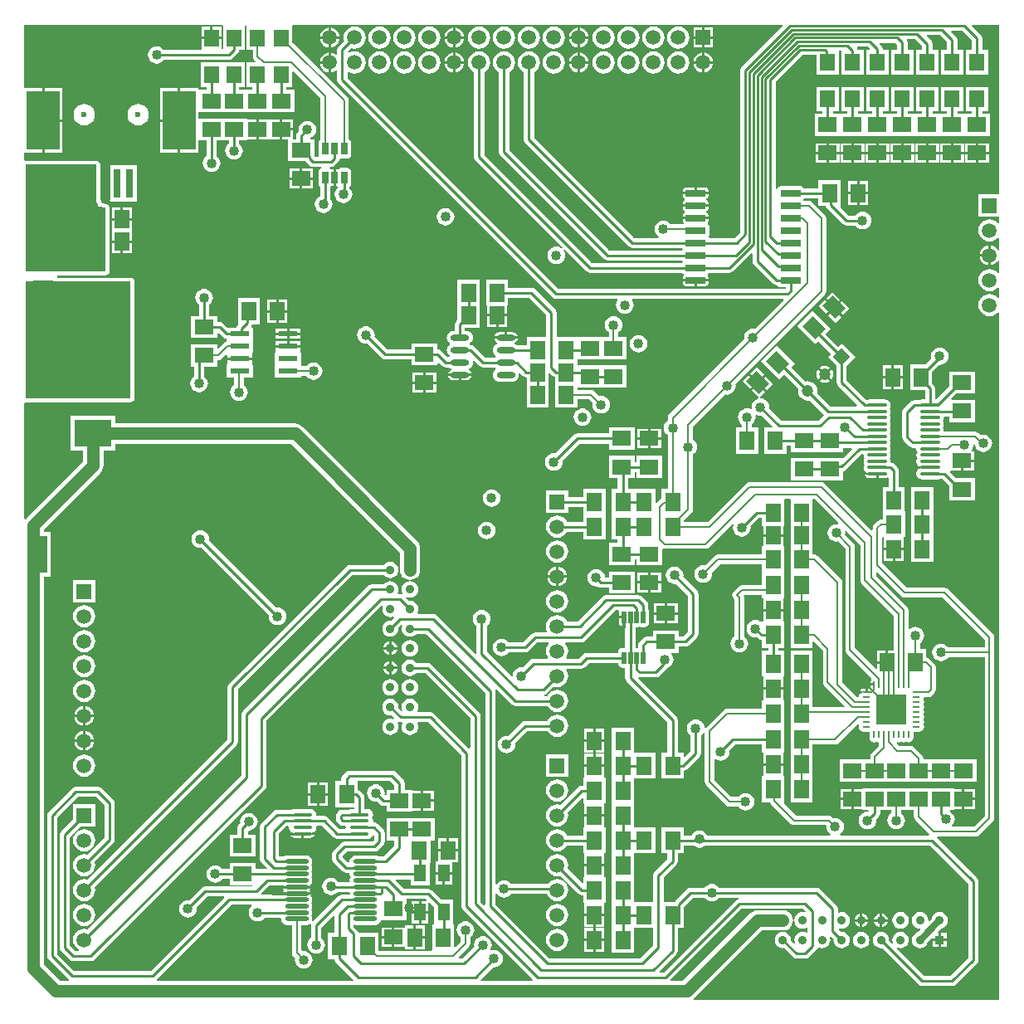
<source format=gtl>
G04*
G04 #@! TF.GenerationSoftware,Altium Limited,Altium Designer,19.1.6 (110)*
G04*
G04 Layer_Physical_Order=1*
G04 Layer_Color=255*
%FSLAX25Y25*%
%MOIN*%
G70*
G01*
G75*
%ADD15C,0.01000*%
%ADD17C,0.00800*%
%ADD18O,0.07874X0.01575*%
%ADD19R,0.07480X0.05906*%
%ADD20R,0.05906X0.07480*%
G04:AMPARAMS|DCode=21|XSize=59.06mil|YSize=74.8mil|CornerRadius=0mil|HoleSize=0mil|Usage=FLASHONLY|Rotation=45.000|XOffset=0mil|YOffset=0mil|HoleType=Round|Shape=Rectangle|*
%AMROTATEDRECTD21*
4,1,4,0.00557,-0.04733,-0.04733,0.00557,-0.00557,0.04733,0.04733,-0.00557,0.00557,-0.04733,0.0*
%
%ADD21ROTATEDRECTD21*%

G04:AMPARAMS|DCode=22|XSize=17.72mil|YSize=49.21mil|CornerRadius=1.95mil|HoleSize=0mil|Usage=FLASHONLY|Rotation=0.000|XOffset=0mil|YOffset=0mil|HoleType=Round|Shape=RoundedRectangle|*
%AMROUNDEDRECTD22*
21,1,0.01772,0.04532,0,0,0.0*
21,1,0.01382,0.04921,0,0,0.0*
1,1,0.00390,0.00691,-0.02266*
1,1,0.00390,-0.00691,-0.02266*
1,1,0.00390,-0.00691,0.02266*
1,1,0.00390,0.00691,0.02266*
%
%ADD22ROUNDEDRECTD22*%
%ADD23R,0.05906X0.06890*%
G04:AMPARAMS|DCode=24|XSize=25.59mil|YSize=47.24mil|CornerRadius=1.92mil|HoleSize=0mil|Usage=FLASHONLY|Rotation=180.000|XOffset=0mil|YOffset=0mil|HoleType=Round|Shape=RoundedRectangle|*
%AMROUNDEDRECTD24*
21,1,0.02559,0.04341,0,0,180.0*
21,1,0.02175,0.04724,0,0,180.0*
1,1,0.00384,-0.01088,0.02170*
1,1,0.00384,0.01088,0.02170*
1,1,0.00384,0.01088,-0.02170*
1,1,0.00384,-0.01088,-0.02170*
%
%ADD24ROUNDEDRECTD24*%
G04:AMPARAMS|DCode=25|XSize=25.59mil|YSize=82.68mil|CornerRadius=1.92mil|HoleSize=0mil|Usage=FLASHONLY|Rotation=90.000|XOffset=0mil|YOffset=0mil|HoleType=Round|Shape=RoundedRectangle|*
%AMROUNDEDRECTD25*
21,1,0.02559,0.07884,0,0,90.0*
21,1,0.02175,0.08268,0,0,90.0*
1,1,0.00384,0.03942,0.01088*
1,1,0.00384,0.03942,-0.01088*
1,1,0.00384,-0.03942,-0.01088*
1,1,0.00384,-0.03942,0.01088*
%
%ADD25ROUNDEDRECTD25*%
%ADD26R,0.07795X0.02087*%
%ADD27O,0.09449X0.01772*%
%ADD28O,0.07480X0.02362*%
%ADD29O,0.07874X0.01378*%
%ADD30R,0.04724X0.07087*%
%ADD31O,0.03150X0.00787*%
%ADD32O,0.00787X0.03150*%
%ADD33R,0.12205X0.12205*%
%ADD34R,0.07992X0.14961*%
%ADD35R,0.04724X0.06299*%
%ADD36R,0.15000X0.11000*%
%ADD37R,0.02756X0.11811*%
%ADD38R,0.13386X0.23779*%
%ADD70C,0.04000*%
%ADD71C,0.05000*%
%ADD72C,0.02500*%
%ADD73C,0.02800*%
%ADD74C,0.05906*%
%ADD75R,0.05906X0.05906*%
%ADD76R,0.03543X0.03543*%
%ADD77C,0.03543*%
%ADD78R,0.03543X0.03543*%
%ADD79P,0.06681X4X90.0*%
%ADD80C,0.04724*%
%ADD81R,0.05906X0.05906*%
%ADD82C,0.02362*%
%ADD83C,0.04000*%
%ADD84C,0.02400*%
G36*
X268981Y-53047D02*
X260547D01*
Y-61953D01*
X268981D01*
Y-64552D01*
X268480Y-64721D01*
X268176Y-64324D01*
X267246Y-63611D01*
X266162Y-63162D01*
X265000Y-63009D01*
X263838Y-63162D01*
X262754Y-63611D01*
X261824Y-64324D01*
X261110Y-65254D01*
X260662Y-66338D01*
X260509Y-67500D01*
X260662Y-68662D01*
X261110Y-69746D01*
X261824Y-70676D01*
X262754Y-71390D01*
X263838Y-71838D01*
X265000Y-71991D01*
X266162Y-71838D01*
X267246Y-71390D01*
X268176Y-70676D01*
X268480Y-70279D01*
X268981Y-70448D01*
Y-75474D01*
X268480Y-75573D01*
X268453Y-75507D01*
X267819Y-74681D01*
X266993Y-74047D01*
X266032Y-73649D01*
X265500Y-73579D01*
Y-77500D01*
Y-81421D01*
X266032Y-81351D01*
X266993Y-80953D01*
X267819Y-80319D01*
X268453Y-79493D01*
X268480Y-79426D01*
X268981Y-79526D01*
Y-84552D01*
X268480Y-84721D01*
X268176Y-84324D01*
X267246Y-83610D01*
X266162Y-83162D01*
X265000Y-83009D01*
X263838Y-83162D01*
X262754Y-83610D01*
X261824Y-84324D01*
X261110Y-85254D01*
X260662Y-86338D01*
X260509Y-87500D01*
X260662Y-88662D01*
X261110Y-89746D01*
X261824Y-90676D01*
X262754Y-91390D01*
X263838Y-91838D01*
X265000Y-91991D01*
X266162Y-91838D01*
X267246Y-91390D01*
X268176Y-90676D01*
X268480Y-90279D01*
X268981Y-90448D01*
Y-94552D01*
X268480Y-94721D01*
X268176Y-94324D01*
X267246Y-93611D01*
X266162Y-93162D01*
X265000Y-93009D01*
X263838Y-93162D01*
X262754Y-93611D01*
X261824Y-94324D01*
X261110Y-95254D01*
X260662Y-96338D01*
X260509Y-97500D01*
X260662Y-98662D01*
X261110Y-99746D01*
X261824Y-100676D01*
X262754Y-101390D01*
X263838Y-101838D01*
X265000Y-101991D01*
X266162Y-101838D01*
X267246Y-101390D01*
X268176Y-100676D01*
X268480Y-100279D01*
X268981Y-100448D01*
Y-376481D01*
X146313D01*
X146152Y-376007D01*
X146353Y-375853D01*
X173545Y-348660D01*
X182008D01*
X183052Y-348523D01*
X184025Y-348120D01*
X184861Y-347479D01*
X185502Y-346643D01*
X185905Y-345670D01*
X186042Y-344626D01*
X185905Y-343582D01*
X185502Y-342609D01*
X184861Y-341773D01*
X184025Y-341132D01*
X183052Y-340729D01*
X182008Y-340592D01*
X171874D01*
X171874Y-340592D01*
X170830Y-340729D01*
X169857Y-341132D01*
X169021Y-341773D01*
X141829Y-368966D01*
X137126D01*
X136918Y-368465D01*
X165345Y-340039D01*
X190155D01*
X191210Y-341094D01*
X190927Y-341517D01*
X190736Y-341439D01*
X189882Y-341326D01*
X189028Y-341439D01*
X188232Y-341768D01*
X187548Y-342293D01*
X187024Y-342976D01*
X186695Y-343772D01*
X186582Y-344626D01*
X186695Y-345480D01*
X187024Y-346276D01*
X187548Y-346959D01*
X188232Y-347484D01*
X189028Y-347813D01*
X189882Y-347926D01*
X190736Y-347813D01*
X191461Y-347513D01*
X191961Y-347708D01*
Y-349418D01*
X191461Y-349613D01*
X190736Y-349313D01*
X189882Y-349200D01*
X189028Y-349313D01*
X188232Y-349642D01*
X187548Y-350167D01*
X187024Y-350850D01*
X186694Y-351646D01*
X186582Y-352500D01*
X186694Y-353354D01*
X186865Y-353766D01*
X186441Y-354050D01*
X185259Y-352868D01*
X185308Y-352500D01*
X185195Y-351646D01*
X184866Y-350850D01*
X184341Y-350167D01*
X183658Y-349642D01*
X182862Y-349313D01*
X182008Y-349200D01*
X181154Y-349313D01*
X180358Y-349642D01*
X179674Y-350167D01*
X179150Y-350850D01*
X178820Y-351646D01*
X178708Y-352500D01*
X178820Y-353354D01*
X179150Y-354150D01*
X179674Y-354833D01*
X180358Y-355358D01*
X181154Y-355687D01*
X182008Y-355800D01*
X182376Y-355751D01*
X186066Y-359442D01*
X186727Y-359884D01*
X187508Y-360039D01*
X191000D01*
X191780Y-359884D01*
X192442Y-359442D01*
X195442Y-356442D01*
X195884Y-355780D01*
X196449Y-355500D01*
X196902Y-355687D01*
X197756Y-355800D01*
X198610Y-355687D01*
X199406Y-355358D01*
X200089Y-354833D01*
X200614Y-354150D01*
X200943Y-353354D01*
X201056Y-352500D01*
X200943Y-351646D01*
X200773Y-351234D01*
X201196Y-350950D01*
X202378Y-352132D01*
X202330Y-352500D01*
X202443Y-353354D01*
X202772Y-354150D01*
X203296Y-354833D01*
X203980Y-355358D01*
X204776Y-355687D01*
X205630Y-355800D01*
X206484Y-355687D01*
X207280Y-355358D01*
X207963Y-354833D01*
X208488Y-354150D01*
X208817Y-353354D01*
X208930Y-352500D01*
X208817Y-351646D01*
X208488Y-350850D01*
X207963Y-350167D01*
X207280Y-349642D01*
X206484Y-349313D01*
X205630Y-349200D01*
X205262Y-349249D01*
X204359Y-348346D01*
X204375Y-348188D01*
X204542Y-348032D01*
X204912Y-347831D01*
X205630Y-347926D01*
X206484Y-347813D01*
X207280Y-347484D01*
X207963Y-346959D01*
X208488Y-346276D01*
X208817Y-345480D01*
X208930Y-344626D01*
X208817Y-343772D01*
X208488Y-342976D01*
X207963Y-342293D01*
X207280Y-341768D01*
X206484Y-341439D01*
X205630Y-341326D01*
X204776Y-341439D01*
X204455Y-341571D01*
X204039Y-341294D01*
Y-340000D01*
X203884Y-339220D01*
X203442Y-338558D01*
X196942Y-332058D01*
X196280Y-331616D01*
X195500Y-331461D01*
X156347D01*
X155996Y-331004D01*
X155265Y-330443D01*
X154414Y-330090D01*
X153500Y-329970D01*
X152586Y-330090D01*
X151735Y-330443D01*
X151004Y-331004D01*
X150653Y-331461D01*
X145000D01*
X144220Y-331616D01*
X143558Y-332058D01*
X138727Y-336889D01*
X138479Y-337260D01*
X134039D01*
Y-327345D01*
X139158Y-322225D01*
X139601Y-321564D01*
X139756Y-320783D01*
Y-317740D01*
X142169D01*
Y-314539D01*
X146060D01*
X146735Y-315057D01*
X147586Y-315410D01*
X148500Y-315530D01*
X149414Y-315410D01*
X150265Y-315057D01*
X150940Y-314539D01*
X241155D01*
X256461Y-329845D01*
Y-359655D01*
X249155Y-366961D01*
X238723D01*
X227702Y-355941D01*
X227986Y-355517D01*
X228398Y-355687D01*
X229252Y-355800D01*
X230106Y-355687D01*
X230902Y-355358D01*
X231585Y-354833D01*
X232110Y-354150D01*
X232439Y-353354D01*
X232552Y-352500D01*
X232439Y-351646D01*
X232110Y-350850D01*
X231585Y-350167D01*
X230902Y-349642D01*
X230106Y-349313D01*
X229252Y-349200D01*
X228398Y-349313D01*
X227602Y-349642D01*
X226919Y-350167D01*
X226394Y-350850D01*
X226064Y-351646D01*
X225952Y-352500D01*
X226064Y-353354D01*
X226235Y-353766D01*
X225812Y-354050D01*
X224629Y-352868D01*
X224678Y-352500D01*
X224565Y-351646D01*
X224236Y-350850D01*
X223711Y-350167D01*
X223028Y-349642D01*
X222232Y-349313D01*
X221378Y-349200D01*
X220524Y-349313D01*
X219728Y-349642D01*
X219045Y-350167D01*
X218520Y-350850D01*
X218191Y-351646D01*
X218078Y-352500D01*
X218191Y-353354D01*
X218520Y-354150D01*
X219045Y-354833D01*
X219728Y-355358D01*
X220524Y-355687D01*
X221378Y-355800D01*
X221746Y-355751D01*
X236436Y-370442D01*
X237098Y-370884D01*
X237878Y-371039D01*
X250000D01*
X250780Y-370884D01*
X251442Y-370442D01*
X259942Y-361942D01*
X259942Y-361942D01*
X260384Y-361280D01*
X260539Y-360500D01*
X260539Y-360500D01*
Y-329000D01*
X260384Y-328220D01*
X259942Y-327558D01*
X243821Y-311437D01*
X244028Y-310937D01*
X259500D01*
X260241Y-310790D01*
X260870Y-310370D01*
X266370Y-304870D01*
X266790Y-304241D01*
X266937Y-303500D01*
Y-237000D01*
Y-231000D01*
X266790Y-230259D01*
X266370Y-229630D01*
X248370Y-211630D01*
X247741Y-211210D01*
X247000Y-211063D01*
X231802D01*
X221937Y-201198D01*
Y-191160D01*
X222130Y-190740D01*
X222138D01*
X222630Y-190760D01*
X222630Y-191240D01*
Y-195000D01*
X230535D01*
Y-191240D01*
X230535Y-190760D01*
X231027Y-190740D01*
X231035D01*
Y-180260D01*
X230953D01*
Y-170760D01*
X228539D01*
Y-164000D01*
X228384Y-163220D01*
X227942Y-162558D01*
X226692Y-161308D01*
X226030Y-160866D01*
X225260Y-160713D01*
X225352Y-160250D01*
X225174Y-159358D01*
X224936Y-159000D01*
X225174Y-158642D01*
X225352Y-157750D01*
X225174Y-156858D01*
X224936Y-156500D01*
X225174Y-156142D01*
X225352Y-155250D01*
X225174Y-154358D01*
X224936Y-154000D01*
X225174Y-153642D01*
X225352Y-152750D01*
X225174Y-151857D01*
X224936Y-151500D01*
X225174Y-151143D01*
X225352Y-150250D01*
X225174Y-149357D01*
X224936Y-149000D01*
X225174Y-148643D01*
X225352Y-147750D01*
X225174Y-146858D01*
X224936Y-146500D01*
X225174Y-146142D01*
X225352Y-145250D01*
X225174Y-144358D01*
X224936Y-144000D01*
X225174Y-143642D01*
X225352Y-142750D01*
X225174Y-141858D01*
X224936Y-141500D01*
X225174Y-141142D01*
X225352Y-140250D01*
X225174Y-139357D01*
X224936Y-139000D01*
X225174Y-138643D01*
X225352Y-137750D01*
X225174Y-136857D01*
X224669Y-136101D01*
X223912Y-135595D01*
X223020Y-135418D01*
X216721D01*
X215828Y-135595D01*
X215655Y-135711D01*
X215595D01*
X207625Y-127741D01*
Y-121837D01*
X211047Y-118415D01*
X205585Y-112953D01*
X204296Y-114242D01*
X199233Y-109178D01*
X201354Y-107057D01*
X193943Y-99646D01*
X187646Y-105943D01*
X195057Y-113354D01*
X196349Y-112062D01*
X201412Y-117126D01*
X200123Y-118415D01*
X203546Y-121837D01*
Y-128585D01*
X203701Y-129366D01*
X204143Y-130027D01*
X211865Y-137749D01*
X211674Y-138211D01*
X201095D01*
X195778Y-132894D01*
X195896Y-132000D01*
X195763Y-130992D01*
X195374Y-130052D01*
X194755Y-129245D01*
X193948Y-128626D01*
X193008Y-128237D01*
X192000Y-128104D01*
X191106Y-128222D01*
X185397Y-122513D01*
X186854Y-121057D01*
X179443Y-113646D01*
X173146Y-119943D01*
X180557Y-127354D01*
X182513Y-125397D01*
X188222Y-131106D01*
X188104Y-132000D01*
X188237Y-133008D01*
X188626Y-133948D01*
X189245Y-134755D01*
X190052Y-135374D01*
X190992Y-135763D01*
X192000Y-135896D01*
X192894Y-135778D01*
X198616Y-141500D01*
X196155Y-143961D01*
X181345D01*
X176455Y-139071D01*
X176530Y-138500D01*
X176410Y-137586D01*
X176057Y-136735D01*
X175496Y-136004D01*
X174765Y-135443D01*
X173914Y-135090D01*
X173184Y-134994D01*
X172794Y-134699D01*
X172698Y-134505D01*
X172769Y-134435D01*
X174925Y-132279D01*
X171927Y-129280D01*
X169485Y-131722D01*
X172219Y-134456D01*
X172233Y-134470D01*
D01*
X172319Y-134555D01*
X172258Y-134743D01*
X172258D01*
Y-134743D01*
X172258Y-134743D01*
X171973Y-135137D01*
X171235Y-135443D01*
X170504Y-136004D01*
X169943Y-136735D01*
X169590Y-137586D01*
X169470Y-138500D01*
X169541Y-139038D01*
X169501Y-139097D01*
X169079Y-139366D01*
X168414Y-139090D01*
X167500Y-138970D01*
X166586Y-139090D01*
X165735Y-139443D01*
X165004Y-140004D01*
X164443Y-140735D01*
X164090Y-141586D01*
X163970Y-142500D01*
X164090Y-143414D01*
X164443Y-144265D01*
X165004Y-144996D01*
X165646Y-145489D01*
Y-146760D01*
X163130D01*
Y-157240D01*
X172035D01*
Y-146760D01*
X169520D01*
Y-145362D01*
X169996Y-144996D01*
X170557Y-144265D01*
X170910Y-143414D01*
X171030Y-142500D01*
X170959Y-141962D01*
X171000Y-141903D01*
X171421Y-141634D01*
X172086Y-141910D01*
X173000Y-142030D01*
X173571Y-141955D01*
X177914Y-146298D01*
X177723Y-146760D01*
X174547D01*
Y-157240D01*
X183453D01*
Y-154039D01*
X185260D01*
Y-156453D01*
X195740D01*
Y-156453D01*
X195760D01*
Y-156453D01*
X206240D01*
Y-154789D01*
X209674D01*
X209865Y-155251D01*
X206152Y-158965D01*
X195760D01*
Y-158965D01*
X195740Y-158965D01*
Y-158965D01*
X185260D01*
Y-167870D01*
X195740D01*
Y-167870D01*
X195760Y-167870D01*
Y-167870D01*
X206240D01*
Y-164268D01*
X206435Y-164230D01*
X207096Y-163788D01*
X213595Y-157289D01*
X214086D01*
X214403Y-157676D01*
X214388Y-157750D01*
X214566Y-158642D01*
X214805Y-159000D01*
X214566Y-159358D01*
X214388Y-160250D01*
X214566Y-161143D01*
X214805Y-161500D01*
X214566Y-161857D01*
X214388Y-162750D01*
X214566Y-163643D01*
X215071Y-164399D01*
X215118Y-164430D01*
X215037Y-164553D01*
X214998Y-164750D01*
X215596D01*
X215828Y-164905D01*
X216721Y-165082D01*
X219870D01*
Y-165250D01*
X220370D01*
Y-167072D01*
X223020D01*
X223717Y-166934D01*
X223961Y-166771D01*
X224461Y-167038D01*
Y-170760D01*
X222047D01*
Y-181240D01*
X222130D01*
Y-183563D01*
X221500D01*
X220759Y-183710D01*
X220130Y-184130D01*
X218630Y-185630D01*
X218210Y-186259D01*
X218063Y-187000D01*
Y-187670D01*
X217601Y-187861D01*
X198870Y-169130D01*
X198241Y-168710D01*
X197500Y-168563D01*
X168500D01*
X167759Y-168710D01*
X167130Y-169130D01*
X151698Y-184563D01*
X142188D01*
X142177Y-184063D01*
X145370Y-180870D01*
X145790Y-180241D01*
X145937Y-179500D01*
Y-157425D01*
X146496Y-156996D01*
X147057Y-156265D01*
X147410Y-155414D01*
X147530Y-154500D01*
X147410Y-153586D01*
X147057Y-152735D01*
X146496Y-152004D01*
X145937Y-151575D01*
Y-146302D01*
X158801Y-133438D01*
X159500Y-133530D01*
X160414Y-133410D01*
X161265Y-133057D01*
X161996Y-132496D01*
X162557Y-131765D01*
X162910Y-130914D01*
X163030Y-130000D01*
X162938Y-129301D01*
X198870Y-93370D01*
X199290Y-92741D01*
X199437Y-92000D01*
Y-62500D01*
X199290Y-61759D01*
X198870Y-61130D01*
X193870Y-56130D01*
X193241Y-55710D01*
X192500Y-55563D01*
X190504D01*
X190256Y-55193D01*
Y-54965D01*
X190645Y-54539D01*
X196339D01*
Y-57740D01*
X199232D01*
X199270Y-57935D01*
X199712Y-58596D01*
X206058Y-64942D01*
X206720Y-65384D01*
X207500Y-65539D01*
X207500Y-65539D01*
X211153D01*
X211504Y-65996D01*
X212235Y-66557D01*
X213086Y-66910D01*
X214000Y-67030D01*
X214914Y-66910D01*
X215765Y-66557D01*
X216496Y-65996D01*
X217057Y-65265D01*
X217410Y-64414D01*
X217530Y-63500D01*
X217410Y-62586D01*
X217057Y-61735D01*
X216496Y-61004D01*
X215765Y-60443D01*
X214914Y-60090D01*
X214000Y-59970D01*
X213086Y-60090D01*
X212235Y-60443D01*
X211504Y-61004D01*
X211153Y-61461D01*
X208345D01*
X205063Y-58179D01*
X205244Y-57740D01*
X205244D01*
Y-47260D01*
X196339D01*
Y-50461D01*
X190436D01*
X190256Y-50193D01*
X189697Y-49819D01*
X189036Y-49687D01*
X181153D01*
X180492Y-49819D01*
X179933Y-50193D01*
X179559Y-50752D01*
X179539Y-50851D01*
X179039Y-50802D01*
Y-7845D01*
X189845Y2961D01*
X195547D01*
Y-4945D01*
X204453D01*
Y4662D01*
X205547D01*
Y-4945D01*
X214453D01*
Y4945D01*
X211991D01*
X211884Y5481D01*
X211697Y5762D01*
X211964Y6262D01*
X216155D01*
X217010Y5407D01*
X216819Y4945D01*
X215547D01*
Y-4945D01*
X224453D01*
Y4945D01*
X222039D01*
Y5301D01*
X221884Y6081D01*
X221442Y6743D01*
X220785Y7400D01*
X220976Y7862D01*
X227155D01*
X227961Y7056D01*
Y4945D01*
X225547D01*
Y-4945D01*
X234453D01*
Y4945D01*
X232039D01*
Y7901D01*
X231884Y8681D01*
X231697Y8962D01*
X231964Y9462D01*
X235155D01*
X237961Y6656D01*
Y4945D01*
X235547D01*
Y-4945D01*
X244453D01*
Y4945D01*
X242039D01*
Y7501D01*
X241884Y8281D01*
X241442Y8943D01*
X239785Y10600D01*
X239976Y11062D01*
X245055D01*
X247961Y8155D01*
Y4945D01*
X245547D01*
Y-4945D01*
X254453D01*
Y4945D01*
X252039D01*
Y9000D01*
X251884Y9780D01*
X251442Y10442D01*
X249684Y12200D01*
X249875Y12662D01*
X254155D01*
X257961Y8856D01*
Y4945D01*
X255547D01*
Y-4945D01*
X264453D01*
Y4945D01*
X262039D01*
Y9701D01*
X261884Y10481D01*
X261442Y11143D01*
X257865Y14719D01*
X258057Y15181D01*
X268981D01*
Y-53047D01*
D02*
G37*
G36*
X182047Y14719D02*
X165558Y-1770D01*
X165116Y-2431D01*
X164961Y-3212D01*
Y-68155D01*
X162655Y-70461D01*
X152444D01*
X152099Y-70022D01*
X152167Y-69658D01*
X152441Y-69248D01*
X152573Y-68588D01*
Y-66412D01*
X152441Y-65752D01*
X152067Y-65193D01*
X151779Y-65000D01*
X151716Y-64518D01*
X151742Y-64394D01*
X151970Y-64053D01*
X152063Y-63588D01*
Y-63000D01*
X146906D01*
X141748D01*
Y-63588D01*
X141841Y-64053D01*
X142069Y-64394D01*
X142095Y-64518D01*
X142032Y-65000D01*
X141938Y-65063D01*
X136925D01*
X136496Y-64504D01*
X135765Y-63943D01*
X134914Y-63590D01*
X134000Y-63470D01*
X133086Y-63590D01*
X132235Y-63943D01*
X131504Y-64504D01*
X130943Y-65235D01*
X130590Y-66086D01*
X130470Y-67000D01*
X130590Y-67914D01*
X130943Y-68765D01*
X131504Y-69496D01*
X132109Y-69961D01*
X131956Y-70461D01*
X122345D01*
X82039Y-30155D01*
Y-3975D01*
X82246Y-3889D01*
X83176Y-3176D01*
X83890Y-2246D01*
X84338Y-1162D01*
X84491Y-0D01*
X84338Y1162D01*
X83890Y2246D01*
X83176Y3176D01*
X82246Y3889D01*
X81162Y4338D01*
X80000Y4491D01*
X78838Y4338D01*
X77754Y3889D01*
X76824Y3176D01*
X76111Y2246D01*
X75662Y1162D01*
X75509Y-0D01*
X75662Y-1162D01*
X76111Y-2246D01*
X76824Y-3176D01*
X77754Y-3889D01*
X77961Y-3975D01*
Y-31000D01*
X78116Y-31780D01*
X78558Y-32442D01*
X120058Y-73942D01*
X120720Y-74384D01*
X121500Y-74539D01*
X141565D01*
X141744Y-74807D01*
Y-75035D01*
X141355Y-75461D01*
X112345D01*
X72039Y-35155D01*
Y-3975D01*
X72246Y-3889D01*
X73176Y-3176D01*
X73889Y-2246D01*
X74338Y-1162D01*
X74491Y-0D01*
X74338Y1162D01*
X73889Y2246D01*
X73176Y3176D01*
X72246Y3889D01*
X71162Y4338D01*
X70000Y4491D01*
X68838Y4338D01*
X67754Y3889D01*
X66824Y3176D01*
X66110Y2246D01*
X65662Y1162D01*
X65509Y-0D01*
X65662Y-1162D01*
X66110Y-2246D01*
X66824Y-3176D01*
X67754Y-3889D01*
X67961Y-3975D01*
Y-36000D01*
X68116Y-36780D01*
X68558Y-37442D01*
X110058Y-78942D01*
X110720Y-79384D01*
X111500Y-79539D01*
X141565D01*
X141744Y-79807D01*
Y-80035D01*
X141355Y-80461D01*
X105345D01*
X62039Y-37155D01*
Y-3975D01*
X62246Y-3889D01*
X63176Y-3176D01*
X63889Y-2246D01*
X64338Y-1162D01*
X64491Y-0D01*
X64338Y1162D01*
X63889Y2246D01*
X63176Y3176D01*
X62246Y3889D01*
X61162Y4338D01*
X60000Y4491D01*
X58838Y4338D01*
X57754Y3889D01*
X56824Y3176D01*
X56111Y2246D01*
X55662Y1162D01*
X55509Y-0D01*
X55662Y-1162D01*
X56111Y-2246D01*
X56824Y-3176D01*
X57754Y-3889D01*
X57961Y-3975D01*
Y-38000D01*
X58116Y-38780D01*
X58558Y-39442D01*
X93468Y-74352D01*
X93138Y-74729D01*
X92765Y-74443D01*
X91914Y-74090D01*
X91000Y-73970D01*
X90086Y-74090D01*
X89235Y-74443D01*
X88504Y-75004D01*
X87943Y-75735D01*
X87590Y-76586D01*
X87470Y-77500D01*
X87590Y-78414D01*
X87943Y-79265D01*
X88504Y-79996D01*
X89235Y-80557D01*
X90086Y-80910D01*
X91000Y-81030D01*
X91914Y-80910D01*
X92765Y-80557D01*
X93496Y-79996D01*
X94057Y-79265D01*
X94410Y-78414D01*
X94530Y-77500D01*
X94410Y-76586D01*
X94057Y-75735D01*
X93771Y-75362D01*
X94148Y-75032D01*
X103058Y-83942D01*
X103720Y-84384D01*
X104500Y-84539D01*
X141565D01*
X141744Y-84807D01*
X142032Y-85000D01*
X142095Y-85482D01*
X142069Y-85606D01*
X141841Y-85947D01*
X141748Y-86412D01*
Y-87000D01*
X146906D01*
X152063D01*
Y-86412D01*
X151970Y-85947D01*
X151742Y-85606D01*
X151716Y-85482D01*
X151779Y-85000D01*
X152067Y-84807D01*
X152246Y-84539D01*
X160500D01*
X161280Y-84384D01*
X161942Y-83942D01*
X169299Y-76585D01*
X169761Y-76776D01*
Y-79800D01*
X169916Y-80580D01*
X170358Y-81242D01*
X178058Y-88942D01*
X178058Y-88942D01*
X178720Y-89384D01*
X179500Y-89539D01*
X179753D01*
X179933Y-89807D01*
X180492Y-90181D01*
X181153Y-90313D01*
X183055D01*
Y-90961D01*
X91845D01*
X7039Y-6155D01*
Y-3906D01*
X7488Y-3685D01*
X7754Y-3889D01*
X8838Y-4338D01*
X10000Y-4491D01*
X11162Y-4338D01*
X12246Y-3889D01*
X13176Y-3176D01*
X13890Y-2246D01*
X14338Y-1162D01*
X14491Y-0D01*
X14338Y1162D01*
X13890Y2246D01*
X13176Y3176D01*
X12246Y3889D01*
X11162Y4338D01*
X10000Y4491D01*
X8838Y4338D01*
X7801Y3909D01*
X7704Y3916D01*
X7267Y4146D01*
X7239Y4356D01*
X8631Y5747D01*
X8838Y5662D01*
X10000Y5509D01*
X11162Y5662D01*
X12246Y6111D01*
X13176Y6824D01*
X13890Y7754D01*
X14338Y8838D01*
X14491Y10000D01*
X14338Y11162D01*
X13890Y12246D01*
X13176Y13176D01*
X12246Y13890D01*
X11162Y14338D01*
X10000Y14491D01*
X8838Y14338D01*
X7754Y13890D01*
X6824Y13176D01*
X6111Y12246D01*
X5662Y11162D01*
X5509Y10000D01*
X5662Y8838D01*
X5747Y8631D01*
X3558Y6442D01*
X3116Y5780D01*
X2961Y5000D01*
Y3341D01*
X2461Y3094D01*
X1993Y3453D01*
X1032Y3851D01*
X500Y3921D01*
Y-0D01*
X0D01*
D01*
X500D01*
Y-3921D01*
X1032Y-3851D01*
X1993Y-3453D01*
X2461Y-3094D01*
X2961Y-3341D01*
Y-7000D01*
X3116Y-7780D01*
X3558Y-8442D01*
X89558Y-94442D01*
X90220Y-94884D01*
X91000Y-95039D01*
X91000Y-95039D01*
X115411D01*
X115632Y-95488D01*
X115443Y-95735D01*
X115090Y-96586D01*
X114970Y-97500D01*
X115090Y-98414D01*
X115443Y-99265D01*
X116004Y-99996D01*
X116735Y-100557D01*
X117586Y-100910D01*
X118500Y-101030D01*
X119414Y-100910D01*
X120265Y-100557D01*
X120996Y-99996D01*
X121557Y-99265D01*
X121910Y-98414D01*
X122030Y-97500D01*
X121910Y-96586D01*
X121557Y-95735D01*
X121368Y-95488D01*
X121589Y-95039D01*
X182068D01*
X182259Y-95501D01*
X170699Y-107062D01*
X170000Y-106970D01*
X169086Y-107090D01*
X168235Y-107443D01*
X167504Y-108004D01*
X166943Y-108735D01*
X166590Y-109586D01*
X166470Y-110500D01*
X166562Y-111199D01*
X136347Y-141414D01*
X135927Y-142042D01*
X135779Y-142783D01*
Y-143858D01*
X135220Y-144287D01*
X134659Y-145018D01*
X134307Y-145870D01*
X134186Y-146783D01*
X134307Y-147697D01*
X134659Y-148549D01*
X135220Y-149280D01*
X135779Y-149709D01*
Y-171260D01*
X133264D01*
Y-175196D01*
X132663Y-175598D01*
X131252Y-177008D01*
X130752Y-176836D01*
Y-171260D01*
X119756D01*
Y-166953D01*
X122539D01*
Y-164539D01*
X123059D01*
Y-166953D01*
X133539D01*
Y-158047D01*
X123059D01*
Y-160461D01*
X122539D01*
Y-158047D01*
X112059D01*
Y-166953D01*
X115677D01*
Y-171260D01*
X113264D01*
Y-181260D01*
X113264D01*
Y-191740D01*
X115677D01*
Y-193047D01*
X112059D01*
Y-201953D01*
X122539D01*
Y-199539D01*
X123059D01*
Y-201953D01*
X133539D01*
Y-195699D01*
X134039Y-195346D01*
X134500Y-195437D01*
X151000D01*
X151741Y-195290D01*
X152370Y-194870D01*
X161829Y-185411D01*
X162252Y-185694D01*
X162090Y-186086D01*
X161970Y-187000D01*
X162090Y-187914D01*
X162443Y-188765D01*
X163004Y-189496D01*
X163735Y-190057D01*
X164586Y-190410D01*
X165500Y-190530D01*
X166414Y-190410D01*
X167265Y-190057D01*
X167996Y-189496D01*
X168557Y-188765D01*
X168910Y-187914D01*
X169030Y-187000D01*
X168955Y-186429D01*
X172345Y-183039D01*
X173630D01*
Y-186240D01*
X174130D01*
Y-189500D01*
X182035D01*
Y-186240D01*
X182535D01*
Y-175937D01*
X182535Y-175760D01*
X182902Y-175437D01*
X184681D01*
X185047Y-175760D01*
Y-186240D01*
Y-195240D01*
Y-204740D01*
X185047D01*
Y-204760D01*
X185047D01*
Y-215240D01*
Y-225240D01*
Y-235240D01*
X193953D01*
Y-232846D01*
X194415Y-232654D01*
X198063Y-236302D01*
Y-249000D01*
X198210Y-249741D01*
X198630Y-250370D01*
X206806Y-258546D01*
X206615Y-259008D01*
X193953D01*
Y-256740D01*
Y-246740D01*
Y-236260D01*
X185047D01*
Y-246740D01*
Y-256740D01*
Y-266740D01*
X185047D01*
Y-266760D01*
X185047D01*
Y-277240D01*
Y-287240D01*
Y-297240D01*
X193953D01*
Y-287240D01*
Y-277240D01*
Y-273937D01*
X203000D01*
X203741Y-273790D01*
X204370Y-273370D01*
X211843Y-265897D01*
X212470Y-265962D01*
X212574Y-266111D01*
X212427Y-266850D01*
X212574Y-267589D01*
X212993Y-268216D01*
X213619Y-268634D01*
X214358Y-268781D01*
X216280D01*
X216723Y-268816D01*
X216758Y-269260D01*
Y-271181D01*
X216905Y-271920D01*
X217324Y-272546D01*
X217950Y-272965D01*
X218689Y-273112D01*
X219428Y-272965D01*
X219673Y-272801D01*
X219919Y-272965D01*
X220657Y-273112D01*
X220689Y-273138D01*
Y-274572D01*
X217630Y-277630D01*
X217210Y-278259D01*
X217063Y-279000D01*
Y-280047D01*
X204760D01*
Y-288953D01*
X259740D01*
Y-280047D01*
X238437D01*
Y-279500D01*
X238290Y-278759D01*
X237870Y-278130D01*
X234870Y-275130D01*
X234241Y-274710D01*
X233500Y-274563D01*
X228802D01*
X227695Y-273455D01*
X227941Y-272994D01*
X228532Y-273112D01*
X229270Y-272965D01*
X229516Y-272801D01*
X229761Y-272965D01*
X230500Y-273112D01*
X231239Y-272965D01*
X231484Y-272801D01*
X231730Y-272965D01*
X232469Y-273112D01*
X233207Y-272965D01*
X233834Y-272546D01*
X234252Y-271920D01*
X234399Y-271181D01*
Y-269260D01*
X234434Y-268816D01*
X234878Y-268781D01*
X236799D01*
X237538Y-268634D01*
X238164Y-268216D01*
X238583Y-267589D01*
X238730Y-266850D01*
X238583Y-266111D01*
X238419Y-265866D01*
X238583Y-265621D01*
X238730Y-264882D01*
X238583Y-264143D01*
X238419Y-263898D01*
X238583Y-263652D01*
X238730Y-262913D01*
X238583Y-262175D01*
X238419Y-261929D01*
X238583Y-261684D01*
X238730Y-260945D01*
X238583Y-260206D01*
X238419Y-259961D01*
X238583Y-259715D01*
X238730Y-258976D01*
X238583Y-258238D01*
X238419Y-257992D01*
X238583Y-257747D01*
X238730Y-257008D01*
X238583Y-256269D01*
X238419Y-256024D01*
X238583Y-255778D01*
X238730Y-255039D01*
X238756Y-255008D01*
X240429D01*
X241171Y-254861D01*
X241799Y-254441D01*
X242870Y-253370D01*
X243290Y-252741D01*
X243437Y-252000D01*
Y-243000D01*
X243290Y-242259D01*
X242870Y-241630D01*
X240870Y-239630D01*
X240241Y-239210D01*
X239661Y-239095D01*
Y-235760D01*
X237146D01*
Y-233134D01*
X237705Y-232705D01*
X238266Y-231974D01*
X238619Y-231122D01*
X238739Y-230209D01*
X238619Y-229295D01*
X238266Y-228444D01*
X237705Y-227712D01*
X236974Y-227151D01*
X236122Y-226799D01*
X235209Y-226678D01*
X234295Y-226799D01*
X233444Y-227151D01*
X232937Y-227540D01*
X232437Y-227293D01*
Y-220000D01*
X232290Y-219259D01*
X231870Y-218630D01*
X219437Y-206198D01*
Y-204830D01*
X219899Y-204639D01*
X229630Y-214370D01*
X230259Y-214790D01*
X231000Y-214937D01*
X246198D01*
X263063Y-231802D01*
Y-235063D01*
X248425D01*
X247996Y-234504D01*
X247265Y-233943D01*
X246414Y-233590D01*
X245500Y-233470D01*
X244586Y-233590D01*
X243735Y-233943D01*
X243004Y-234504D01*
X242443Y-235235D01*
X242090Y-236086D01*
X241970Y-237000D01*
X242090Y-237914D01*
X242443Y-238765D01*
X243004Y-239496D01*
X243735Y-240057D01*
X244586Y-240410D01*
X245500Y-240530D01*
X246414Y-240410D01*
X247265Y-240057D01*
X247996Y-239496D01*
X248425Y-238937D01*
X263063D01*
Y-302698D01*
X258698Y-307063D01*
X250079D01*
X249909Y-306563D01*
X249996Y-306496D01*
X250557Y-305765D01*
X250910Y-304914D01*
X251030Y-304000D01*
X250910Y-303086D01*
X250557Y-302235D01*
X249996Y-301504D01*
X249265Y-300943D01*
X249090Y-300870D01*
X249189Y-300370D01*
X250740D01*
Y-299870D01*
X254000D01*
Y-295917D01*
Y-291965D01*
X250740D01*
Y-291465D01*
X213760D01*
Y-291965D01*
X210500D01*
Y-295917D01*
Y-299870D01*
X213760D01*
Y-300370D01*
X216117D01*
X216363Y-300870D01*
X216260Y-301004D01*
X216000Y-300970D01*
X215086Y-301090D01*
X214235Y-301443D01*
X213504Y-302004D01*
X212943Y-302735D01*
X212590Y-303586D01*
X212470Y-304500D01*
X212590Y-305414D01*
X212943Y-306265D01*
X213504Y-306996D01*
X214235Y-307557D01*
X215086Y-307910D01*
X216000Y-308030D01*
X216914Y-307910D01*
X217765Y-307557D01*
X218496Y-306996D01*
X219057Y-306265D01*
X219410Y-305414D01*
X219530Y-304500D01*
X219455Y-303929D01*
X220442Y-302942D01*
X220884Y-302280D01*
X221039Y-301500D01*
Y-300370D01*
X225563D01*
Y-301575D01*
X225004Y-302004D01*
X224443Y-302735D01*
X224090Y-303586D01*
X223970Y-304500D01*
X224090Y-305414D01*
X224443Y-306265D01*
X225004Y-306996D01*
X225735Y-307557D01*
X226586Y-307910D01*
X227500Y-308030D01*
X228414Y-307910D01*
X229265Y-307557D01*
X229996Y-306996D01*
X230557Y-306265D01*
X230910Y-305414D01*
X231030Y-304500D01*
X230910Y-303586D01*
X230557Y-302735D01*
X229996Y-302004D01*
X229437Y-301575D01*
Y-300370D01*
X234563D01*
Y-303000D01*
X234710Y-303741D01*
X235130Y-304370D01*
X240721Y-309961D01*
X240514Y-310461D01*
X205044D01*
X204891Y-309961D01*
X205496Y-309496D01*
X206057Y-308765D01*
X206410Y-307914D01*
X206530Y-307000D01*
X206410Y-306086D01*
X206057Y-305235D01*
X205496Y-304504D01*
X204765Y-303943D01*
X203914Y-303590D01*
X203000Y-303470D01*
X202301Y-303562D01*
X201870Y-303130D01*
X201241Y-302710D01*
X200500Y-302563D01*
X187302D01*
X182373Y-297633D01*
X182535Y-297240D01*
X182535D01*
Y-286760D01*
X182527D01*
X182035Y-286740D01*
X182035Y-286260D01*
Y-282500D01*
X174130D01*
Y-286260D01*
X174130Y-286740D01*
X173638Y-286760D01*
X173630D01*
Y-297240D01*
X176700D01*
X177102Y-297841D01*
X185130Y-305870D01*
X185759Y-306290D01*
X186500Y-306437D01*
X199165D01*
X199494Y-306813D01*
X199470Y-307000D01*
X199590Y-307914D01*
X199943Y-308765D01*
X200504Y-309496D01*
X201109Y-309961D01*
X200956Y-310461D01*
X151651D01*
X151557Y-310235D01*
X150996Y-309504D01*
X150265Y-308943D01*
X149414Y-308590D01*
X148500Y-308470D01*
X147586Y-308590D01*
X146735Y-308943D01*
X146004Y-309504D01*
X145443Y-310235D01*
X145349Y-310461D01*
X142169D01*
Y-307260D01*
X133264D01*
Y-317740D01*
X135677D01*
Y-319939D01*
X130558Y-325058D01*
X130116Y-325720D01*
X129961Y-326500D01*
Y-337260D01*
X122169D01*
Y-327260D01*
X122169D01*
Y-317740D01*
X130752D01*
Y-307260D01*
X122169D01*
Y-297740D01*
Y-287740D01*
X130752D01*
Y-277260D01*
X122169D01*
Y-267260D01*
X113264D01*
Y-277740D01*
Y-287740D01*
Y-297740D01*
Y-307740D01*
Y-317260D01*
X113264D01*
Y-327740D01*
X113264D01*
Y-337740D01*
Y-347740D01*
Y-357740D01*
X122169D01*
Y-347740D01*
X129961D01*
Y-354655D01*
X124655Y-359961D01*
X88345D01*
X66539Y-338155D01*
Y-334044D01*
X67039Y-333891D01*
X67504Y-334496D01*
X68235Y-335057D01*
X69086Y-335410D01*
X70000Y-335530D01*
X70914Y-335410D01*
X71765Y-335057D01*
X72496Y-334496D01*
X72847Y-334039D01*
X87117D01*
X87410Y-334746D01*
X88124Y-335676D01*
X89054Y-336389D01*
X90137Y-336838D01*
X91299Y-336991D01*
X92462Y-336838D01*
X93545Y-336389D01*
X94475Y-335676D01*
X95189Y-334746D01*
X95637Y-333662D01*
X95790Y-332500D01*
X95637Y-331338D01*
X95189Y-330254D01*
X94475Y-329324D01*
X93545Y-328610D01*
X92462Y-328162D01*
X91299Y-328009D01*
X90137Y-328162D01*
X89054Y-328610D01*
X88124Y-329324D01*
X87635Y-329961D01*
X72847D01*
X72496Y-329504D01*
X71765Y-328943D01*
X70914Y-328590D01*
X70000Y-328470D01*
X69086Y-328590D01*
X68235Y-328943D01*
X67504Y-329504D01*
X67039Y-330109D01*
X66539Y-329956D01*
Y-252500D01*
X66447Y-252038D01*
X66908Y-251792D01*
X73058Y-257942D01*
X73720Y-258384D01*
X74500Y-258539D01*
X87324D01*
X87410Y-258746D01*
X88124Y-259676D01*
X89054Y-260389D01*
X90137Y-260838D01*
X91299Y-260991D01*
X92462Y-260838D01*
X93545Y-260389D01*
X94475Y-259676D01*
X95189Y-258746D01*
X95637Y-257662D01*
X95790Y-256500D01*
X95637Y-255338D01*
X95189Y-254254D01*
X94475Y-253324D01*
X93545Y-252610D01*
X92462Y-252162D01*
X91299Y-252009D01*
X90137Y-252162D01*
X89054Y-252610D01*
X88124Y-253324D01*
X87410Y-254254D01*
X87324Y-254461D01*
X86242D01*
X86193Y-253961D01*
X86580Y-253884D01*
X87241Y-253442D01*
X89930Y-250753D01*
X90137Y-250838D01*
X91299Y-250991D01*
X92462Y-250838D01*
X93545Y-250390D01*
X94475Y-249676D01*
X95189Y-248746D01*
X95637Y-247662D01*
X95790Y-246500D01*
X95637Y-245338D01*
X95189Y-244254D01*
X94984Y-243988D01*
X95205Y-243539D01*
X101000D01*
X101780Y-243384D01*
X102442Y-242942D01*
X104175Y-241209D01*
X115742D01*
Y-241435D01*
X115874Y-242096D01*
X116249Y-242657D01*
X116809Y-243032D01*
X117471Y-243163D01*
X118681D01*
Y-247220D01*
X118836Y-248001D01*
X119279Y-248662D01*
X135677Y-265061D01*
Y-277260D01*
X133264D01*
Y-287740D01*
X142169D01*
Y-284506D01*
X142780Y-284384D01*
X143442Y-283942D01*
X148442Y-278942D01*
X148884Y-278280D01*
X149039Y-277500D01*
Y-270347D01*
X149496Y-269996D01*
X150057Y-269265D01*
X150063Y-269252D01*
X150563Y-269351D01*
Y-289000D01*
X150710Y-289741D01*
X151130Y-290370D01*
X159130Y-298370D01*
X159759Y-298790D01*
X160500Y-298937D01*
X164075D01*
X164504Y-299496D01*
X165235Y-300057D01*
X166086Y-300410D01*
X167000Y-300530D01*
X167914Y-300410D01*
X168765Y-300057D01*
X169496Y-299496D01*
X170057Y-298765D01*
X170410Y-297914D01*
X170530Y-297000D01*
X170410Y-296086D01*
X170057Y-295235D01*
X169496Y-294504D01*
X168765Y-293943D01*
X167914Y-293590D01*
X167000Y-293470D01*
X166086Y-293590D01*
X165235Y-293943D01*
X164504Y-294504D01*
X164075Y-295063D01*
X161302D01*
X154437Y-288198D01*
Y-280075D01*
X154937Y-279829D01*
X155235Y-280057D01*
X156086Y-280410D01*
X157000Y-280530D01*
X157914Y-280410D01*
X158765Y-280057D01*
X159496Y-279496D01*
X160057Y-278765D01*
X160410Y-277914D01*
X160530Y-277000D01*
X160455Y-276429D01*
X162845Y-274039D01*
X173630D01*
Y-277240D01*
X173638D01*
X174130Y-277260D01*
X174130Y-277740D01*
Y-281500D01*
X182035D01*
Y-277740D01*
X182035Y-277260D01*
X182527Y-277240D01*
X182535D01*
Y-266760D01*
X182536D01*
Y-266740D01*
X182535D01*
Y-256260D01*
X182527D01*
X182035Y-256240D01*
X182035Y-255760D01*
Y-252000D01*
X174130D01*
Y-255760D01*
X174130Y-256240D01*
X173638Y-256260D01*
X173630D01*
Y-259563D01*
X159500D01*
X158759Y-259710D01*
X158130Y-260130D01*
X151130Y-267130D01*
X151010Y-267311D01*
X150489Y-267189D01*
X150410Y-266586D01*
X150057Y-265735D01*
X149496Y-265004D01*
X148765Y-264443D01*
X147914Y-264090D01*
X147000Y-263970D01*
X146086Y-264090D01*
X145235Y-264443D01*
X144504Y-265004D01*
X143943Y-265735D01*
X143590Y-266586D01*
X143470Y-267500D01*
X143590Y-268414D01*
X143943Y-269265D01*
X144504Y-269996D01*
X144961Y-270347D01*
Y-276655D01*
X142631Y-278985D01*
X142169Y-278794D01*
Y-277260D01*
X139756D01*
Y-264216D01*
X139601Y-263436D01*
X139158Y-262775D01*
X123792Y-247408D01*
X124038Y-246947D01*
X124500Y-247039D01*
X131000D01*
X131780Y-246884D01*
X132442Y-246442D01*
X135368Y-243516D01*
X135448Y-243396D01*
X136265Y-243057D01*
X136996Y-242496D01*
X137557Y-241765D01*
X137910Y-240914D01*
X138030Y-240000D01*
X137910Y-239086D01*
X137557Y-238235D01*
X137117Y-237661D01*
X137327Y-237161D01*
X140240D01*
Y-234748D01*
X142791D01*
X143572Y-234593D01*
X144233Y-234151D01*
X147442Y-230942D01*
X147884Y-230280D01*
X148039Y-229500D01*
Y-213500D01*
X147884Y-212720D01*
X147442Y-212058D01*
X141955Y-206571D01*
X142030Y-206000D01*
X141910Y-205086D01*
X141557Y-204235D01*
X140996Y-203504D01*
X140265Y-202943D01*
X139414Y-202590D01*
X138500Y-202470D01*
X137586Y-202590D01*
X136735Y-202943D01*
X136004Y-203504D01*
X135443Y-204235D01*
X135090Y-205086D01*
X134970Y-206000D01*
X135090Y-206914D01*
X135443Y-207765D01*
X136004Y-208496D01*
X136735Y-209057D01*
X137586Y-209410D01*
X138500Y-209530D01*
X139071Y-209455D01*
X143961Y-214345D01*
Y-228655D01*
X141947Y-230669D01*
X140240D01*
Y-228256D01*
X129760D01*
Y-230669D01*
X127291D01*
X126511Y-230825D01*
X125849Y-231267D01*
X124397Y-232719D01*
X123955Y-233381D01*
X123799Y-234161D01*
Y-235175D01*
X122760D01*
Y-226824D01*
X123970D01*
X124559Y-226708D01*
X125148Y-226824D01*
X126530D01*
X127191Y-226693D01*
X127752Y-226318D01*
X128126Y-225758D01*
X128258Y-225097D01*
Y-220565D01*
X128126Y-219904D01*
X127878Y-219532D01*
Y-217839D01*
X127723Y-217058D01*
X127280Y-216397D01*
X125442Y-214558D01*
X124780Y-214116D01*
X124000Y-213961D01*
X111000D01*
X111000Y-213961D01*
X110220Y-214116D01*
X109558Y-214558D01*
X99655Y-224461D01*
X95274D01*
X95189Y-224254D01*
X94475Y-223324D01*
X93545Y-222610D01*
X92462Y-222162D01*
X91299Y-222009D01*
X90137Y-222162D01*
X89054Y-222610D01*
X88124Y-223324D01*
X87410Y-224254D01*
X86961Y-225338D01*
X86808Y-226500D01*
X86961Y-227662D01*
X87292Y-228461D01*
X86972Y-228961D01*
X82500D01*
X81720Y-229116D01*
X81058Y-229558D01*
X77655Y-232961D01*
X71847D01*
X71496Y-232504D01*
X70765Y-231943D01*
X69914Y-231590D01*
X69000Y-231470D01*
X68086Y-231590D01*
X67235Y-231943D01*
X66504Y-232504D01*
X65943Y-233235D01*
X65590Y-234086D01*
X65470Y-235000D01*
X65590Y-235914D01*
X65943Y-236765D01*
X66504Y-237496D01*
X67235Y-238057D01*
X68086Y-238410D01*
X69000Y-238530D01*
X69914Y-238410D01*
X70765Y-238057D01*
X71496Y-237496D01*
X71847Y-237039D01*
X78500D01*
X79280Y-236884D01*
X79942Y-236442D01*
X83345Y-233039D01*
X87712D01*
X87959Y-233539D01*
X87410Y-234254D01*
X86961Y-235338D01*
X86808Y-236500D01*
X86961Y-237662D01*
X87410Y-238746D01*
X87614Y-239012D01*
X87393Y-239461D01*
X82000D01*
X81220Y-239616D01*
X80558Y-240058D01*
X77571Y-243045D01*
X77000Y-242970D01*
X76086Y-243090D01*
X75235Y-243443D01*
X74504Y-244004D01*
X73943Y-244735D01*
X73590Y-245586D01*
X73484Y-246393D01*
X73031Y-246647D01*
X63039Y-236655D01*
Y-226347D01*
X63496Y-225996D01*
X64057Y-225265D01*
X64410Y-224414D01*
X64530Y-223500D01*
X64410Y-222586D01*
X64057Y-221735D01*
X63496Y-221004D01*
X62765Y-220443D01*
X61914Y-220090D01*
X61000Y-219970D01*
X60086Y-220090D01*
X59235Y-220443D01*
X58504Y-221004D01*
X57943Y-221735D01*
X57590Y-222586D01*
X57470Y-223500D01*
X57590Y-224414D01*
X57943Y-225265D01*
X58504Y-225996D01*
X58961Y-226347D01*
Y-237370D01*
X58515Y-237631D01*
X42942Y-222058D01*
X42280Y-221616D01*
X41500Y-221461D01*
X35480D01*
X35172Y-220961D01*
X35392Y-220429D01*
X35505Y-219575D01*
X35392Y-218721D01*
X35063Y-217925D01*
X34538Y-217241D01*
X33855Y-216717D01*
X33059Y-216387D01*
X32205Y-216275D01*
X31837Y-216323D01*
X30655Y-215141D01*
X30938Y-214717D01*
X31351Y-214888D01*
X32205Y-215001D01*
X33059Y-214888D01*
X33855Y-214559D01*
X34538Y-214034D01*
X35063Y-213351D01*
X35392Y-212555D01*
X35505Y-211701D01*
X35392Y-210847D01*
X35063Y-210051D01*
X34538Y-209367D01*
X33855Y-208843D01*
X33059Y-208513D01*
X32205Y-208401D01*
X31351Y-208513D01*
X30555Y-208843D01*
X29871Y-209367D01*
X29347Y-210051D01*
X29017Y-210847D01*
X28905Y-211701D01*
X29017Y-212555D01*
X29322Y-213289D01*
X29296Y-213331D01*
X28910Y-213616D01*
X28130Y-213461D01*
X27684D01*
X27350Y-212961D01*
X27518Y-212555D01*
X27631Y-211701D01*
X27518Y-210847D01*
X27189Y-210051D01*
X26664Y-209367D01*
X25981Y-208843D01*
X25185Y-208513D01*
X24331Y-208401D01*
X23477Y-208513D01*
X22681Y-208843D01*
X21997Y-209367D01*
X21772Y-209662D01*
X16799D01*
X16019Y-209817D01*
X15357Y-210259D01*
X-34942Y-260558D01*
X-35384Y-261220D01*
X-35539Y-262000D01*
Y-286455D01*
X-97332Y-348247D01*
X-97538Y-348162D01*
X-98701Y-348009D01*
X-99863Y-348162D01*
X-100946Y-348610D01*
X-101876Y-349324D01*
X-102590Y-350254D01*
X-103039Y-351338D01*
X-103192Y-352500D01*
X-103039Y-353662D01*
X-102590Y-354746D01*
X-101876Y-355676D01*
X-100946Y-356389D01*
X-100774Y-356461D01*
X-100874Y-356961D01*
X-102155D01*
X-104461Y-354655D01*
Y-311144D01*
X-100270Y-306953D01*
X-94248D01*
Y-298047D01*
X-103154D01*
Y-304069D01*
X-107942Y-308857D01*
X-108384Y-309519D01*
X-108539Y-310299D01*
Y-355500D01*
X-108384Y-356280D01*
X-107942Y-356942D01*
X-104442Y-360442D01*
X-103780Y-360884D01*
X-103000Y-361039D01*
X-96000D01*
X-95220Y-360884D01*
X-94558Y-360442D01*
X-26058Y-291942D01*
X-25616Y-291280D01*
X-25461Y-290500D01*
Y-264345D01*
X20912Y-217971D01*
X21336Y-218255D01*
X21143Y-218721D01*
X21031Y-219575D01*
X21143Y-220429D01*
X21473Y-221225D01*
X21997Y-221908D01*
X22681Y-222433D01*
X23477Y-222762D01*
X24331Y-222875D01*
X25185Y-222762D01*
X25597Y-222591D01*
X25880Y-223015D01*
X24698Y-224197D01*
X24331Y-224149D01*
X23477Y-224261D01*
X22681Y-224591D01*
X21997Y-225115D01*
X21473Y-225799D01*
X21143Y-226595D01*
X21031Y-227449D01*
X21143Y-228303D01*
X21473Y-229099D01*
X21997Y-229782D01*
X22681Y-230307D01*
X23477Y-230636D01*
X24331Y-230749D01*
X25185Y-230636D01*
X25981Y-230307D01*
X26664Y-229782D01*
X27189Y-229099D01*
X27518Y-228303D01*
X27631Y-227449D01*
X27582Y-227081D01*
X28764Y-225899D01*
X29188Y-226182D01*
X29017Y-226595D01*
X28905Y-227449D01*
X29017Y-228303D01*
X29347Y-229099D01*
X29871Y-229782D01*
X30555Y-230307D01*
X31351Y-230636D01*
X32205Y-230749D01*
X33059Y-230636D01*
X33855Y-230307D01*
X34538Y-229782D01*
X34764Y-229488D01*
X38604D01*
X62461Y-253345D01*
Y-338370D01*
X61961Y-338577D01*
X60539Y-337155D01*
Y-262500D01*
X60384Y-261720D01*
X59942Y-261058D01*
X40639Y-241755D01*
X39977Y-241313D01*
X39197Y-241158D01*
X34764D01*
X34538Y-240863D01*
X33855Y-240339D01*
X33059Y-240009D01*
X32205Y-239897D01*
X31351Y-240009D01*
X30555Y-240339D01*
X29871Y-240863D01*
X29347Y-241547D01*
X29017Y-242343D01*
X28905Y-243197D01*
X29017Y-244051D01*
X29347Y-244847D01*
X29871Y-245530D01*
X30555Y-246055D01*
X31351Y-246384D01*
X32205Y-246497D01*
X33059Y-246384D01*
X33855Y-246055D01*
X34538Y-245530D01*
X34764Y-245236D01*
X38352D01*
X56461Y-263345D01*
Y-275370D01*
X55961Y-275577D01*
X41942Y-261558D01*
X41280Y-261116D01*
X40500Y-260961D01*
X35350D01*
X35118Y-260461D01*
X35392Y-259799D01*
X35505Y-258945D01*
X35392Y-258091D01*
X35063Y-257295D01*
X34538Y-256611D01*
X33855Y-256087D01*
X33059Y-255757D01*
X32205Y-255645D01*
X31351Y-255757D01*
X30555Y-256087D01*
X29871Y-256611D01*
X29347Y-257295D01*
X29017Y-258091D01*
X28905Y-258945D01*
X29017Y-259799D01*
X29188Y-260211D01*
X28764Y-260494D01*
X27582Y-259313D01*
X27631Y-258945D01*
X27518Y-258091D01*
X27189Y-257295D01*
X26664Y-256611D01*
X25981Y-256087D01*
X25185Y-255757D01*
X24331Y-255645D01*
X23477Y-255757D01*
X22681Y-256087D01*
X21997Y-256611D01*
X21473Y-257295D01*
X21143Y-258091D01*
X21031Y-258945D01*
X21143Y-259799D01*
X21473Y-260595D01*
X21997Y-261278D01*
X22681Y-261803D01*
X23477Y-262132D01*
X24331Y-262245D01*
X24698Y-262196D01*
X25880Y-263378D01*
X25597Y-263802D01*
X25185Y-263632D01*
X24331Y-263519D01*
X23477Y-263632D01*
X22681Y-263961D01*
X21997Y-264486D01*
X21473Y-265169D01*
X21143Y-265965D01*
X21031Y-266819D01*
X21143Y-267673D01*
X21473Y-268469D01*
X21997Y-269152D01*
X22681Y-269677D01*
X23477Y-270006D01*
X24331Y-270119D01*
X25185Y-270006D01*
X25981Y-269677D01*
X26664Y-269152D01*
X27189Y-268469D01*
X27518Y-267673D01*
X27631Y-266819D01*
X27518Y-265965D01*
X27210Y-265221D01*
X27235Y-265177D01*
X27606Y-264884D01*
X28386Y-265039D01*
X28386Y-265039D01*
X28859D01*
X29194Y-265539D01*
X29017Y-265965D01*
X28905Y-266819D01*
X29017Y-267673D01*
X29347Y-268469D01*
X29871Y-269152D01*
X30555Y-269677D01*
X31351Y-270006D01*
X32205Y-270119D01*
X33059Y-270006D01*
X33855Y-269677D01*
X34538Y-269152D01*
X35063Y-268469D01*
X35392Y-267673D01*
X35505Y-266819D01*
X35392Y-265965D01*
X35216Y-265539D01*
X35550Y-265039D01*
X39655D01*
X52961Y-278345D01*
Y-339000D01*
X53116Y-339780D01*
X53558Y-340442D01*
X81582Y-368465D01*
X81375Y-368966D01*
X60625D01*
X60418Y-368465D01*
X65429Y-363455D01*
X66000Y-363530D01*
X66914Y-363410D01*
X67765Y-363057D01*
X68496Y-362496D01*
X69057Y-361765D01*
X69410Y-360914D01*
X69530Y-360000D01*
X69410Y-359086D01*
X69057Y-358235D01*
X68496Y-357504D01*
X67765Y-356943D01*
X66914Y-356590D01*
X66000Y-356470D01*
X65086Y-356590D01*
X64869Y-356680D01*
X64554Y-356269D01*
X64557Y-356265D01*
X64910Y-355414D01*
X65030Y-354500D01*
X64910Y-353586D01*
X64557Y-352735D01*
X63996Y-352004D01*
X63265Y-351443D01*
X62414Y-351090D01*
X61500Y-350970D01*
X60586Y-351090D01*
X59735Y-351443D01*
X59004Y-352004D01*
X58443Y-352735D01*
X58090Y-353586D01*
X57970Y-354500D01*
X58045Y-355071D01*
X53155Y-359961D01*
X51932D01*
X51741Y-359499D01*
X55870Y-355370D01*
X56290Y-354741D01*
X56437Y-354000D01*
Y-351425D01*
X56996Y-350996D01*
X57557Y-350265D01*
X57910Y-349414D01*
X58030Y-348500D01*
X57910Y-347586D01*
X57557Y-346735D01*
X56996Y-346004D01*
X56265Y-345443D01*
X55414Y-345090D01*
X54500Y-344970D01*
X53586Y-345090D01*
X52735Y-345443D01*
X52004Y-346004D01*
X51443Y-346735D01*
X51090Y-347586D01*
X50970Y-348500D01*
X51090Y-349414D01*
X51443Y-350265D01*
X52004Y-350996D01*
X52563Y-351425D01*
Y-353198D01*
X50415Y-355346D01*
X49953Y-355154D01*
Y-346260D01*
X49587D01*
Y-336331D01*
X44716D01*
X40944Y-332558D01*
X40282Y-332116D01*
X39502Y-331961D01*
X29845D01*
X26487Y-328604D01*
X26679Y-328141D01*
X32413D01*
Y-330669D01*
X40138D01*
Y-321740D01*
X40453D01*
Y-312453D01*
X42240D01*
Y-303547D01*
X22760D01*
Y-312453D01*
X25961D01*
Y-314655D01*
X21671Y-318945D01*
X19361D01*
X19049Y-318737D01*
X18118Y-318552D01*
X10441D01*
X9510Y-318737D01*
X8721Y-319264D01*
X8194Y-320053D01*
X8008Y-320984D01*
X7650Y-321373D01*
X7271Y-321387D01*
X5039Y-319155D01*
Y-318845D01*
X6845Y-317039D01*
X18000D01*
X18780Y-316884D01*
X19442Y-316442D01*
X21442Y-314442D01*
X21884Y-313780D01*
X22039Y-313000D01*
Y-309500D01*
X21884Y-308720D01*
X21442Y-308058D01*
X19221Y-305838D01*
X18560Y-305396D01*
X17803Y-305245D01*
X17652Y-305197D01*
X17371Y-304854D01*
X17397Y-304720D01*
X17227Y-303866D01*
X16943Y-303441D01*
X17227Y-303015D01*
X17397Y-302161D01*
X17227Y-301307D01*
X16744Y-300583D01*
X16019Y-300099D01*
X15165Y-299930D01*
X13957D01*
Y-295417D01*
X13801Y-294637D01*
X13359Y-293975D01*
X12017Y-292634D01*
X11356Y-292192D01*
X11161Y-292153D01*
Y-288760D01*
X11570Y-288539D01*
X24155D01*
X25961Y-290345D01*
Y-292130D01*
X22760D01*
Y-294169D01*
X22329Y-294347D01*
X21962Y-294021D01*
X22030Y-293500D01*
X21910Y-292586D01*
X21557Y-291735D01*
X20996Y-291004D01*
X20265Y-290443D01*
X19414Y-290090D01*
X18500Y-289970D01*
X17586Y-290090D01*
X16735Y-290443D01*
X16004Y-291004D01*
X15443Y-291735D01*
X15090Y-292586D01*
X14970Y-293500D01*
X15090Y-294414D01*
X15443Y-295265D01*
X16004Y-295996D01*
X16735Y-296557D01*
X17586Y-296910D01*
X18500Y-297030D01*
X19071Y-296955D01*
X20141Y-298025D01*
X20802Y-298467D01*
X21583Y-298622D01*
X22760D01*
Y-301035D01*
X33240D01*
Y-300535D01*
X36500D01*
Y-296583D01*
Y-292630D01*
X33240D01*
Y-292130D01*
X30039D01*
Y-289500D01*
X29884Y-288720D01*
X29442Y-288058D01*
X26442Y-285058D01*
X25780Y-284616D01*
X25000Y-284461D01*
X8000D01*
X7220Y-284616D01*
X6558Y-285058D01*
X5267Y-286349D01*
X4825Y-287011D01*
X4670Y-287791D01*
Y-288760D01*
X2256D01*
Y-299240D01*
X9878D01*
Y-299930D01*
X8669D01*
X7815Y-300099D01*
X7781Y-300122D01*
X5086D01*
X4305Y-300277D01*
X3644Y-300719D01*
X3058Y-301305D01*
X2616Y-301967D01*
X2461Y-302747D01*
Y-304000D01*
X2616Y-304780D01*
X3058Y-305442D01*
X3779Y-306162D01*
X4440Y-306604D01*
X5221Y-306760D01*
X6147D01*
X6464Y-307146D01*
X6437Y-307279D01*
X6464Y-307413D01*
X6147Y-307799D01*
X3742D01*
X-778Y-303278D01*
X-1440Y-302836D01*
X-2221Y-302681D01*
X-5147D01*
X-5464Y-302295D01*
X-5437Y-302161D01*
X-5607Y-301307D01*
X-6091Y-300583D01*
X-6815Y-300099D01*
X-7669Y-299930D01*
X-14165D01*
X-15020Y-300099D01*
X-15054Y-300122D01*
X-21161D01*
X-21942Y-300277D01*
X-22603Y-300719D01*
X-27442Y-305558D01*
X-27884Y-306220D01*
X-28039Y-307000D01*
Y-320000D01*
X-27884Y-320780D01*
X-27442Y-321442D01*
X-25283Y-323601D01*
X-25474Y-324063D01*
X-29760D01*
Y-321547D01*
X-40240D01*
Y-323961D01*
X-43153D01*
X-43504Y-323504D01*
X-44235Y-322943D01*
X-45086Y-322590D01*
X-46000Y-322470D01*
X-46914Y-322590D01*
X-47765Y-322943D01*
X-48496Y-323504D01*
X-49057Y-324235D01*
X-49410Y-325086D01*
X-49530Y-326000D01*
X-49410Y-326914D01*
X-49057Y-327765D01*
X-48496Y-328496D01*
X-47765Y-329057D01*
X-46914Y-329410D01*
X-46000Y-329530D01*
X-45086Y-329410D01*
X-44235Y-329057D01*
X-43504Y-328496D01*
X-43153Y-328039D01*
X-40240D01*
Y-330453D01*
X-31082D01*
X-30815Y-330953D01*
X-30821Y-330961D01*
X-50000D01*
X-50780Y-331116D01*
X-51442Y-331558D01*
X-51442Y-331558D01*
X-56429Y-336545D01*
X-57000Y-336470D01*
X-57914Y-336590D01*
X-58765Y-336943D01*
X-59496Y-337504D01*
X-60057Y-338235D01*
X-60410Y-339086D01*
X-60530Y-340000D01*
X-60410Y-340914D01*
X-60057Y-341765D01*
X-59496Y-342496D01*
X-58765Y-343057D01*
X-57914Y-343410D01*
X-57000Y-343530D01*
X-56086Y-343410D01*
X-55235Y-343057D01*
X-54504Y-342496D01*
X-53943Y-341765D01*
X-53590Y-340914D01*
X-53470Y-340000D01*
X-53545Y-339429D01*
X-49155Y-335039D01*
X-42576D01*
X-42385Y-335501D01*
X-71845Y-364961D01*
X-102655D01*
X-109461Y-358155D01*
Y-303345D01*
X-101155Y-295039D01*
X-93845D01*
X-90539Y-298345D01*
Y-311455D01*
X-97332Y-318247D01*
X-97538Y-318162D01*
X-98701Y-318009D01*
X-99863Y-318162D01*
X-100946Y-318611D01*
X-101876Y-319324D01*
X-102590Y-320254D01*
X-103039Y-321338D01*
X-103192Y-322500D01*
X-103039Y-323662D01*
X-102590Y-324746D01*
X-101876Y-325676D01*
X-100946Y-326390D01*
X-99863Y-326838D01*
X-98701Y-326991D01*
X-97538Y-326838D01*
X-96455Y-326390D01*
X-95525Y-325676D01*
X-94811Y-324746D01*
X-94363Y-323662D01*
X-94210Y-322500D01*
X-94363Y-321338D01*
X-94448Y-321131D01*
X-87058Y-313741D01*
X-86616Y-313080D01*
X-86461Y-312299D01*
Y-297500D01*
X-86616Y-296720D01*
X-87058Y-296058D01*
X-91558Y-291558D01*
X-92220Y-291116D01*
X-93000Y-290961D01*
X-102000D01*
X-102780Y-291116D01*
X-103442Y-291558D01*
X-112942Y-301058D01*
X-113384Y-301720D01*
X-113539Y-302500D01*
Y-359000D01*
X-113384Y-359780D01*
X-112942Y-360442D01*
X-104942Y-368442D01*
X-104907Y-368465D01*
X-105058Y-368966D01*
X-108329D01*
X-114965Y-362329D01*
Y-206480D01*
X-112004D01*
Y-188520D01*
X-114965D01*
Y-187671D01*
X-92147Y-164853D01*
X-92147Y-164853D01*
X-91506Y-164017D01*
X-91103Y-163044D01*
X-90965Y-162000D01*
X-90965Y-162000D01*
Y-156098D01*
X-86000D01*
Y-153133D01*
X-15573D01*
X28170Y-196876D01*
Y-203827D01*
X28308Y-204871D01*
X28711Y-205844D01*
X28933Y-206134D01*
Y-207098D01*
X29898D01*
X30187Y-207321D01*
X31161Y-207724D01*
X32205Y-207861D01*
X33249Y-207724D01*
X34222Y-207321D01*
X34512Y-207098D01*
X35476D01*
Y-206134D01*
X35699Y-205844D01*
X36102Y-204871D01*
X36239Y-203827D01*
Y-195205D01*
X36239Y-195205D01*
X36102Y-194160D01*
X35699Y-193187D01*
X35058Y-192352D01*
X35058Y-192352D01*
X-11049Y-146246D01*
X-11884Y-145604D01*
X-12857Y-145201D01*
X-13902Y-145064D01*
X-13902Y-145064D01*
X-86000D01*
Y-142098D01*
X-104000D01*
Y-156098D01*
X-99035D01*
Y-160329D01*
X-121853Y-183147D01*
X-122181Y-183575D01*
X-122681Y-183405D01*
Y-136904D01*
X-122181Y-136493D01*
X-122000Y-136529D01*
X-80000D01*
X-79415Y-136413D01*
X-78919Y-136081D01*
X-78587Y-135585D01*
X-78471Y-135000D01*
Y-88000D01*
X-78587Y-87415D01*
X-78919Y-86919D01*
X-79415Y-86587D01*
X-80000Y-86471D01*
X-109385D01*
X-109428Y-86308D01*
X-109490Y-86026D01*
X-109345Y-85529D01*
X-98862D01*
Y-85650D01*
X-91138D01*
Y-85529D01*
X-90000D01*
X-89415Y-85413D01*
X-88919Y-85081D01*
X-88587Y-84585D01*
X-88471Y-84000D01*
Y-58533D01*
X-88481Y-58483D01*
X-88474Y-58433D01*
X-88538Y-58192D01*
X-88587Y-57947D01*
X-88615Y-57905D01*
X-88628Y-57856D01*
X-88780Y-57658D01*
X-88919Y-57451D01*
X-88961Y-57423D01*
X-88992Y-57383D01*
X-89259Y-57148D01*
X-89390Y-57073D01*
X-89503Y-56973D01*
X-89646Y-56925D01*
X-89776Y-56850D01*
X-89925Y-56830D01*
X-90068Y-56782D01*
X-90782Y-56688D01*
X-91025Y-56587D01*
X-91562Y-56480D01*
X-91567Y-56470D01*
X-91587Y-56371D01*
X-91698Y-56205D01*
X-91787Y-56025D01*
X-91833Y-55965D01*
X-91587Y-55465D01*
X-90768D01*
Y-48559D01*
Y-41654D01*
X-92269D01*
Y-41000D01*
X-92385Y-40415D01*
X-92716Y-39919D01*
X-93213Y-39587D01*
X-93798Y-39471D01*
X-122000D01*
X-122181Y-39507D01*
X-122681Y-39096D01*
Y-36173D01*
X-115571D01*
Y-23283D01*
Y-10394D01*
X-122681D01*
Y15181D01*
X-43304D01*
X-42953Y14827D01*
X-42953Y14681D01*
Y5427D01*
X-43065Y5395D01*
X-43158Y5423D01*
X-43547Y5778D01*
Y9382D01*
X-47500D01*
X-51453D01*
Y5539D01*
X-51453Y5437D01*
X-51699Y5039D01*
X-66653D01*
X-67004Y5496D01*
X-67735Y6057D01*
X-68586Y6410D01*
X-69500Y6530D01*
X-70414Y6410D01*
X-71265Y6057D01*
X-71996Y5496D01*
X-72557Y4765D01*
X-72910Y3914D01*
X-73030Y3000D01*
X-72910Y2086D01*
X-72557Y1235D01*
X-71996Y504D01*
X-71265Y-57D01*
X-70414Y-410D01*
X-69500Y-530D01*
X-68586Y-410D01*
X-67735Y-57D01*
X-67004Y504D01*
X-66653Y961D01*
X-40500D01*
X-39720Y1116D01*
X-39058Y1558D01*
X-37058Y3558D01*
X-36616Y4220D01*
X-36473Y4937D01*
X-34047D01*
Y14562D01*
X-33750Y14712D01*
X-33453Y14562D01*
Y4937D01*
X-30937D01*
Y2500D01*
X-30790Y1759D01*
X-30370Y1130D01*
X-29765Y525D01*
X-29956Y63D01*
X-33453D01*
Y-9827D01*
X-31039D01*
Y-11047D01*
X-36461D01*
Y-9827D01*
X-34047D01*
Y63D01*
X-42953D01*
Y63D01*
X-43047Y63D01*
Y63D01*
X-51953D01*
Y-9827D01*
X-49539D01*
Y-11047D01*
X-52740Y-11047D01*
X-52890Y-10609D01*
Y-10394D01*
X-60083D01*
Y-23283D01*
Y-36173D01*
X-52890D01*
Y-31808D01*
X-52740Y-31370D01*
X-52390Y-31370D01*
X-49539D01*
Y-37653D01*
X-49996Y-38004D01*
X-50557Y-38735D01*
X-50910Y-39586D01*
X-51030Y-40500D01*
X-50910Y-41414D01*
X-50557Y-42265D01*
X-49996Y-42996D01*
X-49265Y-43557D01*
X-48414Y-43910D01*
X-47500Y-44030D01*
X-46586Y-43910D01*
X-45735Y-43557D01*
X-45004Y-42996D01*
X-44443Y-42265D01*
X-44090Y-41414D01*
X-43970Y-40500D01*
X-44090Y-39586D01*
X-44443Y-38735D01*
X-45004Y-38004D01*
X-45461Y-37653D01*
Y-31370D01*
X-40539D01*
Y-32653D01*
X-40996Y-33004D01*
X-41557Y-33735D01*
X-41910Y-34586D01*
X-42030Y-35500D01*
X-41910Y-36414D01*
X-41557Y-37265D01*
X-40996Y-37996D01*
X-40265Y-38557D01*
X-39414Y-38910D01*
X-38500Y-39030D01*
X-37586Y-38910D01*
X-36735Y-38557D01*
X-36004Y-37996D01*
X-35443Y-37265D01*
X-35090Y-36414D01*
X-34970Y-35500D01*
X-35090Y-34586D01*
X-35443Y-33735D01*
X-36004Y-33004D01*
X-36461Y-32653D01*
Y-31370D01*
X-33260D01*
Y-30870D01*
X-29500D01*
Y-26917D01*
Y-22965D01*
X-33260D01*
Y-22465D01*
X-52390D01*
X-52740Y-22465D01*
X-52890Y-22027D01*
Y-20391D01*
X-52740Y-19953D01*
X-52390Y-19953D01*
X-14260D01*
Y-11047D01*
X-17461D01*
Y-9827D01*
X-15047D01*
Y-3846D01*
X-14585Y-3654D01*
X-3677Y-14562D01*
Y-31056D01*
X-4048Y-31303D01*
X-4422Y-31863D01*
X-4553Y-32523D01*
Y-36863D01*
X-4434Y-37461D01*
X-4498Y-37667D01*
X-4655Y-37961D01*
X-5947D01*
X-6235Y-37673D01*
X-6260Y-37547D01*
Y-30839D01*
X-7815D01*
X-7914Y-30339D01*
X-7235Y-30057D01*
X-6504Y-29496D01*
X-5943Y-28765D01*
X-5590Y-27914D01*
X-5470Y-27000D01*
X-5590Y-26086D01*
X-5943Y-25235D01*
X-6504Y-24504D01*
X-7235Y-23943D01*
X-8086Y-23590D01*
X-9000Y-23470D01*
X-9914Y-23590D01*
X-10765Y-23943D01*
X-11496Y-24504D01*
X-12057Y-25235D01*
X-12410Y-26086D01*
X-12530Y-27000D01*
X-12455Y-27571D01*
X-12942Y-28058D01*
X-13384Y-28720D01*
X-13539Y-29500D01*
Y-30839D01*
X-14760D01*
Y-27417D01*
X-19000D01*
Y-30870D01*
X-16740D01*
Y-39744D01*
X-9855D01*
X-9702Y-39973D01*
X-8233Y-41442D01*
X-7572Y-41884D01*
X-6791Y-42039D01*
X-3518D01*
X-3469Y-42539D01*
X-3488Y-42543D01*
X-4048Y-42917D01*
X-4422Y-43477D01*
X-4553Y-44137D01*
Y-48477D01*
X-4422Y-49137D01*
X-4048Y-49697D01*
X-3779Y-49876D01*
Y-53742D01*
X-4265Y-53943D01*
X-4996Y-54504D01*
X-5557Y-55235D01*
X-5910Y-56086D01*
X-6030Y-57000D01*
X-5910Y-57914D01*
X-5557Y-58765D01*
X-4996Y-59496D01*
X-4265Y-60057D01*
X-3414Y-60410D01*
X-2500Y-60530D01*
X-1586Y-60410D01*
X-735Y-60057D01*
X-4Y-59496D01*
X557Y-58765D01*
X910Y-57914D01*
X1030Y-57000D01*
X910Y-56086D01*
X557Y-55235D01*
X299Y-54898D01*
Y-49980D01*
X706Y-49652D01*
X912Y-49693D01*
X1500D01*
Y-46307D01*
Y-42922D01*
X912D01*
X610Y-42982D01*
X567Y-42917D01*
X8Y-42543D01*
X-12Y-42539D01*
X37Y-42039D01*
X500D01*
X1280Y-41884D01*
X1942Y-41442D01*
X3442Y-39942D01*
X3884Y-39280D01*
X4039Y-38500D01*
X4072Y-38473D01*
X4653Y-38588D01*
X6828D01*
X7488Y-38457D01*
X8048Y-38083D01*
X8422Y-37523D01*
X8553Y-36863D01*
Y-32523D01*
X8422Y-31863D01*
X8048Y-31303D01*
X7677Y-31056D01*
Y-15358D01*
X7530Y-14617D01*
X7110Y-13988D01*
X-15047Y8169D01*
Y14681D01*
X-15047Y14827D01*
X-14696Y15181D01*
X181856D01*
X182047Y14719D01*
D02*
G37*
G36*
X-93798Y-48559D02*
Y-54768D01*
X-93678Y-55681D01*
X-93325Y-56533D01*
X-93000Y-56956D01*
Y-58000D01*
X-91610D01*
X-91181Y-58178D01*
X-90268Y-58298D01*
X-90000Y-58533D01*
Y-84000D01*
X-122000D01*
Y-41000D01*
X-93798D01*
Y-48559D01*
D02*
G37*
G36*
X-80000Y-135000D02*
X-122000D01*
Y-88000D01*
X-80000D01*
Y-135000D01*
D02*
G37*
G36*
X204336Y-185075D02*
X204102Y-185549D01*
X203500Y-185470D01*
X202586Y-185590D01*
X201735Y-185943D01*
X201004Y-186504D01*
X200443Y-187235D01*
X200090Y-188086D01*
X199970Y-189000D01*
X200090Y-189914D01*
X200443Y-190765D01*
X201004Y-191496D01*
X201735Y-192057D01*
X202586Y-192410D01*
X203500Y-192530D01*
X204199Y-192438D01*
X207063Y-195302D01*
Y-236000D01*
X207210Y-236741D01*
X207630Y-237370D01*
X217712Y-247452D01*
X217684Y-247735D01*
X217376Y-248196D01*
X217268Y-248740D01*
Y-249421D01*
X218689D01*
Y-250421D01*
X217268D01*
Y-251102D01*
X217298Y-251255D01*
X216873Y-251680D01*
X216721Y-251650D01*
X216039D01*
Y-253071D01*
X215539D01*
Y-253108D01*
X214358D01*
X213619Y-253255D01*
X213147Y-253571D01*
X213019Y-253482D01*
X213045Y-253615D01*
X213057Y-253631D01*
X212993Y-253674D01*
X212574Y-254300D01*
X212427Y-255039D01*
X212402Y-255071D01*
X211810D01*
X205937Y-249198D01*
Y-209000D01*
X205790Y-208259D01*
X205370Y-207630D01*
X195870Y-198130D01*
X195241Y-197710D01*
X194500Y-197563D01*
X193953D01*
Y-195240D01*
Y-186240D01*
Y-175760D01*
X194319Y-175437D01*
X194698D01*
X204336Y-185075D01*
D02*
G37*
G36*
X116257Y-220539D02*
X116252Y-220565D01*
Y-222331D01*
X118161D01*
Y-222831D01*
X118301D01*
Y-225097D01*
X118433Y-225758D01*
X118661Y-226100D01*
Y-226315D01*
X118681D01*
Y-235175D01*
X117471D01*
X116809Y-235307D01*
X116249Y-235682D01*
X115874Y-236242D01*
X115742Y-236904D01*
Y-237130D01*
X103331D01*
X102550Y-237285D01*
X101889Y-237727D01*
X100155Y-239461D01*
X95205D01*
X94984Y-239012D01*
X95189Y-238746D01*
X95637Y-237662D01*
X95790Y-236500D01*
X95637Y-235338D01*
X95189Y-234254D01*
X94640Y-233539D01*
X94886Y-233039D01*
X101000D01*
X101780Y-232884D01*
X102442Y-232442D01*
X114845Y-220039D01*
X115847D01*
X116257Y-220539D01*
D02*
G37*
G36*
X213063Y-193802D02*
Y-208000D01*
X213210Y-208741D01*
X213630Y-209370D01*
X226594Y-222334D01*
Y-236260D01*
X224291D01*
Y-241000D01*
X223791D01*
Y-241500D01*
X219839D01*
Y-243446D01*
X219377Y-243637D01*
X210937Y-235198D01*
Y-194500D01*
X210790Y-193759D01*
X210370Y-193130D01*
X206938Y-189699D01*
X207030Y-189000D01*
X206951Y-188398D01*
X207424Y-188164D01*
X213063Y-193802D01*
D02*
G37*
G36*
X1456Y-311280D02*
X2117Y-311722D01*
X2898Y-311878D01*
X7781D01*
X7815Y-311900D01*
X8669Y-312070D01*
X15165D01*
X16019Y-311900D01*
X16744Y-311417D01*
X17193Y-310745D01*
X17281Y-310679D01*
X17765Y-310551D01*
X17961Y-310699D01*
Y-312155D01*
X17155Y-312961D01*
X6000D01*
X5220Y-313116D01*
X4558Y-313558D01*
X1558Y-316558D01*
X1116Y-317220D01*
X961Y-318000D01*
Y-320000D01*
X1116Y-320780D01*
X1558Y-321442D01*
X5101Y-324985D01*
X5763Y-325427D01*
X6543Y-325583D01*
X7718D01*
X8035Y-325969D01*
X8008Y-326102D01*
X8194Y-327033D01*
X8427Y-327382D01*
X8194Y-327730D01*
X8008Y-328661D01*
X8035Y-328795D01*
X7718Y-329181D01*
X3516D01*
X2996Y-328504D01*
X2265Y-327943D01*
X1414Y-327590D01*
X500Y-327470D01*
X-414Y-327590D01*
X-1265Y-327943D01*
X-1996Y-328504D01*
X-2557Y-329235D01*
X-2910Y-330086D01*
X-3030Y-331000D01*
X-2910Y-331914D01*
X-2557Y-332765D01*
X-1996Y-333496D01*
X-1265Y-334057D01*
X-414Y-334410D01*
X500Y-334530D01*
X1414Y-334410D01*
X2265Y-334057D01*
X2996Y-333496D01*
X3178Y-333260D01*
X7718D01*
X8035Y-333646D01*
X8008Y-333780D01*
X8035Y-333913D01*
X7718Y-334299D01*
X4870D01*
X4090Y-334455D01*
X3428Y-334897D01*
X-6699Y-345024D01*
X-7160Y-344778D01*
X-7008Y-344016D01*
X-7194Y-343085D01*
X-7427Y-342736D01*
X-7194Y-342388D01*
X-7008Y-341457D01*
X-7194Y-340526D01*
X-7427Y-340177D01*
X-7194Y-339828D01*
X-7008Y-338898D01*
X-7194Y-337967D01*
X-7427Y-337618D01*
X-7194Y-337269D01*
X-7008Y-336339D01*
X-7194Y-335408D01*
X-7721Y-334618D01*
X-7724Y-334604D01*
X-7665Y-334515D01*
X-7618Y-334279D01*
X-8228D01*
X-8510Y-334091D01*
X-9441Y-333906D01*
X-13280D01*
X-17118D01*
X-18049Y-334091D01*
X-18331Y-334279D01*
X-19315D01*
X-19332Y-334299D01*
X-27262D01*
X-27454Y-333838D01*
X-24317Y-330701D01*
X-19332D01*
X-19315Y-330720D01*
X-18331D01*
X-18049Y-330909D01*
X-17118Y-331094D01*
X-13280D01*
X-9441D01*
X-8510Y-330909D01*
X-8228Y-330720D01*
X-7618D01*
X-7665Y-330485D01*
X-7724Y-330396D01*
X-7721Y-330381D01*
X-7194Y-329592D01*
X-7008Y-328661D01*
X-7194Y-327730D01*
X-7427Y-327382D01*
X-7194Y-327033D01*
X-7008Y-326102D01*
X-7194Y-325171D01*
X-7427Y-324823D01*
X-7194Y-324474D01*
X-7008Y-323543D01*
X-7194Y-322612D01*
X-7427Y-322264D01*
X-7194Y-321915D01*
X-7008Y-320984D01*
X-7194Y-320053D01*
X-7721Y-319264D01*
X-8510Y-318737D01*
X-9441Y-318552D01*
X-17118D01*
X-18049Y-318737D01*
X-18361Y-318945D01*
X-20461D01*
Y-309845D01*
X-17376Y-306760D01*
X-16688D01*
X-16371Y-307146D01*
X-16397Y-307279D01*
X-16227Y-308134D01*
X-15743Y-308858D01*
X-15697Y-309091D01*
X-15756Y-309180D01*
X-15788Y-309339D01*
X-15024D01*
X-15020Y-309342D01*
X-14165Y-309512D01*
X-10917D01*
X-7669D01*
X-6815Y-309342D01*
X-6810Y-309339D01*
X-6047D01*
X-6078Y-309180D01*
X-6137Y-309091D01*
X-6091Y-308858D01*
X-5607Y-308134D01*
X-5437Y-307279D01*
X-5464Y-307146D01*
X-5147Y-306760D01*
X-3065D01*
X1456Y-311280D01*
D02*
G37*
G36*
X164106Y-336039D02*
X163720Y-336116D01*
X163058Y-336558D01*
X134155Y-365461D01*
X132576D01*
X132385Y-364999D01*
X139158Y-358225D01*
X139601Y-357564D01*
X139756Y-356784D01*
Y-347740D01*
X142169D01*
Y-339457D01*
X142209Y-339260D01*
X142209Y-339260D01*
Y-339175D01*
X145845Y-335539D01*
X150653D01*
X151004Y-335996D01*
X151735Y-336557D01*
X152586Y-336910D01*
X153500Y-337030D01*
X154414Y-336910D01*
X155265Y-336557D01*
X155996Y-335996D01*
X156347Y-335539D01*
X164057D01*
X164106Y-336039D01*
D02*
G37*
G36*
X38987Y-336369D02*
X38795Y-336831D01*
X36776D01*
Y-340874D01*
X39638D01*
Y-337673D01*
X40100Y-337482D01*
X41862Y-339245D01*
Y-346260D01*
X41047D01*
Y-356740D01*
X40681Y-357063D01*
X19802D01*
X19710Y-356970D01*
X19661Y-356938D01*
Y-349760D01*
X11491D01*
X11384Y-349220D01*
X10942Y-348558D01*
X9539Y-347155D01*
Y-346663D01*
X9926Y-346346D01*
X10441Y-346448D01*
X18118D01*
X19049Y-346263D01*
X19838Y-345736D01*
X20366Y-344947D01*
X20464Y-344453D01*
X30740D01*
Y-336039D01*
X38657D01*
X38987Y-336369D01*
D02*
G37*
G36*
X-31332Y-338878D02*
X-31496Y-339004D01*
X-32057Y-339735D01*
X-32410Y-340586D01*
X-32530Y-341500D01*
X-32410Y-342414D01*
X-32057Y-343265D01*
X-31496Y-343996D01*
X-30765Y-344557D01*
X-29914Y-344910D01*
X-29000Y-345030D01*
X-28086Y-344910D01*
X-27235Y-344557D01*
X-26504Y-343996D01*
X-26120Y-343496D01*
X-19841D01*
X-19524Y-343882D01*
X-19551Y-344016D01*
X-19365Y-344947D01*
X-18838Y-345736D01*
X-18049Y-346263D01*
X-17118Y-346448D01*
X-15217D01*
Y-357720D01*
X-15069Y-358462D01*
X-14649Y-359090D01*
X-13938Y-359801D01*
X-14030Y-360500D01*
X-13910Y-361414D01*
X-13557Y-362265D01*
X-12996Y-362996D01*
X-12265Y-363557D01*
X-11414Y-363910D01*
X-10500Y-364030D01*
X-9586Y-363910D01*
X-8735Y-363557D01*
X-8004Y-362996D01*
X-7443Y-362265D01*
X-7090Y-361414D01*
X-6970Y-360500D01*
X-7090Y-359586D01*
X-7443Y-358735D01*
X-8004Y-358004D01*
X-8735Y-357443D01*
X-9586Y-357090D01*
X-10500Y-356970D01*
X-10885Y-357020D01*
X-11342Y-356611D01*
Y-346448D01*
X-9441D01*
X-8510Y-346263D01*
X-7876Y-345840D01*
X-7422Y-346120D01*
X-7539Y-346709D01*
Y-351653D01*
X-7996Y-352004D01*
X-8557Y-352735D01*
X-8910Y-353586D01*
X-9030Y-354500D01*
X-8910Y-355414D01*
X-8557Y-356265D01*
X-7996Y-356996D01*
X-7265Y-357557D01*
X-6414Y-357910D01*
X-5500Y-358030D01*
X-4586Y-357910D01*
X-3735Y-357557D01*
X-3004Y-356996D01*
X-2443Y-356265D01*
X-2090Y-355414D01*
X-1970Y-354500D01*
X-2090Y-353586D01*
X-2443Y-352735D01*
X-3004Y-352004D01*
X-3461Y-351653D01*
Y-347553D01*
X1290Y-342802D01*
X1752Y-342994D01*
Y-349760D01*
X-661D01*
Y-360240D01*
X1841D01*
X1907Y-360572D01*
X2349Y-361233D01*
X9582Y-368465D01*
X9375Y-368966D01*
X-69442D01*
X-69593Y-368465D01*
X-69558Y-368442D01*
X-39494Y-338378D01*
X-31502D01*
X-31332Y-338878D01*
D02*
G37*
%LPC*%
G36*
X264453Y-9819D02*
X255547D01*
Y-19709D01*
X257961D01*
Y-20547D01*
X252039D01*
Y-19709D01*
X254453D01*
Y-9819D01*
X245547D01*
Y-19709D01*
X247961D01*
Y-20547D01*
X242039D01*
Y-19709D01*
X244453D01*
Y-9819D01*
X235547D01*
Y-19709D01*
X237961D01*
Y-20547D01*
X232039D01*
Y-19709D01*
X234453D01*
Y-9819D01*
X225547D01*
Y-19709D01*
X227961D01*
Y-20547D01*
X222039D01*
Y-19709D01*
X224453D01*
Y-9819D01*
X215547D01*
Y-19709D01*
X217961D01*
Y-20547D01*
X212039D01*
Y-19709D01*
X214453D01*
Y-9819D01*
X205547D01*
Y-19709D01*
X207961D01*
Y-20547D01*
X202039D01*
Y-19709D01*
X204453D01*
Y-9819D01*
X195547D01*
Y-19709D01*
X197961D01*
Y-20547D01*
X194760D01*
Y-29453D01*
X265240D01*
Y-20547D01*
X262039D01*
Y-19709D01*
X264453D01*
Y-9819D01*
D02*
G37*
G36*
X264740Y-32465D02*
X260500D01*
Y-35917D01*
X264740D01*
Y-32465D01*
D02*
G37*
G36*
X254740D02*
X250500D01*
Y-35917D01*
X254740D01*
Y-32465D01*
D02*
G37*
G36*
X244740D02*
X240500D01*
Y-35917D01*
X244740D01*
Y-32465D01*
D02*
G37*
G36*
X234740D02*
X230500D01*
Y-35917D01*
X234740D01*
Y-32465D01*
D02*
G37*
G36*
X224740D02*
X220500D01*
Y-35917D01*
X224740D01*
Y-32465D01*
D02*
G37*
G36*
X214740D02*
X210500D01*
Y-35917D01*
X214740D01*
Y-32465D01*
D02*
G37*
G36*
X204740D02*
X200500D01*
Y-35917D01*
X204740D01*
Y-32465D01*
D02*
G37*
G36*
X199500D02*
X195260D01*
Y-35917D01*
X199500D01*
Y-32465D01*
D02*
G37*
G36*
X259500D02*
X255260D01*
Y-35917D01*
X259500D01*
Y-32465D01*
D02*
G37*
G36*
X249500D02*
X245260D01*
Y-35917D01*
X249500D01*
Y-32465D01*
D02*
G37*
G36*
X239500D02*
X235260D01*
Y-35917D01*
X239500D01*
Y-32465D01*
D02*
G37*
G36*
X229500D02*
X225260D01*
Y-35917D01*
X229500D01*
Y-32465D01*
D02*
G37*
G36*
X219500D02*
X215260D01*
Y-35917D01*
X219500D01*
Y-32465D01*
D02*
G37*
G36*
X209500D02*
X205260D01*
Y-35917D01*
X209500D01*
Y-32465D01*
D02*
G37*
G36*
X264740Y-36917D02*
X260500D01*
Y-40370D01*
X264740D01*
Y-36917D01*
D02*
G37*
G36*
X259500D02*
X255260D01*
Y-40370D01*
X259500D01*
Y-36917D01*
D02*
G37*
G36*
X254740D02*
X250500D01*
Y-40370D01*
X254740D01*
Y-36917D01*
D02*
G37*
G36*
X249500D02*
X245260D01*
Y-40370D01*
X249500D01*
Y-36917D01*
D02*
G37*
G36*
X244740D02*
X240500D01*
Y-40370D01*
X244740D01*
Y-36917D01*
D02*
G37*
G36*
X239500D02*
X235260D01*
Y-40370D01*
X239500D01*
Y-36917D01*
D02*
G37*
G36*
X234740D02*
X230500D01*
Y-40370D01*
X234740D01*
Y-36917D01*
D02*
G37*
G36*
X229500D02*
X225260D01*
Y-40370D01*
X229500D01*
Y-36917D01*
D02*
G37*
G36*
X224740D02*
X220500D01*
Y-40370D01*
X224740D01*
Y-36917D01*
D02*
G37*
G36*
X219500D02*
X215260D01*
Y-40370D01*
X219500D01*
Y-36917D01*
D02*
G37*
G36*
X214740D02*
X210500D01*
Y-40370D01*
X214740D01*
Y-36917D01*
D02*
G37*
G36*
X209500D02*
X205260D01*
Y-40370D01*
X209500D01*
Y-36917D01*
D02*
G37*
G36*
X204740D02*
X200500D01*
Y-40370D01*
X204740D01*
Y-36917D01*
D02*
G37*
G36*
X199500D02*
X195260D01*
Y-40370D01*
X199500D01*
Y-36917D01*
D02*
G37*
G36*
X216161Y-47760D02*
X212709D01*
Y-52000D01*
X216161D01*
Y-47760D01*
D02*
G37*
G36*
X211709D02*
X208256D01*
Y-52000D01*
X211709D01*
Y-47760D01*
D02*
G37*
G36*
X216161Y-53000D02*
X212709D01*
Y-57240D01*
X216161D01*
Y-53000D01*
D02*
G37*
G36*
X211709D02*
X208256D01*
Y-57240D01*
X211709D01*
Y-53000D01*
D02*
G37*
G36*
X264500Y-73579D02*
X263968Y-73649D01*
X263007Y-74047D01*
X262181Y-74681D01*
X261547Y-75507D01*
X261149Y-76468D01*
X261079Y-77000D01*
X264500D01*
Y-73579D01*
D02*
G37*
G36*
Y-78000D02*
X261079D01*
X261149Y-78532D01*
X261547Y-79493D01*
X262181Y-80319D01*
X263007Y-80953D01*
X263968Y-81351D01*
X264500Y-81421D01*
Y-78000D01*
D02*
G37*
G36*
X202016Y-92280D02*
X199575Y-94721D01*
X202573Y-97720D01*
X205015Y-95278D01*
X202016Y-92280D01*
D02*
G37*
G36*
X198868Y-95429D02*
X196426Y-97870D01*
X199425Y-100868D01*
X201866Y-98427D01*
X198868Y-95429D01*
D02*
G37*
G36*
X205722Y-95985D02*
X203280Y-98427D01*
X206279Y-101425D01*
X208720Y-98984D01*
X205722Y-95985D01*
D02*
G37*
G36*
X202573Y-99134D02*
X200132Y-101575D01*
X203130Y-104574D01*
X205572Y-102132D01*
X202573Y-99134D01*
D02*
G37*
G36*
X245000Y-114470D02*
X244086Y-114590D01*
X243235Y-114943D01*
X242504Y-115504D01*
X241943Y-116235D01*
X241590Y-117086D01*
X241470Y-118000D01*
X241590Y-118914D01*
X241623Y-118993D01*
X239356Y-121260D01*
X233047D01*
Y-131740D01*
X239069D01*
X239091Y-131762D01*
Y-135418D01*
X237980D01*
X237088Y-135595D01*
X236915Y-135711D01*
X234750D01*
X233970Y-135866D01*
X233308Y-136308D01*
X230558Y-139058D01*
X230116Y-139720D01*
X229961Y-140500D01*
Y-150500D01*
X230116Y-151280D01*
X230558Y-151942D01*
X232808Y-154192D01*
X233470Y-154634D01*
X234250Y-154789D01*
X235346D01*
X235663Y-155176D01*
X235648Y-155250D01*
X235826Y-156142D01*
X236065Y-156500D01*
X235826Y-156858D01*
X235648Y-157750D01*
X235826Y-158642D01*
X236065Y-159000D01*
X235826Y-159358D01*
X235648Y-160250D01*
X235826Y-161143D01*
X236331Y-161899D01*
X236378Y-161931D01*
X236297Y-162053D01*
X236257Y-162250D01*
X236856D01*
X237088Y-162405D01*
X237980Y-162582D01*
X241130D01*
Y-162918D01*
X237980D01*
X237088Y-163095D01*
X236856Y-163250D01*
X236257D01*
X236297Y-163447D01*
X236378Y-163569D01*
X236331Y-163601D01*
X235826Y-164357D01*
X235648Y-165250D01*
X235826Y-166142D01*
X236331Y-166899D01*
X237088Y-167405D01*
X237980Y-167582D01*
X244280D01*
X245172Y-167405D01*
X245345Y-167289D01*
X246118D01*
X248760Y-169931D01*
Y-175953D01*
X259240D01*
Y-167047D01*
X251644D01*
X249208Y-164612D01*
X249204Y-164480D01*
X249616Y-164035D01*
X249727Y-164035D01*
X253500D01*
Y-160083D01*
X254000D01*
Y-159583D01*
X258740D01*
Y-156130D01*
X258024D01*
X257777Y-155630D01*
X258057Y-155265D01*
X258410Y-154414D01*
X258530Y-153500D01*
X258526Y-153469D01*
X258993Y-153186D01*
X258994Y-153187D01*
X259090Y-153914D01*
X259443Y-154765D01*
X260004Y-155496D01*
X260735Y-156057D01*
X261586Y-156410D01*
X262500Y-156530D01*
X263414Y-156410D01*
X264265Y-156057D01*
X264996Y-155496D01*
X265557Y-154765D01*
X265910Y-153914D01*
X266030Y-153000D01*
X265910Y-152086D01*
X265557Y-151235D01*
X264996Y-150504D01*
X264265Y-149943D01*
X263414Y-149590D01*
X262500Y-149470D01*
X261586Y-149590D01*
X261405Y-149665D01*
X260620Y-148880D01*
X259991Y-148460D01*
X259250Y-148313D01*
X246894D01*
X246577Y-147926D01*
X246612Y-147750D01*
X246434Y-146858D01*
X246195Y-146500D01*
X246434Y-146142D01*
X246612Y-145250D01*
X246434Y-144358D01*
X246195Y-144000D01*
X246434Y-143642D01*
X246612Y-142750D01*
X246597Y-142676D01*
X246914Y-142289D01*
X248760D01*
Y-144453D01*
X259240D01*
Y-135547D01*
X249785D01*
X249594Y-135085D01*
X251644Y-133035D01*
X259240D01*
Y-124130D01*
X248760D01*
Y-130152D01*
X243669Y-135242D01*
X243169Y-135035D01*
Y-130917D01*
X243014Y-130137D01*
X242572Y-129475D01*
X241953Y-128856D01*
Y-124431D01*
X244871Y-121513D01*
X245000Y-121530D01*
X245914Y-121410D01*
X246765Y-121057D01*
X247496Y-120496D01*
X248057Y-119765D01*
X248410Y-118914D01*
X248530Y-118000D01*
X248410Y-117086D01*
X248057Y-116235D01*
X247496Y-115504D01*
X246765Y-114943D01*
X245914Y-114590D01*
X245000Y-114470D01*
D02*
G37*
G36*
X198793Y-121816D02*
X197915Y-121932D01*
X197097Y-122270D01*
X196795Y-122502D01*
X198793Y-124500D01*
X200791Y-122502D01*
X200488Y-122270D01*
X199670Y-121932D01*
X198793Y-121816D01*
D02*
G37*
G36*
X230035Y-121760D02*
X226583D01*
Y-126000D01*
X230035D01*
Y-121760D01*
D02*
G37*
G36*
X225583D02*
X222130D01*
Y-126000D01*
X225583D01*
Y-121760D01*
D02*
G37*
G36*
X196088Y-123210D02*
X195856Y-123512D01*
X195517Y-124330D01*
X195402Y-125207D01*
X195517Y-126085D01*
X195856Y-126903D01*
X196088Y-127205D01*
X198086Y-125207D01*
X196088Y-123210D01*
D02*
G37*
G36*
X201498D02*
X199500Y-125207D01*
X201498Y-127205D01*
X201730Y-126903D01*
X202068Y-126085D01*
X202184Y-125207D01*
X202068Y-124330D01*
X201730Y-123512D01*
X201498Y-123210D01*
D02*
G37*
G36*
X171370Y-122426D02*
X168929Y-124868D01*
X171927Y-127866D01*
X174368Y-125425D01*
X171370Y-122426D01*
D02*
G37*
G36*
X198793Y-125914D02*
X196795Y-127912D01*
X197097Y-128144D01*
X197915Y-128483D01*
X198793Y-128598D01*
X199670Y-128483D01*
X200488Y-128144D01*
X200791Y-127912D01*
X198793Y-125914D01*
D02*
G37*
G36*
X168221Y-125575D02*
X165780Y-128016D01*
X168778Y-131015D01*
X171220Y-128573D01*
X168221Y-125575D01*
D02*
G37*
G36*
X230035Y-127000D02*
X226583D01*
Y-131240D01*
X230035D01*
Y-127000D01*
D02*
G37*
G36*
X225583D02*
X222130D01*
Y-131240D01*
X225583D01*
Y-127000D01*
D02*
G37*
G36*
X175075Y-126132D02*
X172634Y-128573D01*
X175632Y-131571D01*
X178074Y-129130D01*
X175075Y-126132D01*
D02*
G37*
G36*
X258740Y-160583D02*
X254500D01*
Y-164035D01*
X258740D01*
Y-160583D01*
D02*
G37*
G36*
X219370Y-165750D02*
X214998D01*
X215037Y-165947D01*
X215432Y-166539D01*
X216023Y-166934D01*
X216721Y-167072D01*
X219370D01*
Y-165750D01*
D02*
G37*
G36*
X230535Y-196000D02*
X227083D01*
Y-200240D01*
X230535D01*
Y-196000D01*
D02*
G37*
G36*
X226083D02*
X222630D01*
Y-200240D01*
X226083D01*
Y-196000D01*
D02*
G37*
G36*
X242370Y-170760D02*
X233465D01*
Y-181240D01*
X233547D01*
Y-190740D01*
Y-200740D01*
X242453D01*
Y-190740D01*
Y-180260D01*
X242370D01*
Y-170760D01*
D02*
G37*
G36*
X214004Y-341896D02*
Y-344126D01*
X216234D01*
X216204Y-343902D01*
X215925Y-343228D01*
X215481Y-342649D01*
X214902Y-342205D01*
X214228Y-341926D01*
X214004Y-341896D01*
D02*
G37*
G36*
X221878Y-341896D02*
Y-344126D01*
X224108D01*
X224078Y-343902D01*
X223799Y-343228D01*
X223355Y-342649D01*
X222776Y-342205D01*
X222101Y-341926D01*
X221878Y-341896D01*
D02*
G37*
G36*
X220878Y-341896D02*
X220654Y-341926D01*
X219980Y-342205D01*
X219401Y-342649D01*
X218957Y-343228D01*
X218678Y-343902D01*
X218648Y-344126D01*
X220878D01*
Y-341896D01*
D02*
G37*
G36*
X213004D02*
X212780Y-341926D01*
X212106Y-342205D01*
X211527Y-342649D01*
X211083Y-343228D01*
X210804Y-343902D01*
X210774Y-344126D01*
X213004D01*
Y-341896D01*
D02*
G37*
G36*
X245000Y-341326D02*
X244146Y-341439D01*
X243350Y-341768D01*
X242667Y-342293D01*
X242142Y-342976D01*
X241813Y-343772D01*
X241794Y-343909D01*
X240862Y-344841D01*
X240667Y-344745D01*
X240419Y-344577D01*
X240313Y-343772D01*
X239984Y-342976D01*
X239459Y-342293D01*
X238776Y-341768D01*
X237980Y-341439D01*
X237126Y-341326D01*
X236272Y-341439D01*
X235476Y-341768D01*
X234793Y-342293D01*
X234268Y-342976D01*
X233939Y-343772D01*
X233826Y-344626D01*
X233939Y-345480D01*
X234268Y-346276D01*
X234793Y-346959D01*
X235476Y-347484D01*
X236272Y-347813D01*
X237077Y-347919D01*
X237245Y-348167D01*
X237341Y-348362D01*
X236409Y-349294D01*
X236272Y-349313D01*
X235476Y-349642D01*
X234793Y-350167D01*
X234268Y-350850D01*
X233939Y-351646D01*
X233826Y-352500D01*
X233939Y-353354D01*
X234268Y-354150D01*
X234793Y-354833D01*
X235476Y-355358D01*
X236272Y-355687D01*
X237126Y-355800D01*
X237980Y-355687D01*
X238776Y-355358D01*
X239459Y-354833D01*
X239984Y-354150D01*
X240313Y-353354D01*
X240331Y-353217D01*
X241766Y-351782D01*
X242228Y-351974D01*
Y-352000D01*
X244500D01*
Y-349728D01*
X244474D01*
X244282Y-349266D01*
X245717Y-347831D01*
X245854Y-347813D01*
X246650Y-347484D01*
X247333Y-346959D01*
X247858Y-346276D01*
X248187Y-345480D01*
X248300Y-344626D01*
X248187Y-343772D01*
X247858Y-342976D01*
X247333Y-342293D01*
X246650Y-341768D01*
X245854Y-341439D01*
X245000Y-341326D01*
D02*
G37*
G36*
X220878Y-345126D02*
X218648D01*
X218678Y-345350D01*
X218957Y-346024D01*
X219401Y-346603D01*
X219980Y-347047D01*
X220654Y-347326D01*
X220878Y-347356D01*
Y-345126D01*
D02*
G37*
G36*
X213004D02*
X210774D01*
X210804Y-345350D01*
X211083Y-346024D01*
X211527Y-346603D01*
X212106Y-347047D01*
X212780Y-347326D01*
X213004Y-347356D01*
Y-345126D01*
D02*
G37*
G36*
X216234D02*
X214004D01*
Y-347356D01*
X214228Y-347326D01*
X214902Y-347047D01*
X215481Y-346603D01*
X215925Y-346024D01*
X216204Y-345350D01*
X216234Y-345126D01*
D02*
G37*
G36*
X224108D02*
X221878D01*
Y-347356D01*
X222101Y-347326D01*
X222776Y-347047D01*
X223355Y-346603D01*
X223799Y-346024D01*
X224078Y-345350D01*
X224108Y-345126D01*
D02*
G37*
G36*
X229252Y-341326D02*
X228398Y-341439D01*
X227602Y-341768D01*
X226919Y-342293D01*
X226394Y-342976D01*
X226064Y-343772D01*
X225952Y-344626D01*
X226064Y-345480D01*
X226394Y-346276D01*
X226919Y-346959D01*
X227602Y-347484D01*
X228398Y-347813D01*
X229252Y-347926D01*
X230106Y-347813D01*
X230902Y-347484D01*
X231585Y-346959D01*
X232110Y-346276D01*
X232439Y-345480D01*
X232552Y-344626D01*
X232439Y-343772D01*
X232110Y-342976D01*
X231585Y-342293D01*
X230902Y-341768D01*
X230106Y-341439D01*
X229252Y-341326D01*
D02*
G37*
G36*
X247772Y-349728D02*
X245500D01*
Y-352000D01*
X247772D01*
Y-349728D01*
D02*
G37*
G36*
Y-353000D02*
X245500D01*
Y-355272D01*
X247772D01*
Y-353000D01*
D02*
G37*
G36*
X244500D02*
X242228D01*
Y-355272D01*
X244500D01*
Y-353000D01*
D02*
G37*
G36*
X213504Y-349200D02*
X212650Y-349313D01*
X211854Y-349642D01*
X211171Y-350167D01*
X210646Y-350850D01*
X210316Y-351646D01*
X210204Y-352500D01*
X210316Y-353354D01*
X210646Y-354150D01*
X211171Y-354833D01*
X211854Y-355358D01*
X212650Y-355687D01*
X213504Y-355800D01*
X214358Y-355687D01*
X215154Y-355358D01*
X215837Y-354833D01*
X216362Y-354150D01*
X216691Y-353354D01*
X216804Y-352500D01*
X216691Y-351646D01*
X216362Y-350850D01*
X215837Y-350167D01*
X215154Y-349642D01*
X214358Y-349313D01*
X213504Y-349200D01*
D02*
G37*
G36*
X153953Y13953D02*
X150500D01*
Y10500D01*
X153953D01*
Y13953D01*
D02*
G37*
G36*
X100500Y13921D02*
Y10500D01*
X103921D01*
X103851Y11032D01*
X103453Y11993D01*
X102819Y12819D01*
X101993Y13453D01*
X101032Y13851D01*
X100500Y13921D01*
D02*
G37*
G36*
X50500D02*
Y10500D01*
X53921D01*
X53851Y11032D01*
X53453Y11993D01*
X52819Y12819D01*
X51993Y13453D01*
X51032Y13851D01*
X50500Y13921D01*
D02*
G37*
G36*
X500D02*
Y10500D01*
X3921D01*
X3851Y11032D01*
X3453Y11993D01*
X2819Y12819D01*
X1993Y13453D01*
X1032Y13851D01*
X500Y13921D01*
D02*
G37*
G36*
X49500D02*
X48968Y13851D01*
X48007Y13453D01*
X47181Y12819D01*
X46547Y11993D01*
X46149Y11032D01*
X46079Y10500D01*
X49500D01*
Y13921D01*
D02*
G37*
G36*
X-500D02*
X-1032Y13851D01*
X-1993Y13453D01*
X-2819Y12819D01*
X-3453Y11993D01*
X-3851Y11032D01*
X-3921Y10500D01*
X-500D01*
Y13921D01*
D02*
G37*
G36*
X99500D02*
X98968Y13851D01*
X98007Y13453D01*
X97181Y12819D01*
X96547Y11993D01*
X96149Y11032D01*
X96079Y10500D01*
X99500D01*
Y13921D01*
D02*
G37*
G36*
X149500Y13953D02*
X146047D01*
Y10500D01*
X149500D01*
Y13953D01*
D02*
G37*
G36*
X-43547Y14327D02*
X-47000D01*
Y10382D01*
X-43547D01*
Y14327D01*
D02*
G37*
G36*
X-48000D02*
X-51453D01*
Y10382D01*
X-48000D01*
Y14327D01*
D02*
G37*
G36*
X103921Y9500D02*
X100500D01*
Y6079D01*
X101032Y6149D01*
X101993Y6547D01*
X102819Y7181D01*
X103453Y8007D01*
X103851Y8968D01*
X103921Y9500D01*
D02*
G37*
G36*
X53921D02*
X50500D01*
Y6079D01*
X51032Y6149D01*
X51993Y6547D01*
X52819Y7181D01*
X53453Y8007D01*
X53851Y8968D01*
X53921Y9500D01*
D02*
G37*
G36*
X3921D02*
X500D01*
Y6079D01*
X1032Y6149D01*
X1993Y6547D01*
X2819Y7181D01*
X3453Y8007D01*
X3851Y8968D01*
X3921Y9500D01*
D02*
G37*
G36*
X99500D02*
X96079D01*
X96149Y8968D01*
X96547Y8007D01*
X97181Y7181D01*
X98007Y6547D01*
X98968Y6149D01*
X99500Y6079D01*
Y9500D01*
D02*
G37*
G36*
X49500D02*
X46079D01*
X46149Y8968D01*
X46547Y8007D01*
X47181Y7181D01*
X48007Y6547D01*
X48968Y6149D01*
X49500Y6079D01*
Y9500D01*
D02*
G37*
G36*
X-500D02*
X-3921D01*
X-3851Y8968D01*
X-3453Y8007D01*
X-2819Y7181D01*
X-1993Y6547D01*
X-1032Y6149D01*
X-500Y6079D01*
Y9500D01*
D02*
G37*
G36*
X153953D02*
X150500D01*
Y6047D01*
X153953D01*
Y9500D01*
D02*
G37*
G36*
X149500D02*
X146047D01*
Y6047D01*
X149500D01*
Y9500D01*
D02*
G37*
G36*
X140000Y14491D02*
X138838Y14338D01*
X137754Y13890D01*
X136824Y13176D01*
X136110Y12246D01*
X135662Y11162D01*
X135509Y10000D01*
X135662Y8838D01*
X136110Y7754D01*
X136824Y6824D01*
X137754Y6111D01*
X138838Y5662D01*
X140000Y5509D01*
X141162Y5662D01*
X142246Y6111D01*
X143176Y6824D01*
X143889Y7754D01*
X144338Y8838D01*
X144491Y10000D01*
X144338Y11162D01*
X143889Y12246D01*
X143176Y13176D01*
X142246Y13890D01*
X141162Y14338D01*
X140000Y14491D01*
D02*
G37*
G36*
X130000D02*
X128838Y14338D01*
X127754Y13890D01*
X126824Y13176D01*
X126110Y12246D01*
X125662Y11162D01*
X125509Y10000D01*
X125662Y8838D01*
X126110Y7754D01*
X126824Y6824D01*
X127754Y6111D01*
X128838Y5662D01*
X130000Y5509D01*
X131162Y5662D01*
X132246Y6111D01*
X133176Y6824D01*
X133889Y7754D01*
X134338Y8838D01*
X134491Y10000D01*
X134338Y11162D01*
X133889Y12246D01*
X133176Y13176D01*
X132246Y13890D01*
X131162Y14338D01*
X130000Y14491D01*
D02*
G37*
G36*
X120000D02*
X118838Y14338D01*
X117754Y13890D01*
X116824Y13176D01*
X116111Y12246D01*
X115662Y11162D01*
X115509Y10000D01*
X115662Y8838D01*
X116111Y7754D01*
X116824Y6824D01*
X117754Y6111D01*
X118838Y5662D01*
X120000Y5509D01*
X121162Y5662D01*
X122246Y6111D01*
X123176Y6824D01*
X123890Y7754D01*
X124338Y8838D01*
X124491Y10000D01*
X124338Y11162D01*
X123890Y12246D01*
X123176Y13176D01*
X122246Y13890D01*
X121162Y14338D01*
X120000Y14491D01*
D02*
G37*
G36*
X110000D02*
X108838Y14338D01*
X107754Y13890D01*
X106824Y13176D01*
X106111Y12246D01*
X105662Y11162D01*
X105509Y10000D01*
X105662Y8838D01*
X106111Y7754D01*
X106824Y6824D01*
X107754Y6111D01*
X108838Y5662D01*
X110000Y5509D01*
X111162Y5662D01*
X112246Y6111D01*
X113176Y6824D01*
X113890Y7754D01*
X114338Y8838D01*
X114491Y10000D01*
X114338Y11162D01*
X113890Y12246D01*
X113176Y13176D01*
X112246Y13890D01*
X111162Y14338D01*
X110000Y14491D01*
D02*
G37*
G36*
X90000D02*
X88838Y14338D01*
X87754Y13890D01*
X86824Y13176D01*
X86111Y12246D01*
X85662Y11162D01*
X85509Y10000D01*
X85662Y8838D01*
X86111Y7754D01*
X86824Y6824D01*
X87754Y6111D01*
X88838Y5662D01*
X90000Y5509D01*
X91162Y5662D01*
X92246Y6111D01*
X93176Y6824D01*
X93889Y7754D01*
X94338Y8838D01*
X94491Y10000D01*
X94338Y11162D01*
X93889Y12246D01*
X93176Y13176D01*
X92246Y13890D01*
X91162Y14338D01*
X90000Y14491D01*
D02*
G37*
G36*
X80000D02*
X78838Y14338D01*
X77754Y13890D01*
X76824Y13176D01*
X76111Y12246D01*
X75662Y11162D01*
X75509Y10000D01*
X75662Y8838D01*
X76111Y7754D01*
X76824Y6824D01*
X77754Y6111D01*
X78838Y5662D01*
X80000Y5509D01*
X81162Y5662D01*
X82246Y6111D01*
X83176Y6824D01*
X83890Y7754D01*
X84338Y8838D01*
X84491Y10000D01*
X84338Y11162D01*
X83890Y12246D01*
X83176Y13176D01*
X82246Y13890D01*
X81162Y14338D01*
X80000Y14491D01*
D02*
G37*
G36*
X70000D02*
X68838Y14338D01*
X67754Y13890D01*
X66824Y13176D01*
X66110Y12246D01*
X65662Y11162D01*
X65509Y10000D01*
X65662Y8838D01*
X66110Y7754D01*
X66824Y6824D01*
X67754Y6111D01*
X68838Y5662D01*
X70000Y5509D01*
X71162Y5662D01*
X72246Y6111D01*
X73176Y6824D01*
X73889Y7754D01*
X74338Y8838D01*
X74491Y10000D01*
X74338Y11162D01*
X73889Y12246D01*
X73176Y13176D01*
X72246Y13890D01*
X71162Y14338D01*
X70000Y14491D01*
D02*
G37*
G36*
X60000D02*
X58838Y14338D01*
X57754Y13890D01*
X56824Y13176D01*
X56111Y12246D01*
X55662Y11162D01*
X55509Y10000D01*
X55662Y8838D01*
X56111Y7754D01*
X56824Y6824D01*
X57754Y6111D01*
X58838Y5662D01*
X60000Y5509D01*
X61162Y5662D01*
X62246Y6111D01*
X63176Y6824D01*
X63889Y7754D01*
X64338Y8838D01*
X64491Y10000D01*
X64338Y11162D01*
X63889Y12246D01*
X63176Y13176D01*
X62246Y13890D01*
X61162Y14338D01*
X60000Y14491D01*
D02*
G37*
G36*
X40000D02*
X38838Y14338D01*
X37754Y13890D01*
X36824Y13176D01*
X36110Y12246D01*
X35662Y11162D01*
X35509Y10000D01*
X35662Y8838D01*
X36110Y7754D01*
X36824Y6824D01*
X37754Y6111D01*
X38838Y5662D01*
X40000Y5509D01*
X41162Y5662D01*
X42246Y6111D01*
X43176Y6824D01*
X43889Y7754D01*
X44338Y8838D01*
X44491Y10000D01*
X44338Y11162D01*
X43889Y12246D01*
X43176Y13176D01*
X42246Y13890D01*
X41162Y14338D01*
X40000Y14491D01*
D02*
G37*
G36*
X30000D02*
X28838Y14338D01*
X27754Y13890D01*
X26824Y13176D01*
X26111Y12246D01*
X25662Y11162D01*
X25509Y10000D01*
X25662Y8838D01*
X26111Y7754D01*
X26824Y6824D01*
X27754Y6111D01*
X28838Y5662D01*
X30000Y5509D01*
X31162Y5662D01*
X32246Y6111D01*
X33176Y6824D01*
X33889Y7754D01*
X34338Y8838D01*
X34491Y10000D01*
X34338Y11162D01*
X33889Y12246D01*
X33176Y13176D01*
X32246Y13890D01*
X31162Y14338D01*
X30000Y14491D01*
D02*
G37*
G36*
X20000D02*
X18838Y14338D01*
X17754Y13890D01*
X16824Y13176D01*
X16111Y12246D01*
X15662Y11162D01*
X15509Y10000D01*
X15662Y8838D01*
X16111Y7754D01*
X16824Y6824D01*
X17754Y6111D01*
X18838Y5662D01*
X20000Y5509D01*
X21162Y5662D01*
X22246Y6111D01*
X23176Y6824D01*
X23889Y7754D01*
X24338Y8838D01*
X24491Y10000D01*
X24338Y11162D01*
X23889Y12246D01*
X23176Y13176D01*
X22246Y13890D01*
X21162Y14338D01*
X20000Y14491D01*
D02*
G37*
G36*
X150500Y3921D02*
Y500D01*
X153921D01*
X153851Y1032D01*
X153453Y1993D01*
X152819Y2819D01*
X151993Y3453D01*
X151032Y3851D01*
X150500Y3921D01*
D02*
G37*
G36*
X100500D02*
Y500D01*
X103921D01*
X103851Y1032D01*
X103453Y1993D01*
X102819Y2819D01*
X101993Y3453D01*
X101032Y3851D01*
X100500Y3921D01*
D02*
G37*
G36*
X50500D02*
Y500D01*
X53921D01*
X53851Y1032D01*
X53453Y1993D01*
X52819Y2819D01*
X51993Y3453D01*
X51032Y3851D01*
X50500Y3921D01*
D02*
G37*
G36*
X49500D02*
X48968Y3851D01*
X48007Y3453D01*
X47181Y2819D01*
X46547Y1993D01*
X46149Y1032D01*
X46079Y500D01*
X49500D01*
Y3921D01*
D02*
G37*
G36*
X149500D02*
X148968Y3851D01*
X148007Y3453D01*
X147181Y2819D01*
X146547Y1993D01*
X146149Y1032D01*
X146079Y500D01*
X149500D01*
Y3921D01*
D02*
G37*
G36*
X99500D02*
X98968Y3851D01*
X98007Y3453D01*
X97181Y2819D01*
X96547Y1993D01*
X96149Y1032D01*
X96079Y500D01*
X99500D01*
Y3921D01*
D02*
G37*
G36*
X-500Y3921D02*
X-1032Y3851D01*
X-1993Y3453D01*
X-2819Y2819D01*
X-3453Y1993D01*
X-3851Y1032D01*
X-3921Y500D01*
X-500D01*
Y3921D01*
D02*
G37*
G36*
Y-500D02*
X-3921D01*
X-3851Y-1032D01*
X-3453Y-1993D01*
X-2819Y-2819D01*
X-1993Y-3453D01*
X-1032Y-3851D01*
X-500Y-3921D01*
Y-500D01*
D02*
G37*
G36*
X153921Y-500D02*
X150500D01*
Y-3921D01*
X151032Y-3851D01*
X151993Y-3453D01*
X152819Y-2819D01*
X153453Y-1993D01*
X153851Y-1032D01*
X153921Y-500D01*
D02*
G37*
G36*
X103921D02*
X100500D01*
Y-3921D01*
X101032Y-3851D01*
X101993Y-3453D01*
X102819Y-2819D01*
X103453Y-1993D01*
X103851Y-1032D01*
X103921Y-500D01*
D02*
G37*
G36*
X53921D02*
X50500D01*
Y-3921D01*
X51032Y-3851D01*
X51993Y-3453D01*
X52819Y-2819D01*
X53453Y-1993D01*
X53851Y-1032D01*
X53921Y-500D01*
D02*
G37*
G36*
X149500D02*
X146079D01*
X146149Y-1032D01*
X146547Y-1993D01*
X147181Y-2819D01*
X148007Y-3453D01*
X148968Y-3851D01*
X149500Y-3921D01*
Y-500D01*
D02*
G37*
G36*
X99500D02*
X96079D01*
X96149Y-1032D01*
X96547Y-1993D01*
X97181Y-2819D01*
X98007Y-3453D01*
X98968Y-3851D01*
X99500Y-3921D01*
Y-500D01*
D02*
G37*
G36*
X49500D02*
X46079D01*
X46149Y-1032D01*
X46547Y-1993D01*
X47181Y-2819D01*
X48007Y-3453D01*
X48968Y-3851D01*
X49500Y-3921D01*
Y-500D01*
D02*
G37*
G36*
X120000Y4491D02*
X118838Y4338D01*
X117754Y3889D01*
X116824Y3176D01*
X116111Y2246D01*
X115662Y1162D01*
X115509Y0D01*
X115662Y-1162D01*
X116111Y-2246D01*
X116824Y-3176D01*
X117754Y-3889D01*
X118838Y-4338D01*
X120000Y-4491D01*
X121162Y-4338D01*
X122246Y-3889D01*
X123176Y-3176D01*
X123890Y-2246D01*
X124338Y-1162D01*
X124491Y0D01*
X124338Y1162D01*
X123890Y2246D01*
X123176Y3176D01*
X122246Y3889D01*
X121162Y4338D01*
X120000Y4491D01*
D02*
G37*
G36*
X90000D02*
X88838Y4338D01*
X87754Y3889D01*
X86824Y3176D01*
X86111Y2246D01*
X85662Y1162D01*
X85509Y0D01*
X85662Y-1162D01*
X86111Y-2246D01*
X86824Y-3176D01*
X87754Y-3889D01*
X88838Y-4338D01*
X90000Y-4491D01*
X91162Y-4338D01*
X92246Y-3889D01*
X93176Y-3176D01*
X93889Y-2246D01*
X94338Y-1162D01*
X94491Y0D01*
X94338Y1162D01*
X93889Y2246D01*
X93176Y3176D01*
X92246Y3889D01*
X91162Y4338D01*
X90000Y4491D01*
D02*
G37*
G36*
X40000D02*
X38838Y4338D01*
X37754Y3889D01*
X36824Y3176D01*
X36110Y2246D01*
X35662Y1162D01*
X35509Y0D01*
X35662Y-1162D01*
X36110Y-2246D01*
X36824Y-3176D01*
X37754Y-3889D01*
X38838Y-4338D01*
X40000Y-4491D01*
X41162Y-4338D01*
X42246Y-3889D01*
X43176Y-3176D01*
X43889Y-2246D01*
X44338Y-1162D01*
X44491Y0D01*
X44338Y1162D01*
X43889Y2246D01*
X43176Y3176D01*
X42246Y3889D01*
X41162Y4338D01*
X40000Y4491D01*
D02*
G37*
G36*
X30000D02*
X28838Y4338D01*
X27754Y3889D01*
X26824Y3176D01*
X26111Y2246D01*
X25662Y1162D01*
X25509Y0D01*
X25662Y-1162D01*
X26111Y-2246D01*
X26824Y-3176D01*
X27754Y-3889D01*
X28838Y-4338D01*
X30000Y-4491D01*
X31162Y-4338D01*
X32246Y-3889D01*
X33176Y-3176D01*
X33889Y-2246D01*
X34338Y-1162D01*
X34491Y0D01*
X34338Y1162D01*
X33889Y2246D01*
X33176Y3176D01*
X32246Y3889D01*
X31162Y4338D01*
X30000Y4491D01*
D02*
G37*
G36*
X140000Y4491D02*
X138838Y4338D01*
X137754Y3889D01*
X136824Y3176D01*
X136110Y2246D01*
X135662Y1162D01*
X135509Y-0D01*
X135662Y-1162D01*
X136110Y-2246D01*
X136824Y-3176D01*
X137754Y-3889D01*
X138838Y-4338D01*
X140000Y-4491D01*
X141162Y-4338D01*
X142246Y-3889D01*
X143176Y-3176D01*
X143889Y-2246D01*
X144338Y-1162D01*
X144491Y-0D01*
X144338Y1162D01*
X143889Y2246D01*
X143176Y3176D01*
X142246Y3889D01*
X141162Y4338D01*
X140000Y4491D01*
D02*
G37*
G36*
X130000D02*
X128838Y4338D01*
X127754Y3889D01*
X126824Y3176D01*
X126110Y2246D01*
X125662Y1162D01*
X125509Y-0D01*
X125662Y-1162D01*
X126110Y-2246D01*
X126824Y-3176D01*
X127754Y-3889D01*
X128838Y-4338D01*
X130000Y-4491D01*
X131162Y-4338D01*
X132246Y-3889D01*
X133176Y-3176D01*
X133889Y-2246D01*
X134338Y-1162D01*
X134491Y-0D01*
X134338Y1162D01*
X133889Y2246D01*
X133176Y3176D01*
X132246Y3889D01*
X131162Y4338D01*
X130000Y4491D01*
D02*
G37*
G36*
X110000D02*
X108838Y4338D01*
X107754Y3889D01*
X106824Y3176D01*
X106111Y2246D01*
X105662Y1162D01*
X105509Y-0D01*
X105662Y-1162D01*
X106111Y-2246D01*
X106824Y-3176D01*
X107754Y-3889D01*
X108838Y-4338D01*
X110000Y-4491D01*
X111162Y-4338D01*
X112246Y-3889D01*
X113176Y-3176D01*
X113890Y-2246D01*
X114338Y-1162D01*
X114491Y-0D01*
X114338Y1162D01*
X113890Y2246D01*
X113176Y3176D01*
X112246Y3889D01*
X111162Y4338D01*
X110000Y4491D01*
D02*
G37*
G36*
X20000D02*
X18838Y4338D01*
X17754Y3889D01*
X16824Y3176D01*
X16111Y2246D01*
X15662Y1162D01*
X15509Y-0D01*
X15662Y-1162D01*
X16111Y-2246D01*
X16824Y-3176D01*
X17754Y-3889D01*
X18838Y-4338D01*
X20000Y-4491D01*
X21162Y-4338D01*
X22246Y-3889D01*
X23176Y-3176D01*
X23889Y-2246D01*
X24338Y-1162D01*
X24491Y-0D01*
X24338Y1162D01*
X23889Y2246D01*
X23176Y3176D01*
X22246Y3889D01*
X21162Y4338D01*
X20000Y4491D01*
D02*
G37*
G36*
X-107378Y-10394D02*
X-114571D01*
Y-22783D01*
X-107378D01*
Y-10394D01*
D02*
G37*
G36*
X-61083Y-10394D02*
X-68276D01*
Y-22783D01*
X-61083D01*
Y-10394D01*
D02*
G37*
G36*
X-77000Y-16707D02*
X-78111Y-16854D01*
X-79146Y-17282D01*
X-80035Y-17965D01*
X-80717Y-18854D01*
X-81146Y-19889D01*
X-81293Y-21000D01*
X-81146Y-22111D01*
X-80717Y-23146D01*
X-80035Y-24035D01*
X-79146Y-24717D01*
X-78111Y-25146D01*
X-77000Y-25293D01*
X-75889Y-25146D01*
X-74854Y-24717D01*
X-73965Y-24035D01*
X-73282Y-23146D01*
X-72854Y-22111D01*
X-72707Y-21000D01*
X-72854Y-19889D01*
X-73282Y-18854D01*
X-73965Y-17965D01*
X-74854Y-17282D01*
X-75889Y-16854D01*
X-77000Y-16707D01*
D02*
G37*
G36*
X-98654D02*
X-99765Y-16854D01*
X-100800Y-17282D01*
X-101689Y-17965D01*
X-102371Y-18854D01*
X-102800Y-19889D01*
X-102946Y-21000D01*
X-102800Y-22111D01*
X-102371Y-23146D01*
X-101689Y-24035D01*
X-100800Y-24717D01*
X-99765Y-25146D01*
X-98654Y-25293D01*
X-97543Y-25146D01*
X-96507Y-24717D01*
X-95618Y-24035D01*
X-94936Y-23146D01*
X-94507Y-22111D01*
X-94361Y-21000D01*
X-94507Y-19889D01*
X-94936Y-18854D01*
X-95618Y-17965D01*
X-96507Y-17282D01*
X-97543Y-16854D01*
X-98654Y-16707D01*
D02*
G37*
G36*
X-19000Y-22965D02*
Y-26417D01*
X-14760D01*
Y-22965D01*
X-19000D01*
D02*
G37*
G36*
X-24240Y-22964D02*
X-24740Y-22965D01*
X-28500D01*
Y-26917D01*
Y-30870D01*
X-24740D01*
X-24260Y-30870D01*
X-23760Y-30870D01*
X-20000D01*
Y-26917D01*
Y-22965D01*
X-23760D01*
X-24240Y-22964D01*
D02*
G37*
G36*
X-107378Y-23783D02*
X-114571D01*
Y-36173D01*
X-107378D01*
Y-23783D01*
D02*
G37*
G36*
X-61083Y-23783D02*
X-68276D01*
Y-36173D01*
X-61083D01*
Y-23783D01*
D02*
G37*
G36*
X6828Y-42412D02*
X4653D01*
X3992Y-42543D01*
X3433Y-42917D01*
X3390Y-42982D01*
X3088Y-42922D01*
X2500D01*
Y-46307D01*
Y-49693D01*
X2948D01*
X3100Y-49829D01*
X3125Y-50411D01*
X3004Y-50504D01*
X2443Y-51235D01*
X2090Y-52086D01*
X1970Y-53000D01*
X2090Y-53914D01*
X2443Y-54765D01*
X3004Y-55496D01*
X3735Y-56057D01*
X4586Y-56410D01*
X5500Y-56530D01*
X6414Y-56410D01*
X7265Y-56057D01*
X7996Y-55496D01*
X8557Y-54765D01*
X8910Y-53914D01*
X9030Y-53000D01*
X8910Y-52086D01*
X8557Y-51235D01*
X7996Y-50504D01*
X7790Y-50345D01*
X7798Y-49864D01*
X8048Y-49697D01*
X8422Y-49137D01*
X8553Y-48477D01*
Y-44137D01*
X8422Y-43477D01*
X8048Y-42917D01*
X7488Y-42543D01*
X6828Y-42412D01*
D02*
G37*
G36*
X-6760Y-42756D02*
X-11000D01*
Y-46209D01*
X-6760D01*
Y-42756D01*
D02*
G37*
G36*
X-12000D02*
X-16240D01*
Y-46209D01*
X-12000D01*
Y-42756D01*
D02*
G37*
G36*
X-6760Y-47209D02*
X-11000D01*
Y-50661D01*
X-6760D01*
Y-47209D01*
D02*
G37*
G36*
X-12000D02*
X-16240D01*
Y-50661D01*
X-12000D01*
Y-47209D01*
D02*
G37*
G36*
X150847Y-50197D02*
X147406D01*
Y-52000D01*
X152063D01*
Y-51412D01*
X151970Y-50947D01*
X151707Y-50553D01*
X151312Y-50290D01*
X150847Y-50197D01*
D02*
G37*
G36*
X146405D02*
X142964D01*
X142499Y-50290D01*
X142104Y-50553D01*
X141841Y-50947D01*
X141748Y-51412D01*
Y-52000D01*
X146405D01*
Y-50197D01*
D02*
G37*
G36*
X-77587Y-41154D02*
X-88264D01*
Y-41654D01*
X-89768D01*
Y-48559D01*
Y-55465D01*
X-88264D01*
Y-55965D01*
X-77587D01*
Y-41154D01*
D02*
G37*
G36*
X152063Y-53000D02*
X146906D01*
X141748D01*
Y-53588D01*
X141841Y-54053D01*
X142104Y-54447D01*
X142499Y-54710D01*
X142673Y-54745D01*
Y-55255D01*
X142499Y-55290D01*
X142104Y-55553D01*
X141841Y-55947D01*
X141748Y-56412D01*
Y-57000D01*
X146906D01*
X152063D01*
Y-56412D01*
X151970Y-55947D01*
X151707Y-55553D01*
X151312Y-55290D01*
X151138Y-55255D01*
Y-54745D01*
X151312Y-54710D01*
X151707Y-54447D01*
X151970Y-54053D01*
X152063Y-53588D01*
Y-53000D01*
D02*
G37*
G36*
Y-58000D02*
X146906D01*
X141748D01*
Y-58588D01*
X141841Y-59053D01*
X142104Y-59447D01*
X142499Y-59710D01*
X142673Y-59745D01*
Y-60255D01*
X142499Y-60290D01*
X142104Y-60553D01*
X141841Y-60947D01*
X141748Y-61412D01*
Y-62000D01*
X146906D01*
X152063D01*
Y-61412D01*
X151970Y-60947D01*
X151707Y-60553D01*
X151312Y-60290D01*
X151138Y-60255D01*
Y-59745D01*
X151312Y-59710D01*
X151707Y-59447D01*
X151970Y-59053D01*
X152063Y-58588D01*
Y-58000D01*
D02*
G37*
G36*
X-79630Y-58260D02*
X-83083D01*
Y-62500D01*
X-79630D01*
Y-58260D01*
D02*
G37*
G36*
X-84083D02*
X-87535D01*
Y-62500D01*
X-84083D01*
Y-58260D01*
D02*
G37*
G36*
X46500Y-58470D02*
X45586Y-58590D01*
X44735Y-58943D01*
X44004Y-59504D01*
X43443Y-60235D01*
X43090Y-61086D01*
X42970Y-62000D01*
X43090Y-62914D01*
X43443Y-63765D01*
X44004Y-64496D01*
X44735Y-65057D01*
X45586Y-65410D01*
X46500Y-65530D01*
X47414Y-65410D01*
X48265Y-65057D01*
X48996Y-64496D01*
X49557Y-63765D01*
X49910Y-62914D01*
X50030Y-62000D01*
X49910Y-61086D01*
X49557Y-60235D01*
X48996Y-59504D01*
X48265Y-58943D01*
X47414Y-58590D01*
X46500Y-58470D01*
D02*
G37*
G36*
X-79630Y-63500D02*
X-83583D01*
X-87535D01*
Y-67260D01*
X-87535D01*
Y-71500D01*
X-83583D01*
X-79630D01*
Y-67740D01*
X-79630D01*
Y-63500D01*
D02*
G37*
G36*
X-79630Y-72500D02*
X-83083D01*
Y-76740D01*
X-79630D01*
Y-72500D01*
D02*
G37*
G36*
X-84083D02*
X-87535D01*
Y-76740D01*
X-84083D01*
Y-72500D01*
D02*
G37*
G36*
X152063Y-88000D02*
X147406D01*
Y-89803D01*
X150847D01*
X151312Y-89710D01*
X151707Y-89447D01*
X151970Y-89053D01*
X152063Y-88588D01*
Y-88000D01*
D02*
G37*
G36*
X146405D02*
X141748D01*
Y-88588D01*
X141841Y-89053D01*
X142104Y-89447D01*
X142499Y-89710D01*
X142964Y-89803D01*
X146405D01*
Y-88000D01*
D02*
G37*
G36*
X-17130Y-95260D02*
X-20583D01*
Y-99500D01*
X-17130D01*
Y-95260D01*
D02*
G37*
G36*
X-21583D02*
X-25035D01*
Y-99500D01*
X-21583D01*
Y-95260D01*
D02*
G37*
G36*
X-17130Y-100500D02*
X-20583D01*
Y-104740D01*
X-17130D01*
Y-100500D01*
D02*
G37*
G36*
X-21583D02*
X-25035D01*
Y-104740D01*
X-21583D01*
Y-100500D01*
D02*
G37*
G36*
X71161Y-102000D02*
X67709D01*
Y-106240D01*
X71161D01*
Y-102000D01*
D02*
G37*
G36*
X66709D02*
X63256D01*
Y-106240D01*
X66709D01*
Y-102000D01*
D02*
G37*
G36*
X-11898Y-106957D02*
X-16295D01*
Y-108500D01*
X-11898D01*
Y-106957D01*
D02*
G37*
G36*
X-17295D02*
X-21693D01*
Y-108500D01*
X-17295D01*
Y-106957D01*
D02*
G37*
G36*
X73311Y-108276D02*
X71252D01*
Y-110000D01*
X75435D01*
X75366Y-109649D01*
X74884Y-108928D01*
X74162Y-108446D01*
X73311Y-108276D01*
D02*
G37*
G36*
X70252D02*
X68193D01*
X67342Y-108446D01*
X66620Y-108928D01*
X66138Y-109649D01*
X66069Y-110000D01*
X70252D01*
Y-108276D01*
D02*
G37*
G36*
X-11898Y-109500D02*
X-16295D01*
Y-111043D01*
X-11898D01*
Y-109500D01*
D02*
G37*
G36*
X-17295D02*
X-21693D01*
Y-111043D01*
X-17295D01*
Y-109500D01*
D02*
G37*
G36*
X71661Y-87260D02*
X62756D01*
Y-97740D01*
X63256D01*
Y-101000D01*
X67209D01*
X71161D01*
Y-97740D01*
X71661D01*
Y-94539D01*
X80155D01*
X86961Y-101345D01*
Y-110260D01*
X79047D01*
Y-113461D01*
X75058D01*
X74663Y-113158D01*
X74309Y-113012D01*
X74286Y-112938D01*
X74296Y-112465D01*
X74884Y-112073D01*
X75366Y-111351D01*
X75435Y-111000D01*
X70752D01*
X66069D01*
X66138Y-111351D01*
X66620Y-112073D01*
X67208Y-112465D01*
X67218Y-112938D01*
X67194Y-113012D01*
X66841Y-113158D01*
X66281Y-113588D01*
X65851Y-114148D01*
X65581Y-114800D01*
X65489Y-115500D01*
X65581Y-116200D01*
X65851Y-116852D01*
X66281Y-117412D01*
X66547Y-117616D01*
X66587Y-118157D01*
X66283Y-118461D01*
X62345D01*
X57991Y-114107D01*
X57330Y-113665D01*
X56642Y-113529D01*
X56350Y-113304D01*
X56316Y-113222D01*
Y-112778D01*
X56350Y-112696D01*
X56719Y-112412D01*
X57149Y-111852D01*
X57419Y-111200D01*
X57511Y-110500D01*
X57419Y-109800D01*
X57149Y-109148D01*
X56719Y-108588D01*
X56159Y-108158D01*
X55507Y-107888D01*
X54807Y-107796D01*
X54287D01*
Y-106740D01*
X60244D01*
Y-96260D01*
X60244D01*
Y-87260D01*
X51339D01*
Y-97740D01*
X51339D01*
Y-103351D01*
X50806Y-103884D01*
X50364Y-104546D01*
X50209Y-105326D01*
Y-107796D01*
X49689D01*
X48989Y-107888D01*
X48337Y-108158D01*
X47777Y-108588D01*
X47347Y-109148D01*
X47077Y-109800D01*
X46985Y-110500D01*
X47077Y-111200D01*
X47347Y-111852D01*
X47777Y-112412D01*
X48146Y-112696D01*
X48180Y-112778D01*
Y-113222D01*
X48146Y-113304D01*
X47777Y-113588D01*
X47347Y-114148D01*
X47077Y-114800D01*
X46985Y-115500D01*
X47077Y-116200D01*
X47347Y-116852D01*
X47777Y-117412D01*
X48043Y-117616D01*
X48083Y-118157D01*
X47826Y-118414D01*
X47298Y-118415D01*
X44733Y-115849D01*
X44072Y-115407D01*
X43291Y-115252D01*
X43240D01*
Y-112839D01*
X32760D01*
Y-115252D01*
X23136D01*
X17955Y-110071D01*
X18030Y-109500D01*
X17910Y-108586D01*
X17557Y-107735D01*
X16996Y-107004D01*
X16265Y-106443D01*
X15414Y-106090D01*
X14500Y-105970D01*
X13586Y-106090D01*
X12735Y-106443D01*
X12004Y-107004D01*
X11443Y-107735D01*
X11090Y-108586D01*
X10970Y-109500D01*
X11090Y-110414D01*
X11443Y-111265D01*
X12004Y-111996D01*
X12735Y-112557D01*
X13586Y-112910D01*
X14500Y-113030D01*
X15071Y-112955D01*
X20849Y-118733D01*
X21511Y-119175D01*
X22291Y-119331D01*
X32760D01*
Y-121744D01*
X43240D01*
Y-120777D01*
X43702Y-120586D01*
X45058Y-121942D01*
X45720Y-122384D01*
X46500Y-122539D01*
X47942D01*
X48337Y-122842D01*
X48691Y-122988D01*
X48714Y-123062D01*
X48704Y-123535D01*
X48116Y-123927D01*
X47634Y-124649D01*
X47565Y-125000D01*
X52248D01*
X56931D01*
X56862Y-124649D01*
X56380Y-123927D01*
X55792Y-123535D01*
X55782Y-123062D01*
X55806Y-122988D01*
X56159Y-122842D01*
X56719Y-122412D01*
X57149Y-121852D01*
X57419Y-121200D01*
X57511Y-120500D01*
X57451Y-120042D01*
X57925Y-119808D01*
X60058Y-121942D01*
X60720Y-122384D01*
X61500Y-122539D01*
X66446D01*
X66650Y-122696D01*
X66684Y-122778D01*
Y-123222D01*
X66650Y-123304D01*
X66281Y-123588D01*
X65851Y-124148D01*
X65581Y-124800D01*
X65489Y-125500D01*
X65581Y-126200D01*
X65851Y-126852D01*
X66281Y-127412D01*
X66841Y-127842D01*
X67493Y-128112D01*
X68193Y-128204D01*
X73311D01*
X74011Y-128112D01*
X74663Y-127842D01*
X75223Y-127412D01*
X75653Y-126852D01*
X75923Y-126200D01*
X76015Y-125500D01*
X75956Y-125047D01*
X76429Y-124813D01*
X77558Y-125942D01*
X78220Y-126384D01*
X79000Y-126539D01*
X79047D01*
Y-129740D01*
Y-138740D01*
X87953D01*
Y-129740D01*
Y-124990D01*
X88415Y-124799D01*
X89558Y-125942D01*
X90220Y-126384D01*
X90465Y-126433D01*
Y-129740D01*
Y-138740D01*
X99370D01*
Y-135437D01*
X104198D01*
X105562Y-136801D01*
X105470Y-137500D01*
X105590Y-138414D01*
X105943Y-139265D01*
X106504Y-139996D01*
X107235Y-140557D01*
X108086Y-140910D01*
X109000Y-141030D01*
X109914Y-140910D01*
X110765Y-140557D01*
X111496Y-139996D01*
X112057Y-139265D01*
X112410Y-138414D01*
X112530Y-137500D01*
X112410Y-136586D01*
X112057Y-135735D01*
X111496Y-135004D01*
X110765Y-134443D01*
X109914Y-134090D01*
X109000Y-133970D01*
X108301Y-134062D01*
X106370Y-132130D01*
X105741Y-131710D01*
X105000Y-131563D01*
X99370D01*
Y-130661D01*
X119240D01*
Y-121756D01*
X99370D01*
Y-119244D01*
X108760D01*
Y-119244D01*
X119240D01*
Y-110339D01*
X115937D01*
Y-108425D01*
X116496Y-107996D01*
X117057Y-107265D01*
X117410Y-106414D01*
X117530Y-105500D01*
X117410Y-104586D01*
X117057Y-103735D01*
X116496Y-103004D01*
X115765Y-102443D01*
X114914Y-102090D01*
X114000Y-101970D01*
X113086Y-102090D01*
X112235Y-102443D01*
X111504Y-103004D01*
X110943Y-103735D01*
X110590Y-104586D01*
X110470Y-105500D01*
X110590Y-106414D01*
X110943Y-107265D01*
X111504Y-107996D01*
X112063Y-108425D01*
Y-110339D01*
X109740D01*
Y-110339D01*
X99370D01*
Y-110260D01*
X91039D01*
Y-100500D01*
X90884Y-99720D01*
X90442Y-99058D01*
X82442Y-91058D01*
X81780Y-90616D01*
X81000Y-90461D01*
X71661D01*
Y-87260D01*
D02*
G37*
G36*
X-11898Y-111957D02*
X-16295D01*
Y-113500D01*
X-11898D01*
Y-111957D01*
D02*
G37*
G36*
X-17295D02*
X-21693D01*
Y-113500D01*
X-17295D01*
Y-111957D01*
D02*
G37*
G36*
X-50500Y-90970D02*
X-51414Y-91090D01*
X-52265Y-91443D01*
X-52996Y-92004D01*
X-53557Y-92735D01*
X-53910Y-93586D01*
X-54030Y-94500D01*
X-53910Y-95414D01*
X-53557Y-96265D01*
X-52996Y-96996D01*
X-52539Y-97347D01*
Y-101839D01*
X-55740D01*
Y-110744D01*
X-45260D01*
Y-108831D01*
X-44760Y-108624D01*
X-42942Y-110442D01*
X-42280Y-110884D01*
X-41602Y-111019D01*
Y-112183D01*
X-41741Y-112210D01*
X-42370Y-112630D01*
X-44798Y-115058D01*
X-45260Y-114867D01*
Y-113256D01*
X-55740D01*
Y-122161D01*
X-54539D01*
Y-126153D01*
X-54996Y-126504D01*
X-55557Y-127235D01*
X-55910Y-128086D01*
X-56030Y-129000D01*
X-55910Y-129914D01*
X-55557Y-130765D01*
X-54996Y-131496D01*
X-54265Y-132057D01*
X-53414Y-132410D01*
X-52500Y-132530D01*
X-51586Y-132410D01*
X-50735Y-132057D01*
X-50004Y-131496D01*
X-49443Y-130765D01*
X-49090Y-129914D01*
X-48970Y-129000D01*
X-49090Y-128086D01*
X-49443Y-127235D01*
X-50004Y-126504D01*
X-50461Y-126153D01*
Y-122161D01*
X-45260D01*
Y-119646D01*
X-44709D01*
X-43967Y-119498D01*
X-43339Y-119079D01*
X-41602Y-117342D01*
X-41102Y-117549D01*
Y-118500D01*
X-36205D01*
X-31307D01*
Y-117043D01*
X-31307Y-116957D01*
X-31098Y-116543D01*
X-30807D01*
Y-111543D01*
Y-106457D01*
X-31420D01*
X-31619Y-105957D01*
X-31270Y-105435D01*
X-31232Y-105240D01*
X-28047D01*
Y-94760D01*
X-36953D01*
Y-105240D01*
X-36953Y-105240D01*
X-37051Y-105700D01*
X-37426Y-106262D01*
X-37465Y-106457D01*
X-41159D01*
X-42767Y-104849D01*
X-43428Y-104407D01*
X-44209Y-104252D01*
X-45260D01*
Y-101839D01*
X-48461D01*
Y-97347D01*
X-48004Y-96996D01*
X-47443Y-96265D01*
X-47090Y-95414D01*
X-46970Y-94500D01*
X-47090Y-93586D01*
X-47443Y-92735D01*
X-48004Y-92004D01*
X-48735Y-91443D01*
X-49586Y-91090D01*
X-50500Y-90970D01*
D02*
G37*
G36*
X124000Y-109470D02*
X123086Y-109590D01*
X122235Y-109943D01*
X121504Y-110504D01*
X120943Y-111235D01*
X120590Y-112086D01*
X120470Y-113000D01*
X120590Y-113914D01*
X120943Y-114765D01*
X121504Y-115496D01*
X122235Y-116057D01*
X123086Y-116410D01*
X124000Y-116530D01*
X124914Y-116410D01*
X125765Y-116057D01*
X126496Y-115496D01*
X127057Y-114765D01*
X127410Y-113914D01*
X127530Y-113000D01*
X127410Y-112086D01*
X127057Y-111235D01*
X126496Y-110504D01*
X125765Y-109943D01*
X124914Y-109590D01*
X124000Y-109470D01*
D02*
G37*
G36*
X-11898Y-114500D02*
X-16795D01*
X-21693D01*
Y-115957D01*
X-21693Y-116043D01*
X-21902Y-116457D01*
X-22193D01*
Y-121543D01*
Y-126543D01*
X-11398D01*
Y-125937D01*
X-9425D01*
X-8996Y-126496D01*
X-8265Y-127057D01*
X-7414Y-127410D01*
X-6500Y-127530D01*
X-5586Y-127410D01*
X-4735Y-127057D01*
X-4004Y-126496D01*
X-3443Y-125765D01*
X-3090Y-124914D01*
X-2970Y-124000D01*
X-3090Y-123086D01*
X-3443Y-122235D01*
X-4004Y-121504D01*
X-4735Y-120943D01*
X-5586Y-120590D01*
X-6500Y-120470D01*
X-7414Y-120590D01*
X-8265Y-120943D01*
X-8996Y-121504D01*
X-9425Y-122063D01*
X-11398D01*
Y-116457D01*
X-11688D01*
X-11898Y-116043D01*
X-11898Y-115957D01*
Y-114500D01*
D02*
G37*
G36*
X56931Y-126000D02*
X52748D01*
Y-127724D01*
X54807D01*
X55658Y-127555D01*
X56380Y-127073D01*
X56862Y-126351D01*
X56931Y-126000D01*
D02*
G37*
G36*
X51748D02*
X47565D01*
X47634Y-126351D01*
X48116Y-127073D01*
X48838Y-127555D01*
X49689Y-127724D01*
X51748D01*
Y-126000D01*
D02*
G37*
G36*
X42740Y-124756D02*
X38500D01*
Y-128209D01*
X42740D01*
Y-124756D01*
D02*
G37*
G36*
X37500D02*
X33260D01*
Y-128209D01*
X37500D01*
Y-124756D01*
D02*
G37*
G36*
X42740Y-129209D02*
X38500D01*
Y-132661D01*
X42740D01*
Y-129209D01*
D02*
G37*
G36*
X37500D02*
X33260D01*
Y-132661D01*
X37500D01*
Y-129209D01*
D02*
G37*
G36*
X-31307Y-119500D02*
X-36205D01*
X-41102D01*
Y-120957D01*
X-41102Y-121043D01*
X-41311Y-121457D01*
X-41602D01*
Y-126543D01*
X-38437D01*
Y-129575D01*
X-38996Y-130004D01*
X-39557Y-130735D01*
X-39910Y-131586D01*
X-40030Y-132500D01*
X-39910Y-133414D01*
X-39557Y-134265D01*
X-38996Y-134996D01*
X-38265Y-135557D01*
X-37414Y-135910D01*
X-36500Y-136030D01*
X-35586Y-135910D01*
X-34735Y-135557D01*
X-34004Y-134996D01*
X-33443Y-134265D01*
X-33090Y-133414D01*
X-32970Y-132500D01*
X-33090Y-131586D01*
X-33443Y-130735D01*
X-34004Y-130004D01*
X-34563Y-129575D01*
Y-126543D01*
X-30807D01*
Y-121457D01*
X-31098D01*
X-31307Y-121043D01*
X-31307Y-120957D01*
Y-119500D01*
D02*
G37*
G36*
X101500Y-138970D02*
X100586Y-139090D01*
X99735Y-139443D01*
X99004Y-140004D01*
X98443Y-140735D01*
X98090Y-141586D01*
X97970Y-142500D01*
X98090Y-143414D01*
X98443Y-144265D01*
X99004Y-144996D01*
X99735Y-145557D01*
X100586Y-145910D01*
X101500Y-146030D01*
X102414Y-145910D01*
X103265Y-145557D01*
X103996Y-144996D01*
X104557Y-144265D01*
X104910Y-143414D01*
X105030Y-142500D01*
X104910Y-141586D01*
X104557Y-140735D01*
X103996Y-140004D01*
X103265Y-139443D01*
X102414Y-139090D01*
X101500Y-138970D01*
D02*
G37*
G36*
X133039Y-147130D02*
X128799D01*
Y-150583D01*
X133039D01*
Y-147130D01*
D02*
G37*
G36*
X127799D02*
X123559D01*
Y-150583D01*
X127799D01*
Y-147130D01*
D02*
G37*
G36*
X133039Y-151583D02*
X128799D01*
Y-155035D01*
X133039D01*
Y-151583D01*
D02*
G37*
G36*
X127799D02*
X123559D01*
Y-155035D01*
X127799D01*
Y-151583D01*
D02*
G37*
G36*
X122539Y-146630D02*
X112059D01*
Y-149044D01*
X99417D01*
X98637Y-149199D01*
X97975Y-149641D01*
X90571Y-157045D01*
X90000Y-156970D01*
X89086Y-157090D01*
X88235Y-157443D01*
X87504Y-158004D01*
X86943Y-158735D01*
X86590Y-159586D01*
X86470Y-160500D01*
X86590Y-161414D01*
X86943Y-162265D01*
X87504Y-162996D01*
X88235Y-163557D01*
X89086Y-163910D01*
X90000Y-164030D01*
X90914Y-163910D01*
X91765Y-163557D01*
X92496Y-162996D01*
X93057Y-162265D01*
X93410Y-161414D01*
X93530Y-160500D01*
X93455Y-159929D01*
X100262Y-153122D01*
X112059D01*
Y-155535D01*
X122539D01*
Y-146630D01*
D02*
G37*
G36*
X110752Y-171260D02*
X101847D01*
Y-174461D01*
X95752D01*
Y-172047D01*
X86847D01*
Y-180953D01*
X95752D01*
Y-178539D01*
X101847D01*
Y-181740D01*
Y-184461D01*
X95274D01*
X95189Y-184254D01*
X94475Y-183324D01*
X93545Y-182610D01*
X92462Y-182162D01*
X91299Y-182009D01*
X90137Y-182162D01*
X89054Y-182610D01*
X88124Y-183324D01*
X87410Y-184254D01*
X86961Y-185338D01*
X86808Y-186500D01*
X86961Y-187662D01*
X87410Y-188746D01*
X88124Y-189676D01*
X89054Y-190390D01*
X90137Y-190838D01*
X91299Y-190991D01*
X92462Y-190838D01*
X93545Y-190390D01*
X94475Y-189676D01*
X95189Y-188746D01*
X95274Y-188539D01*
X101847D01*
Y-191740D01*
X110752D01*
Y-181740D01*
Y-171260D01*
D02*
G37*
G36*
X65000Y-171470D02*
X64086Y-171590D01*
X63235Y-171943D01*
X62504Y-172504D01*
X61943Y-173235D01*
X61590Y-174086D01*
X61470Y-175000D01*
X61590Y-175914D01*
X61943Y-176765D01*
X62504Y-177496D01*
X63235Y-178057D01*
X64086Y-178410D01*
X65000Y-178530D01*
X65914Y-178410D01*
X66765Y-178057D01*
X67496Y-177496D01*
X68057Y-176765D01*
X68410Y-175914D01*
X68530Y-175000D01*
X68410Y-174086D01*
X68057Y-173235D01*
X67496Y-172504D01*
X66765Y-171943D01*
X65914Y-171590D01*
X65000Y-171470D01*
D02*
G37*
G36*
X63000Y-184470D02*
X62086Y-184590D01*
X61235Y-184943D01*
X60504Y-185504D01*
X59943Y-186235D01*
X59590Y-187086D01*
X59470Y-188000D01*
X59590Y-188914D01*
X59943Y-189765D01*
X60504Y-190496D01*
X61235Y-191057D01*
X62086Y-191410D01*
X63000Y-191530D01*
X63914Y-191410D01*
X64765Y-191057D01*
X65496Y-190496D01*
X66057Y-189765D01*
X66410Y-188914D01*
X66530Y-188000D01*
X66410Y-187086D01*
X66057Y-186235D01*
X65496Y-185504D01*
X64765Y-184943D01*
X63914Y-184590D01*
X63000Y-184470D01*
D02*
G37*
G36*
X91299Y-192009D02*
X90137Y-192162D01*
X89054Y-192611D01*
X88124Y-193324D01*
X87410Y-194254D01*
X86961Y-195338D01*
X86808Y-196500D01*
X86961Y-197662D01*
X87410Y-198746D01*
X88124Y-199676D01*
X89054Y-200390D01*
X90137Y-200838D01*
X91299Y-200991D01*
X92462Y-200838D01*
X93545Y-200390D01*
X94475Y-199676D01*
X95189Y-198746D01*
X95637Y-197662D01*
X95790Y-196500D01*
X95637Y-195338D01*
X95189Y-194254D01*
X94475Y-193324D01*
X93545Y-192611D01*
X92462Y-192162D01*
X91299Y-192009D01*
D02*
G37*
G36*
X91799Y-202579D02*
Y-206000D01*
X95220D01*
X95150Y-205468D01*
X94752Y-204507D01*
X94118Y-203681D01*
X93293Y-203047D01*
X92331Y-202649D01*
X91799Y-202579D01*
D02*
G37*
G36*
X90799D02*
X90267Y-202649D01*
X89306Y-203047D01*
X88480Y-203681D01*
X87846Y-204507D01*
X87448Y-205468D01*
X87378Y-206000D01*
X90799D01*
Y-202579D01*
D02*
G37*
G36*
X24331Y-200527D02*
X23477Y-200639D01*
X22681Y-200969D01*
X21997Y-201493D01*
X21772Y-201788D01*
X8173D01*
X7393Y-201943D01*
X6731Y-202385D01*
X-40442Y-249558D01*
X-40884Y-250220D01*
X-41039Y-251000D01*
Y-271955D01*
X-97332Y-328247D01*
X-97538Y-328162D01*
X-98701Y-328009D01*
X-99863Y-328162D01*
X-100946Y-328610D01*
X-101876Y-329324D01*
X-102590Y-330254D01*
X-103039Y-331338D01*
X-103192Y-332500D01*
X-103039Y-333662D01*
X-102590Y-334746D01*
X-101876Y-335676D01*
X-100946Y-336389D01*
X-99863Y-336838D01*
X-98701Y-336991D01*
X-97538Y-336838D01*
X-96455Y-336389D01*
X-95525Y-335676D01*
X-94811Y-334746D01*
X-94363Y-333662D01*
X-94210Y-332500D01*
X-94363Y-331338D01*
X-94448Y-331131D01*
X-37558Y-274241D01*
X-37116Y-273580D01*
X-36961Y-272799D01*
Y-251845D01*
X9018Y-205866D01*
X21772D01*
X21997Y-206160D01*
X22681Y-206684D01*
X23477Y-207014D01*
X24331Y-207127D01*
X25185Y-207014D01*
X25981Y-206684D01*
X26664Y-206160D01*
X27189Y-205477D01*
X27518Y-204681D01*
X27631Y-203827D01*
X27518Y-202973D01*
X27189Y-202177D01*
X26664Y-201493D01*
X25981Y-200969D01*
X25185Y-200639D01*
X24331Y-200527D01*
D02*
G37*
G36*
X133039Y-204965D02*
X128799D01*
Y-208417D01*
X133039D01*
Y-204965D01*
D02*
G37*
G36*
X127799D02*
X123559D01*
Y-208417D01*
X127799D01*
Y-204965D01*
D02*
G37*
G36*
X95220Y-207000D02*
X91799D01*
Y-210421D01*
X92331Y-210351D01*
X93293Y-209953D01*
X94118Y-209319D01*
X94752Y-208493D01*
X95150Y-207532D01*
X95220Y-207000D01*
D02*
G37*
G36*
X90799D02*
X87378D01*
X87448Y-207532D01*
X87846Y-208493D01*
X88480Y-209319D01*
X89306Y-209953D01*
X90267Y-210351D01*
X90799Y-210421D01*
Y-207000D01*
D02*
G37*
G36*
X133039Y-209417D02*
X128799D01*
Y-212870D01*
X133039D01*
Y-209417D01*
D02*
G37*
G36*
X127799D02*
X123559D01*
Y-212870D01*
X127799D01*
Y-209417D01*
D02*
G37*
G36*
X107000Y-203470D02*
X106086Y-203590D01*
X105235Y-203943D01*
X104504Y-204504D01*
X103943Y-205235D01*
X103590Y-206086D01*
X103470Y-207000D01*
X103590Y-207914D01*
X103943Y-208765D01*
X104504Y-209496D01*
X105235Y-210057D01*
X106086Y-210410D01*
X107000Y-210530D01*
X107611Y-210450D01*
X108137Y-210801D01*
X108917Y-210957D01*
X112059D01*
Y-213370D01*
X122539D01*
Y-204465D01*
X112059D01*
Y-206878D01*
X110514D01*
X110410Y-206086D01*
X110057Y-205235D01*
X109496Y-204504D01*
X108765Y-203943D01*
X107914Y-203590D01*
X107000Y-203470D01*
D02*
G37*
G36*
X-94248Y-208047D02*
X-103154D01*
Y-216953D01*
X-94248D01*
Y-208047D01*
D02*
G37*
G36*
X182035Y-190500D02*
X174130D01*
Y-194260D01*
X173630D01*
Y-195973D01*
X173593Y-196160D01*
Y-197659D01*
X155904D01*
X155163Y-197806D01*
X154534Y-198226D01*
X150699Y-202062D01*
X150000Y-201970D01*
X149086Y-202090D01*
X148235Y-202443D01*
X147504Y-203004D01*
X146943Y-203735D01*
X146590Y-204586D01*
X146470Y-205500D01*
X146590Y-206414D01*
X146943Y-207265D01*
X147504Y-207996D01*
X148235Y-208557D01*
X149086Y-208910D01*
X150000Y-209030D01*
X150914Y-208910D01*
X151765Y-208557D01*
X152496Y-207996D01*
X153057Y-207265D01*
X153410Y-206414D01*
X153530Y-205500D01*
X153438Y-204801D01*
X156706Y-201533D01*
X173630D01*
Y-204260D01*
X173630Y-204740D01*
X173630Y-205240D01*
Y-210063D01*
X165500D01*
X164759Y-210210D01*
X164130Y-210630D01*
X162130Y-212630D01*
X161710Y-213259D01*
X161563Y-214000D01*
X161710Y-214741D01*
X162130Y-215370D01*
X162563Y-215802D01*
Y-230575D01*
X162004Y-231004D01*
X161443Y-231735D01*
X161090Y-232586D01*
X160970Y-233500D01*
X161090Y-234414D01*
X161443Y-235265D01*
X162004Y-235996D01*
X162735Y-236557D01*
X163586Y-236910D01*
X164500Y-237030D01*
X165414Y-236910D01*
X166265Y-236557D01*
X166996Y-235996D01*
X167557Y-235265D01*
X167910Y-234414D01*
X168030Y-233500D01*
X167910Y-232586D01*
X167557Y-231735D01*
X166996Y-231004D01*
X166437Y-230575D01*
Y-215000D01*
X166325Y-214437D01*
X166583Y-214015D01*
X166676Y-213937D01*
X173630D01*
Y-215240D01*
X173638D01*
X174130Y-215260D01*
Y-219500D01*
X182035D01*
Y-215260D01*
X182527Y-215240D01*
X182535D01*
Y-205240D01*
X182535Y-204760D01*
X182535Y-204260D01*
Y-194260D01*
X182035D01*
Y-190500D01*
D02*
G37*
G36*
X139740Y-217339D02*
X135500D01*
Y-220791D01*
X139740D01*
Y-217339D01*
D02*
G37*
G36*
X134500D02*
X130260D01*
Y-220791D01*
X134500D01*
Y-217339D01*
D02*
G37*
G36*
X91299Y-212009D02*
X90137Y-212162D01*
X89054Y-212611D01*
X88124Y-213324D01*
X87410Y-214254D01*
X86961Y-215338D01*
X86808Y-216500D01*
X86961Y-217662D01*
X87410Y-218746D01*
X88124Y-219676D01*
X89054Y-220390D01*
X90137Y-220838D01*
X91299Y-220991D01*
X92462Y-220838D01*
X93545Y-220390D01*
X94475Y-219676D01*
X95189Y-218746D01*
X95637Y-217662D01*
X95790Y-216500D01*
X95637Y-215338D01*
X95189Y-214254D01*
X94475Y-213324D01*
X93545Y-212611D01*
X92462Y-212162D01*
X91299Y-212009D01*
D02*
G37*
G36*
X182035Y-220500D02*
X174130D01*
Y-224260D01*
X174130Y-224740D01*
X174122Y-224741D01*
X173630Y-224760D01*
X173630D01*
X173142Y-224732D01*
X172765Y-224443D01*
X171914Y-224090D01*
X171000Y-223970D01*
X170086Y-224090D01*
X169235Y-224443D01*
X168504Y-225004D01*
X167943Y-225735D01*
X167590Y-226586D01*
X167470Y-227500D01*
X167590Y-228414D01*
X167943Y-229265D01*
X168504Y-229996D01*
X169235Y-230557D01*
X170086Y-230910D01*
X171000Y-231030D01*
X171571Y-230955D01*
X172058Y-231442D01*
X172720Y-231884D01*
X173500Y-232039D01*
X173630D01*
Y-235240D01*
X176043D01*
Y-236260D01*
X173630D01*
Y-246740D01*
X173638D01*
X174130Y-246760D01*
X174130Y-247240D01*
Y-251000D01*
X182035D01*
Y-247240D01*
X182035Y-246760D01*
X182527Y-246740D01*
X182535D01*
Y-236260D01*
X180122D01*
Y-235240D01*
X182535D01*
Y-224760D01*
X182527D01*
X182035Y-224740D01*
X182035Y-224260D01*
Y-220500D01*
D02*
G37*
G36*
X139740Y-221791D02*
X135500D01*
Y-225244D01*
X139740D01*
Y-221791D01*
D02*
G37*
G36*
X134500D02*
X130260D01*
Y-225244D01*
X134500D01*
Y-221791D01*
D02*
G37*
G36*
X-52000Y-187970D02*
X-52914Y-188090D01*
X-53765Y-188443D01*
X-54496Y-189004D01*
X-55057Y-189735D01*
X-55410Y-190586D01*
X-55530Y-191500D01*
X-55410Y-192414D01*
X-55057Y-193265D01*
X-54496Y-193996D01*
X-53765Y-194557D01*
X-52914Y-194910D01*
X-52000Y-195030D01*
X-51429Y-194955D01*
X-24455Y-221929D01*
X-24530Y-222500D01*
X-24410Y-223414D01*
X-24057Y-224265D01*
X-23496Y-224996D01*
X-22765Y-225557D01*
X-21914Y-225910D01*
X-21000Y-226030D01*
X-20086Y-225910D01*
X-19235Y-225557D01*
X-18504Y-224996D01*
X-17943Y-224265D01*
X-17590Y-223414D01*
X-17470Y-222500D01*
X-17590Y-221586D01*
X-17943Y-220735D01*
X-18504Y-220004D01*
X-19235Y-219443D01*
X-20086Y-219090D01*
X-21000Y-218970D01*
X-21571Y-219045D01*
X-48545Y-192071D01*
X-48470Y-191500D01*
X-48590Y-190586D01*
X-48943Y-189735D01*
X-49504Y-189004D01*
X-50235Y-188443D01*
X-51086Y-188090D01*
X-52000Y-187970D01*
D02*
G37*
G36*
X-98701Y-218009D02*
X-99863Y-218162D01*
X-100946Y-218611D01*
X-101876Y-219324D01*
X-102590Y-220254D01*
X-103039Y-221338D01*
X-103192Y-222500D01*
X-103039Y-223662D01*
X-102590Y-224746D01*
X-101876Y-225676D01*
X-100946Y-226390D01*
X-99863Y-226838D01*
X-98701Y-226991D01*
X-97538Y-226838D01*
X-96455Y-226390D01*
X-95525Y-225676D01*
X-94811Y-224746D01*
X-94363Y-223662D01*
X-94210Y-222500D01*
X-94363Y-221338D01*
X-94811Y-220254D01*
X-95525Y-219324D01*
X-96455Y-218611D01*
X-97538Y-218162D01*
X-98701Y-218009D01*
D02*
G37*
G36*
X24831Y-232593D02*
Y-234823D01*
X27060D01*
X27031Y-234599D01*
X26752Y-233925D01*
X26307Y-233346D01*
X25728Y-232902D01*
X25054Y-232623D01*
X24831Y-232593D01*
D02*
G37*
G36*
X23831D02*
X23607Y-232623D01*
X22933Y-232902D01*
X22354Y-233346D01*
X21910Y-233925D01*
X21630Y-234599D01*
X21601Y-234823D01*
X23831D01*
Y-232593D01*
D02*
G37*
G36*
X-98701Y-228009D02*
X-99863Y-228162D01*
X-100946Y-228611D01*
X-101876Y-229324D01*
X-102590Y-230254D01*
X-103039Y-231338D01*
X-103192Y-232500D01*
X-103039Y-233662D01*
X-102590Y-234746D01*
X-101876Y-235676D01*
X-100946Y-236389D01*
X-99863Y-236838D01*
X-98701Y-236991D01*
X-97538Y-236838D01*
X-96455Y-236389D01*
X-95525Y-235676D01*
X-94811Y-234746D01*
X-94363Y-233662D01*
X-94210Y-232500D01*
X-94363Y-231338D01*
X-94811Y-230254D01*
X-95525Y-229324D01*
X-96455Y-228611D01*
X-97538Y-228162D01*
X-98701Y-228009D01*
D02*
G37*
G36*
X27060Y-235823D02*
X24831D01*
Y-238053D01*
X25054Y-238023D01*
X25728Y-237744D01*
X26307Y-237300D01*
X26752Y-236721D01*
X27031Y-236046D01*
X27060Y-235823D01*
D02*
G37*
G36*
X23831D02*
X21601D01*
X21630Y-236046D01*
X21910Y-236721D01*
X22354Y-237300D01*
X22933Y-237744D01*
X23607Y-238023D01*
X23831Y-238053D01*
Y-235823D01*
D02*
G37*
G36*
X32205Y-232023D02*
X31351Y-232135D01*
X30555Y-232465D01*
X29871Y-232990D01*
X29347Y-233673D01*
X29017Y-234469D01*
X28905Y-235323D01*
X29017Y-236177D01*
X29347Y-236973D01*
X29871Y-237656D01*
X30555Y-238181D01*
X31351Y-238510D01*
X32205Y-238623D01*
X33059Y-238510D01*
X33855Y-238181D01*
X34538Y-237656D01*
X35063Y-236973D01*
X35392Y-236177D01*
X35505Y-235323D01*
X35392Y-234469D01*
X35063Y-233673D01*
X34538Y-232990D01*
X33855Y-232465D01*
X33059Y-232135D01*
X32205Y-232023D01*
D02*
G37*
G36*
X24831Y-240467D02*
Y-242697D01*
X27060D01*
X27031Y-242473D01*
X26752Y-241799D01*
X26307Y-241220D01*
X25728Y-240776D01*
X25054Y-240496D01*
X24831Y-240467D01*
D02*
G37*
G36*
X23831D02*
X23607Y-240496D01*
X22933Y-240776D01*
X22354Y-241220D01*
X21910Y-241799D01*
X21630Y-242473D01*
X21601Y-242697D01*
X23831D01*
Y-240467D01*
D02*
G37*
G36*
Y-243697D02*
X21601D01*
X21630Y-243920D01*
X21910Y-244595D01*
X22354Y-245174D01*
X22933Y-245618D01*
X23607Y-245897D01*
X23831Y-245927D01*
Y-243697D01*
D02*
G37*
G36*
X27060D02*
X24831D01*
Y-245927D01*
X25054Y-245897D01*
X25728Y-245618D01*
X26307Y-245174D01*
X26752Y-244595D01*
X27031Y-243920D01*
X27060Y-243697D01*
D02*
G37*
G36*
X-98701Y-238009D02*
X-99863Y-238162D01*
X-100946Y-238611D01*
X-101876Y-239324D01*
X-102590Y-240254D01*
X-103039Y-241338D01*
X-103192Y-242500D01*
X-103039Y-243662D01*
X-102590Y-244746D01*
X-101876Y-245676D01*
X-100946Y-246390D01*
X-99863Y-246838D01*
X-98701Y-246991D01*
X-97538Y-246838D01*
X-96455Y-246390D01*
X-95525Y-245676D01*
X-94811Y-244746D01*
X-94363Y-243662D01*
X-94210Y-242500D01*
X-94363Y-241338D01*
X-94811Y-240254D01*
X-95525Y-239324D01*
X-96455Y-238611D01*
X-97538Y-238162D01*
X-98701Y-238009D01*
D02*
G37*
G36*
X32205Y-247771D02*
X31351Y-247883D01*
X30555Y-248213D01*
X29871Y-248738D01*
X29347Y-249421D01*
X29017Y-250217D01*
X28905Y-251071D01*
X29017Y-251925D01*
X29347Y-252721D01*
X29871Y-253404D01*
X30555Y-253929D01*
X31351Y-254258D01*
X32205Y-254371D01*
X33059Y-254258D01*
X33855Y-253929D01*
X34538Y-253404D01*
X35063Y-252721D01*
X35392Y-251925D01*
X35505Y-251071D01*
X35392Y-250217D01*
X35063Y-249421D01*
X34538Y-248738D01*
X33855Y-248213D01*
X33059Y-247883D01*
X32205Y-247771D01*
D02*
G37*
G36*
X24331Y-247771D02*
X23477Y-247883D01*
X22681Y-248213D01*
X21997Y-248738D01*
X21473Y-249421D01*
X21143Y-250217D01*
X21031Y-251071D01*
X21143Y-251925D01*
X21473Y-252721D01*
X21997Y-253404D01*
X22681Y-253929D01*
X23477Y-254258D01*
X24331Y-254371D01*
X25185Y-254258D01*
X25981Y-253929D01*
X26664Y-253404D01*
X27189Y-252721D01*
X27518Y-251925D01*
X27631Y-251071D01*
X27518Y-250217D01*
X27189Y-249421D01*
X26664Y-248738D01*
X25981Y-248213D01*
X25185Y-247883D01*
X24331Y-247771D01*
D02*
G37*
G36*
X-98701Y-248009D02*
X-99863Y-248162D01*
X-100946Y-248611D01*
X-101876Y-249324D01*
X-102590Y-250254D01*
X-103039Y-251338D01*
X-103192Y-252500D01*
X-103039Y-253662D01*
X-102590Y-254746D01*
X-101876Y-255676D01*
X-100946Y-256389D01*
X-99863Y-256838D01*
X-98701Y-256991D01*
X-97538Y-256838D01*
X-96455Y-256389D01*
X-95525Y-255676D01*
X-94811Y-254746D01*
X-94363Y-253662D01*
X-94210Y-252500D01*
X-94363Y-251338D01*
X-94811Y-250254D01*
X-95525Y-249324D01*
X-96455Y-248611D01*
X-97538Y-248162D01*
X-98701Y-248009D01*
D02*
G37*
G36*
X-98201Y-258579D02*
Y-262000D01*
X-94780D01*
X-94850Y-261468D01*
X-95248Y-260507D01*
X-95882Y-259681D01*
X-96707Y-259047D01*
X-97669Y-258649D01*
X-98201Y-258579D01*
D02*
G37*
G36*
X-99201D02*
X-99733Y-258649D01*
X-100694Y-259047D01*
X-101520Y-259681D01*
X-102154Y-260507D01*
X-102552Y-261468D01*
X-102622Y-262000D01*
X-99201D01*
Y-258579D01*
D02*
G37*
G36*
Y-263000D02*
X-102622D01*
X-102552Y-263532D01*
X-102154Y-264493D01*
X-101520Y-265319D01*
X-100694Y-265953D01*
X-99733Y-266351D01*
X-99201Y-266421D01*
Y-263000D01*
D02*
G37*
G36*
X-94780D02*
X-98201D01*
Y-266421D01*
X-97669Y-266351D01*
X-96707Y-265953D01*
X-95882Y-265319D01*
X-95248Y-264493D01*
X-94850Y-263532D01*
X-94780Y-263000D01*
D02*
G37*
G36*
X91299Y-262009D02*
X90137Y-262162D01*
X89054Y-262611D01*
X88124Y-263324D01*
X87410Y-264254D01*
X87324Y-264461D01*
X78500D01*
X77720Y-264616D01*
X77058Y-265058D01*
X71571Y-270545D01*
X71000Y-270470D01*
X70086Y-270590D01*
X69235Y-270943D01*
X68504Y-271504D01*
X67943Y-272235D01*
X67590Y-273086D01*
X67470Y-274000D01*
X67590Y-274914D01*
X67943Y-275765D01*
X68504Y-276496D01*
X69235Y-277057D01*
X70086Y-277410D01*
X71000Y-277530D01*
X71914Y-277410D01*
X72765Y-277057D01*
X73496Y-276496D01*
X74057Y-275765D01*
X74410Y-274914D01*
X74530Y-274000D01*
X74455Y-273429D01*
X79345Y-268539D01*
X87324D01*
X87410Y-268746D01*
X88124Y-269676D01*
X89054Y-270390D01*
X90137Y-270838D01*
X91299Y-270991D01*
X92462Y-270838D01*
X93545Y-270390D01*
X94475Y-269676D01*
X95189Y-268746D01*
X95637Y-267662D01*
X95790Y-266500D01*
X95637Y-265338D01*
X95189Y-264254D01*
X94475Y-263324D01*
X93545Y-262611D01*
X92462Y-262162D01*
X91299Y-262009D01*
D02*
G37*
G36*
X-98201Y-268579D02*
Y-272000D01*
X-94780D01*
X-94850Y-271468D01*
X-95248Y-270507D01*
X-95882Y-269681D01*
X-96707Y-269047D01*
X-97669Y-268649D01*
X-98201Y-268579D01*
D02*
G37*
G36*
X110252Y-267760D02*
X106799D01*
Y-272000D01*
X110252D01*
Y-267760D01*
D02*
G37*
G36*
X105799D02*
X102347D01*
Y-272000D01*
X105799D01*
Y-267760D01*
D02*
G37*
G36*
X-99201Y-268579D02*
X-99733Y-268649D01*
X-100694Y-269047D01*
X-101520Y-269681D01*
X-102154Y-270507D01*
X-102552Y-271468D01*
X-102622Y-272000D01*
X-99201D01*
Y-268579D01*
D02*
G37*
G36*
Y-273000D02*
X-102622D01*
X-102552Y-273532D01*
X-102154Y-274493D01*
X-101520Y-275319D01*
X-100694Y-275953D01*
X-99733Y-276351D01*
X-99201Y-276421D01*
Y-273000D01*
D02*
G37*
G36*
X-94780D02*
X-98201D01*
Y-276421D01*
X-97669Y-276351D01*
X-96707Y-275953D01*
X-95882Y-275319D01*
X-95248Y-274493D01*
X-94850Y-273532D01*
X-94780Y-273000D01*
D02*
G37*
G36*
X110252D02*
X106799D01*
Y-277240D01*
X110252D01*
Y-273000D01*
D02*
G37*
G36*
X105799D02*
X102347D01*
Y-277240D01*
X105799D01*
Y-273000D01*
D02*
G37*
G36*
X110252Y-277760D02*
X106799D01*
Y-282000D01*
X110252D01*
Y-277760D01*
D02*
G37*
G36*
X105799D02*
X102347D01*
Y-282000D01*
X105799D01*
Y-277760D01*
D02*
G37*
G36*
X95752Y-278047D02*
X86847D01*
Y-286953D01*
X95752D01*
Y-278047D01*
D02*
G37*
G36*
X-98701Y-278009D02*
X-99863Y-278162D01*
X-100946Y-278610D01*
X-101876Y-279324D01*
X-102590Y-280254D01*
X-103039Y-281338D01*
X-103192Y-282500D01*
X-103039Y-283662D01*
X-102590Y-284746D01*
X-101876Y-285676D01*
X-100946Y-286389D01*
X-99863Y-286838D01*
X-98701Y-286991D01*
X-97538Y-286838D01*
X-96455Y-286389D01*
X-95525Y-285676D01*
X-94811Y-284746D01*
X-94363Y-283662D01*
X-94210Y-282500D01*
X-94363Y-281338D01*
X-94811Y-280254D01*
X-95525Y-279324D01*
X-96455Y-278610D01*
X-97538Y-278162D01*
X-98701Y-278009D01*
D02*
G37*
G36*
X110252Y-283000D02*
X102347D01*
Y-286760D01*
X102346Y-287240D01*
X101855Y-287260D01*
X101847D01*
Y-290461D01*
X101299D01*
X101299Y-290461D01*
X100519Y-290616D01*
X99857Y-291058D01*
X99857Y-291058D01*
X92668Y-298247D01*
X92462Y-298162D01*
X91299Y-298009D01*
X90137Y-298162D01*
X89054Y-298610D01*
X88124Y-299324D01*
X87410Y-300254D01*
X86961Y-301338D01*
X86808Y-302500D01*
X86961Y-303662D01*
X87410Y-304746D01*
X88124Y-305676D01*
X89054Y-306389D01*
X90137Y-306838D01*
X91299Y-306991D01*
X92462Y-306838D01*
X93545Y-306389D01*
X94475Y-305676D01*
X95189Y-304746D01*
X95637Y-303662D01*
X95790Y-302500D01*
X95637Y-301338D01*
X95552Y-301131D01*
X101384Y-295299D01*
X101847Y-295490D01*
Y-297740D01*
X101855D01*
X102346Y-297760D01*
X102347Y-298240D01*
Y-302000D01*
X110252D01*
Y-298240D01*
X110252Y-297760D01*
X110744Y-297740D01*
X110752D01*
Y-287260D01*
X110744D01*
X110252Y-287240D01*
X110252Y-286760D01*
Y-283000D01*
D02*
G37*
G36*
X-756Y-289260D02*
X-4209D01*
Y-293500D01*
X-756D01*
Y-289260D01*
D02*
G37*
G36*
X-5209D02*
X-8661D01*
Y-293500D01*
X-5209D01*
Y-289260D01*
D02*
G37*
G36*
X259240Y-291965D02*
X255000D01*
Y-295417D01*
X259240D01*
Y-291965D01*
D02*
G37*
G36*
X209500D02*
X205260D01*
Y-295417D01*
X209500D01*
Y-291965D01*
D02*
G37*
G36*
X41740Y-292630D02*
X37500D01*
Y-296083D01*
X41740D01*
Y-292630D01*
D02*
G37*
G36*
X91299Y-288009D02*
X90137Y-288162D01*
X89054Y-288611D01*
X88124Y-289324D01*
X87410Y-290254D01*
X86961Y-291338D01*
X86808Y-292500D01*
X86961Y-293662D01*
X87410Y-294746D01*
X88124Y-295676D01*
X89054Y-296390D01*
X90137Y-296838D01*
X91299Y-296991D01*
X92462Y-296838D01*
X93545Y-296390D01*
X94475Y-295676D01*
X95189Y-294746D01*
X95637Y-293662D01*
X95790Y-292500D01*
X95637Y-291338D01*
X95189Y-290254D01*
X94475Y-289324D01*
X93545Y-288611D01*
X92462Y-288162D01*
X91299Y-288009D01*
D02*
G37*
G36*
X-756Y-294500D02*
X-4209D01*
Y-298740D01*
X-756D01*
Y-294500D01*
D02*
G37*
G36*
X-5209D02*
X-8661D01*
Y-298740D01*
X-5209D01*
Y-294500D01*
D02*
G37*
G36*
X259240Y-296417D02*
X255000D01*
Y-299870D01*
X259240D01*
Y-296417D01*
D02*
G37*
G36*
X209500D02*
X205260D01*
Y-299870D01*
X209500D01*
Y-296417D01*
D02*
G37*
G36*
X41740Y-297083D02*
X37500D01*
Y-300535D01*
X41740D01*
Y-297083D01*
D02*
G37*
G36*
X-32500Y-301470D02*
X-33414Y-301590D01*
X-34265Y-301943D01*
X-34996Y-302504D01*
X-35557Y-303235D01*
X-35910Y-304086D01*
X-36030Y-305000D01*
X-35955Y-305571D01*
X-36442Y-306058D01*
X-36884Y-306720D01*
X-37039Y-307500D01*
Y-310130D01*
X-40240D01*
Y-319035D01*
X-29760D01*
Y-310130D01*
X-32961D01*
Y-308849D01*
X-32585Y-308519D01*
X-32500Y-308530D01*
X-31586Y-308410D01*
X-30735Y-308057D01*
X-30004Y-307496D01*
X-29443Y-306765D01*
X-29090Y-305914D01*
X-28970Y-305000D01*
X-29090Y-304086D01*
X-29443Y-303235D01*
X-30004Y-302504D01*
X-30735Y-301943D01*
X-31586Y-301590D01*
X-32500Y-301470D01*
D02*
G37*
G36*
X110252Y-303000D02*
X102347D01*
Y-306760D01*
X102346Y-307240D01*
X101855Y-307260D01*
X101847D01*
Y-310461D01*
X95274D01*
X95189Y-310254D01*
X94475Y-309324D01*
X93545Y-308611D01*
X92462Y-308162D01*
X91299Y-308009D01*
X90137Y-308162D01*
X89054Y-308611D01*
X88124Y-309324D01*
X87410Y-310254D01*
X86961Y-311338D01*
X86808Y-312500D01*
X86961Y-313662D01*
X87410Y-314746D01*
X88124Y-315676D01*
X89054Y-316389D01*
X90137Y-316838D01*
X91299Y-316991D01*
X92462Y-316838D01*
X93545Y-316389D01*
X94475Y-315676D01*
X95189Y-314746D01*
X95274Y-314539D01*
X101847D01*
Y-317740D01*
X101855D01*
X102346Y-317760D01*
X102347Y-318240D01*
Y-322000D01*
X110252D01*
Y-318240D01*
X110252Y-317760D01*
X110744Y-317740D01*
X110752D01*
Y-307260D01*
X110744D01*
X110252Y-307240D01*
X110252Y-306760D01*
Y-303000D01*
D02*
G37*
G36*
X51370Y-311760D02*
X47917D01*
Y-316000D01*
X51370D01*
Y-311760D01*
D02*
G37*
G36*
X46917D02*
X43465D01*
Y-316000D01*
X46917D01*
Y-311760D01*
D02*
G37*
G36*
X-98701Y-308009D02*
X-99863Y-308162D01*
X-100946Y-308611D01*
X-101876Y-309324D01*
X-102590Y-310254D01*
X-103039Y-311338D01*
X-103192Y-312500D01*
X-103039Y-313662D01*
X-102590Y-314746D01*
X-101876Y-315676D01*
X-100946Y-316389D01*
X-99863Y-316838D01*
X-98701Y-316991D01*
X-97538Y-316838D01*
X-96455Y-316389D01*
X-95525Y-315676D01*
X-94811Y-314746D01*
X-94363Y-313662D01*
X-94210Y-312500D01*
X-94363Y-311338D01*
X-94811Y-310254D01*
X-95525Y-309324D01*
X-96455Y-308611D01*
X-97538Y-308162D01*
X-98701Y-308009D01*
D02*
G37*
G36*
X51370Y-317000D02*
X47417D01*
X43465D01*
Y-321083D01*
X42362D01*
Y-325126D01*
X45724D01*
X49087D01*
Y-321240D01*
X51370D01*
Y-317000D01*
D02*
G37*
G36*
X49087Y-326126D02*
X46224D01*
Y-330169D01*
X49087D01*
Y-326126D01*
D02*
G37*
G36*
X45224D02*
X42362D01*
Y-330169D01*
X45224D01*
Y-326126D01*
D02*
G37*
G36*
X91299Y-318009D02*
X90137Y-318162D01*
X89054Y-318611D01*
X88124Y-319324D01*
X87410Y-320254D01*
X86961Y-321338D01*
X86808Y-322500D01*
X86961Y-323662D01*
X87410Y-324746D01*
X88124Y-325676D01*
X89054Y-326390D01*
X90137Y-326838D01*
X91299Y-326991D01*
X92462Y-326838D01*
X92668Y-326753D01*
X99857Y-333942D01*
X99857Y-333942D01*
X100519Y-334384D01*
X101299Y-334539D01*
X101299Y-334539D01*
X101847D01*
Y-337740D01*
X101855D01*
X102346Y-337760D01*
X102347Y-338240D01*
Y-342000D01*
X110252D01*
Y-338240D01*
X110252Y-337760D01*
X110744Y-337740D01*
X110752D01*
Y-327260D01*
X110744D01*
X110252Y-327240D01*
X110252Y-326760D01*
Y-323000D01*
X102347D01*
Y-326760D01*
X102346Y-327240D01*
X101855Y-327260D01*
X101847D01*
Y-329510D01*
X101384Y-329701D01*
X95552Y-323869D01*
X95637Y-323662D01*
X95790Y-322500D01*
X95637Y-321338D01*
X95189Y-320254D01*
X94475Y-319324D01*
X93545Y-318611D01*
X92462Y-318162D01*
X91299Y-318009D01*
D02*
G37*
G36*
Y-338009D02*
X90137Y-338162D01*
X89054Y-338611D01*
X88124Y-339324D01*
X87410Y-340254D01*
X86961Y-341338D01*
X86808Y-342500D01*
X86961Y-343662D01*
X87410Y-344746D01*
X88124Y-345676D01*
X89054Y-346390D01*
X90137Y-346838D01*
X91299Y-346991D01*
X92462Y-346838D01*
X93545Y-346390D01*
X94475Y-345676D01*
X95189Y-344746D01*
X95637Y-343662D01*
X95790Y-342500D01*
X95637Y-341338D01*
X95189Y-340254D01*
X94475Y-339324D01*
X93545Y-338611D01*
X92462Y-338162D01*
X91299Y-338009D01*
D02*
G37*
G36*
X-98701D02*
X-99863Y-338162D01*
X-100946Y-338611D01*
X-101876Y-339324D01*
X-102590Y-340254D01*
X-103039Y-341338D01*
X-103192Y-342500D01*
X-103039Y-343662D01*
X-102590Y-344746D01*
X-101876Y-345676D01*
X-100946Y-346390D01*
X-99863Y-346838D01*
X-98701Y-346991D01*
X-97538Y-346838D01*
X-96455Y-346390D01*
X-95525Y-345676D01*
X-94811Y-344746D01*
X-94363Y-343662D01*
X-94210Y-342500D01*
X-94363Y-341338D01*
X-94811Y-340254D01*
X-95525Y-339324D01*
X-96455Y-338611D01*
X-97538Y-338162D01*
X-98701Y-338009D01*
D02*
G37*
G36*
X110252Y-343000D02*
X106799D01*
Y-347240D01*
X110252D01*
Y-343000D01*
D02*
G37*
G36*
X105799D02*
X102347D01*
Y-347240D01*
X105799D01*
Y-343000D01*
D02*
G37*
G36*
X110252Y-347760D02*
X106799D01*
Y-352000D01*
X110252D01*
Y-347760D01*
D02*
G37*
G36*
X105799D02*
X102347D01*
Y-352000D01*
X105799D01*
Y-347760D01*
D02*
G37*
G36*
X91299Y-348009D02*
X90137Y-348162D01*
X89054Y-348610D01*
X88124Y-349324D01*
X87410Y-350254D01*
X86961Y-351338D01*
X86808Y-352500D01*
X86961Y-353662D01*
X87410Y-354746D01*
X88124Y-355676D01*
X89054Y-356389D01*
X90137Y-356838D01*
X91299Y-356991D01*
X92462Y-356838D01*
X93545Y-356389D01*
X94475Y-355676D01*
X95189Y-354746D01*
X95637Y-353662D01*
X95790Y-352500D01*
X95637Y-351338D01*
X95189Y-350254D01*
X94475Y-349324D01*
X93545Y-348610D01*
X92462Y-348162D01*
X91299Y-348009D01*
D02*
G37*
G36*
X110252Y-353000D02*
X106799D01*
Y-357240D01*
X110252D01*
Y-353000D01*
D02*
G37*
G36*
X105799D02*
X102347D01*
Y-357240D01*
X105799D01*
Y-353000D01*
D02*
G37*
G36*
X215039Y-251650D02*
X214358D01*
X213814Y-251758D01*
X213353Y-252066D01*
X213045Y-252527D01*
X213037Y-252571D01*
X215039D01*
Y-251650D01*
D02*
G37*
G36*
X117661Y-223331D02*
X116252D01*
Y-225097D01*
X116345Y-225563D01*
X116609Y-225958D01*
X117004Y-226222D01*
X117471Y-226315D01*
X117661D01*
Y-223331D01*
D02*
G37*
G36*
X223291Y-236260D02*
X219839D01*
Y-240500D01*
X223291D01*
Y-236260D01*
D02*
G37*
G36*
X-6047Y-310339D02*
X-10417D01*
Y-311561D01*
X-7669D01*
X-7010Y-311430D01*
X-6452Y-311056D01*
X-6078Y-310498D01*
X-6047Y-310339D01*
D02*
G37*
G36*
X-11417D02*
X-15788D01*
X-15756Y-310498D01*
X-15383Y-311056D01*
X-14824Y-311430D01*
X-14165Y-311561D01*
X-11417D01*
Y-310339D01*
D02*
G37*
G36*
X-7618Y-331720D02*
X-13280D01*
X-18941D01*
X-18894Y-331956D01*
X-18531Y-332500D01*
X-18894Y-333044D01*
X-18941Y-333279D01*
X-13280D01*
X-7618D01*
X-7665Y-333044D01*
X-8028Y-332500D01*
X-7665Y-331956D01*
X-7618Y-331720D01*
D02*
G37*
G36*
X35776Y-336831D02*
X32913D01*
Y-340874D01*
X35776D01*
Y-336831D01*
D02*
G37*
G36*
X39638Y-341874D02*
X36776D01*
Y-345917D01*
X39638D01*
Y-341874D01*
D02*
G37*
G36*
X35776D02*
X32913D01*
Y-345917D01*
X35776D01*
Y-341874D01*
D02*
G37*
G36*
X25000Y-347465D02*
X20760D01*
Y-350917D01*
X25000D01*
Y-347465D01*
D02*
G37*
G36*
X38035Y-346760D02*
X34583D01*
Y-351000D01*
X38035D01*
Y-346760D01*
D02*
G37*
G36*
X25000Y-351917D02*
X20760D01*
Y-355370D01*
X25000D01*
Y-351917D01*
D02*
G37*
G36*
X38035Y-352000D02*
X34583D01*
Y-356240D01*
X38035D01*
Y-352000D01*
D02*
G37*
G36*
X33583Y-346760D02*
X30130D01*
Y-347465D01*
X26000D01*
Y-351417D01*
Y-355370D01*
X30130D01*
Y-356240D01*
X33583D01*
Y-351500D01*
Y-346760D01*
D02*
G37*
%LPD*%
D15*
X32000Y-340000D02*
X32999Y-340999D01*
X32000Y-340000D02*
Y-339500D01*
X32999Y-340999D02*
X35901D01*
X36276Y-341374D01*
X-3000Y-327000D02*
Y-322500D01*
X-7220Y-331221D02*
X-3000Y-327000D01*
X-13280Y-331221D02*
X-7220D01*
X-23336Y-332336D02*
X-22220Y-331221D01*
X-23336Y-333164D02*
Y-332336D01*
X-22220Y-331221D02*
X-13280D01*
X-23336Y-333164D02*
X-22720Y-333780D01*
X-13280D01*
X-18000Y-294000D02*
X-4709D01*
X-18000Y-314000D02*
Y-312000D01*
X-15839Y-309839D01*
X-10917D01*
X108500Y-232000D02*
X113000D01*
X118161Y-226839D01*
Y-222831D01*
X138500Y-206000D02*
X146000Y-213500D01*
Y-229500D02*
Y-213500D01*
X142791Y-232709D02*
X146000Y-229500D01*
X135000Y-232709D02*
X142791D01*
X127291D02*
X135000D01*
X125839Y-234161D02*
X127291Y-232709D01*
X125839Y-239169D02*
Y-234161D01*
X90000Y-160500D02*
X99417Y-151083D01*
X117299D01*
X107000Y-207000D02*
X108917Y-208917D01*
X117299D01*
X14500Y-109500D02*
X22291Y-117291D01*
X38000D01*
X-50500Y-106291D02*
Y-94500D01*
X207500Y-63500D02*
X214000D01*
X201154Y-57154D02*
X207500Y-63500D01*
X201154Y-57154D02*
Y-52863D01*
X200791Y-52500D02*
X201154Y-52863D01*
X185094Y-52500D02*
X200791D01*
X157000Y-277000D02*
X162000Y-272000D01*
X178083D01*
X171000Y-227500D02*
X173500Y-230000D01*
X178083D01*
Y-241500D02*
Y-230000D01*
X165500Y-187000D02*
X171500Y-181000D01*
X178083D01*
X245000Y-118500D02*
Y-118000D01*
X240240Y-123260D02*
X245000Y-118500D01*
X239953Y-123260D02*
X240240D01*
X237500Y-125713D02*
X239953Y-123260D01*
X237500Y-126500D02*
Y-125713D01*
X232000Y-140500D02*
X234750Y-137750D01*
X241130D01*
X232000Y-150500D02*
Y-140500D01*
Y-150500D02*
X234250Y-152750D01*
X241130D01*
X216000Y-304500D02*
X219000Y-301500D01*
Y-295917D01*
X245500Y-302000D02*
X247500Y-304000D01*
X245500Y-302000D02*
Y-295917D01*
X500Y-331000D02*
X721Y-331221D01*
X14279D01*
X-35000Y-307500D02*
X-32500Y-305000D01*
X-35000Y-314583D02*
Y-307500D01*
X18500Y-293500D02*
X21583Y-296583D01*
X28000D01*
Y-289500D01*
X25000Y-286500D02*
X28000Y-289500D01*
X8000Y-286500D02*
X25000D01*
X6709Y-287791D02*
X8000Y-286500D01*
X6709Y-294000D02*
Y-287791D01*
X-11500Y-29500D02*
X-9000Y-27000D01*
X-11500Y-35291D02*
Y-29500D01*
X-6791Y-40000D02*
X500D01*
X-8260Y-38532D02*
X-6791Y-40000D01*
X-8260Y-38532D02*
Y-37744D01*
X-10713Y-35291D02*
X-8260Y-37744D01*
X-11500Y-35291D02*
X-10713D01*
X500Y-40000D02*
X2000Y-38500D01*
Y-34693D01*
X-69500Y3000D02*
X-40500D01*
X-38500Y5000D01*
Y9882D01*
X5500Y-53000D02*
X5740Y-52760D01*
Y-46307D01*
X-1740Y-54914D02*
Y-46307D01*
X-1926Y-55100D02*
X-1740Y-54914D01*
X-1926Y-56426D02*
Y-55100D01*
X-2500Y-57000D02*
X-1926Y-56426D01*
X148500Y-312500D02*
X242000D01*
X137716D02*
X148500D01*
Y-312000D01*
X153500Y-333500D02*
X195500D01*
X145000D02*
X153500D01*
X147000Y-277500D02*
Y-267500D01*
X142000Y-282500D02*
X147000Y-277500D01*
X137716Y-282500D02*
X142000D01*
X173000Y-138500D02*
X180500Y-146000D01*
X197000D01*
X200500Y-142500D01*
X209000D01*
X214250Y-147750D01*
X219870D01*
X-57000Y-340000D02*
X-50000Y-333000D01*
X-29500D01*
X-25161Y-328661D01*
X-13280D01*
X58500Y-367500D02*
X66000Y-360000D01*
X11500Y-367500D02*
X58500D01*
X3791Y-359791D02*
X11500Y-367500D01*
X3791Y-359791D02*
Y-355000D01*
X9500Y-359000D02*
X12500Y-362000D01*
X54000D01*
X9500Y-359000D02*
Y-350000D01*
X185094Y-91905D02*
Y-87500D01*
X184000Y-93000D02*
X185094Y-91905D01*
X91000Y-93000D02*
X184000D01*
X-46000Y-326000D02*
X-35000D01*
X-38500Y-35500D02*
Y-26917D01*
X-47500Y-40500D02*
Y-26917D01*
X-19500Y-15500D02*
Y-4882D01*
X-29000Y-15500D02*
Y-4882D01*
X-38500Y-15500D02*
Y-4882D01*
X-47500Y-15500D02*
Y-4882D01*
X210750Y-150250D02*
X219870D01*
X207000Y-146500D02*
X210750Y-150250D01*
X-5500Y-354500D02*
Y-346709D01*
X182008Y-352500D02*
X187508Y-358000D01*
X191000D01*
X194000Y-355000D01*
Y-341000D01*
X191000Y-338000D02*
X194000Y-341000D01*
X164500Y-338000D02*
X191000D01*
X135000Y-367500D02*
X164500Y-338000D01*
X83500Y-367500D02*
X135000D01*
X55000Y-339000D02*
X83500Y-367500D01*
X55000Y-339000D02*
Y-277500D01*
X40500Y-263000D02*
X55000Y-277500D01*
X28386Y-263000D02*
X40500D01*
X24331Y-258945D02*
X28386Y-263000D01*
X85000Y-364500D02*
X130000D01*
X58500Y-338000D02*
X85000Y-364500D01*
X58500Y-338000D02*
Y-262500D01*
X130000Y-364500D02*
X137716Y-356784D01*
X125500Y-362000D02*
X132000Y-355500D01*
X87500Y-362000D02*
X125500D01*
X64500Y-339000D02*
X87500Y-362000D01*
X-52500Y-119709D02*
X-50500Y-117709D01*
X-52500Y-129000D02*
Y-119709D01*
X-52000Y-191500D02*
X-21000Y-222500D01*
X-35543Y-107043D02*
X-33154Y-104654D01*
Y-100654D01*
X-32500Y-100000D01*
X-35543Y-108457D02*
Y-107043D01*
X-36086Y-109000D02*
X-35543Y-108457D01*
X-36205Y-109000D02*
X-36086D01*
X-50500Y-106291D02*
X-44209D01*
X-41500Y-109000D01*
X-36205D01*
X25500Y-340000D02*
Y-334339D01*
X22382Y-331221D02*
X25500Y-334339D01*
X10576Y-294076D02*
X11917Y-295417D01*
X6784Y-294076D02*
X10576D01*
X6709Y-294000D02*
X6784Y-294076D01*
X11917Y-302161D02*
Y-295417D01*
Y-307279D02*
X17779D01*
X20000Y-309500D01*
Y-313000D02*
Y-309500D01*
X18000Y-315000D02*
X20000Y-313000D01*
X6000Y-315000D02*
X18000D01*
X3000Y-318000D02*
X6000Y-315000D01*
X3000Y-320000D02*
Y-318000D01*
X2898Y-309839D02*
X11917D01*
X-2221Y-304720D02*
X2898Y-309839D01*
X78500Y-266500D02*
X91299D01*
X71000Y-274000D02*
X78500Y-266500D01*
X-29000Y-341500D02*
X-28957Y-341457D01*
X-13280D01*
X-35000Y-326000D02*
X-34898Y-326102D01*
X-13280D01*
X-5500Y-346709D02*
X4870Y-336339D01*
X14279D01*
X-27500Y-290500D02*
Y-263500D01*
X-96000Y-359000D02*
X-27500Y-290500D01*
X-103000Y-359000D02*
X-96000D01*
X-106500Y-355500D02*
X-103000Y-359000D01*
X-71000Y-367000D02*
X-40339Y-336339D01*
X-13280D01*
X-103500Y-367000D02*
X-71000D01*
X-111500Y-359000D02*
X-103500Y-367000D01*
X-111500Y-359000D02*
Y-302500D01*
X-102000Y-293000D01*
X-106500Y-355500D02*
Y-310299D01*
X-98701Y-302500D01*
X-102000Y-293000D02*
X-93000D01*
X-88500Y-297500D01*
Y-312299D02*
Y-297500D01*
X-98701Y-322500D02*
X-88500Y-312299D01*
X70000Y-332000D02*
X90799D01*
X91299Y-332500D01*
X54000Y-362000D02*
X61500Y-354500D01*
X7500Y-348000D02*
X9500Y-350000D01*
X7500Y-348000D02*
Y-342042D01*
X8086Y-341457D01*
X14279D01*
X3791Y-355000D02*
Y-342209D01*
X7102Y-338898D01*
X14279D01*
X-27500Y-263500D02*
X20500Y-215500D01*
X-33500Y-262000D02*
X16799Y-211701D01*
X-33500Y-287299D02*
Y-262000D01*
X-98701Y-352500D02*
X-33500Y-287299D01*
X-39000Y-251000D02*
X8173Y-203827D01*
X-39000Y-272799D02*
Y-251000D01*
X-98701Y-332500D02*
X-39000Y-272799D01*
X21000Y-331221D02*
X22382D01*
X14279D02*
X21000D01*
Y-333194D02*
Y-331221D01*
X20414Y-333780D02*
X21000Y-333194D01*
X14279Y-333780D02*
X20414D01*
X45500Y-351500D02*
X45724Y-351276D01*
Y-341374D01*
X36000Y-316500D02*
X36276Y-316776D01*
Y-325626D02*
Y-316776D01*
X39502Y-334000D02*
X45724Y-340223D01*
X29000Y-334000D02*
X39502D01*
X45724Y-341374D02*
Y-340223D01*
X23661Y-328661D02*
X29000Y-334000D01*
X14279Y-328661D02*
X23661D01*
X35799Y-326102D02*
X36276Y-325626D01*
X14279Y-326102D02*
X35799D01*
X28000Y-308000D02*
X37000D01*
X28000Y-315500D02*
Y-308000D01*
X22516Y-320984D02*
X28000Y-315500D01*
X14279Y-320984D02*
X22516D01*
X5086Y-302161D02*
X11917D01*
X4500Y-302747D02*
X5086Y-302161D01*
X4500Y-304000D02*
Y-302747D01*
Y-304000D02*
X5221Y-304720D01*
X11917D01*
X-10917D02*
X-2221D01*
X-18221D02*
X-10917D01*
X-22500Y-309000D02*
X-18221Y-304720D01*
X-22500Y-319957D02*
Y-309000D01*
Y-319957D02*
X-21472Y-320984D01*
X-13280D01*
X-21161Y-302161D02*
X-10917D01*
X-26000Y-307000D02*
X-21161Y-302161D01*
X-26000Y-320000D02*
Y-307000D01*
Y-320000D02*
X-22457Y-323543D01*
X-13280D01*
X3000Y-320000D02*
X6543Y-323543D01*
X14279D01*
X5000Y-7000D02*
X91000Y-93000D01*
X5000Y-7000D02*
Y5000D01*
X241130Y-137750D02*
Y-130917D01*
Y-137750D02*
X244045D01*
X253213Y-128583D01*
X254000D01*
X237500Y-127287D02*
Y-126500D01*
Y-127287D02*
X241130Y-130917D01*
X253750Y-140250D02*
X254000Y-140000D01*
X241130Y-140250D02*
X253750D01*
X246963Y-165250D02*
X253213Y-171500D01*
X241130Y-165250D02*
X246963D01*
X253213Y-171500D02*
X254000D01*
X237917Y-185417D02*
X238000Y-185500D01*
Y-195500D02*
Y-185500D01*
X237917Y-185417D02*
Y-176000D01*
X226500D02*
Y-164000D01*
X225250Y-162750D02*
X226500Y-164000D01*
X219870Y-162750D02*
X225250D01*
X194500Y-107329D02*
Y-106500D01*
Y-107329D02*
X205585Y-118415D01*
X180000Y-120500D02*
X180500D01*
X192000Y-132000D01*
X205585Y-128585D02*
Y-118415D01*
Y-128585D02*
X214750Y-137750D01*
X219870D01*
X192000Y-132000D02*
X200250Y-140250D01*
X219870D01*
X200000Y-152000D02*
X200750Y-152750D01*
X200000Y-152000D02*
X201000D01*
X190500D02*
X200000D01*
X200750Y-152750D02*
X219870D01*
X205654Y-162346D02*
X212750Y-155250D01*
X202072Y-162346D02*
X205654D01*
X201000Y-163417D02*
X202072Y-162346D01*
X212750Y-155250D02*
X219870D01*
X201000Y-163417D02*
X201000Y-163417D01*
X190500Y-163417D02*
X201000D01*
X179000Y-152000D02*
X190500D01*
X89000Y-122500D02*
X91000Y-124500D01*
X94917D01*
X89000Y-122500D02*
Y-100500D01*
X81000Y-92500D02*
X89000Y-100500D01*
X67209Y-92500D02*
X81000D01*
X104500Y-126209D02*
X114000D01*
X102791Y-124500D02*
X104500Y-126209D01*
X94917Y-124500D02*
X102791D01*
X103791Y-115500D02*
X104500Y-114791D01*
X94917Y-115500D02*
X103791D01*
X70752D02*
X83500D01*
Y-133500D02*
Y-124500D01*
X79000D02*
X83500D01*
X75051Y-120551D02*
X79000Y-124500D01*
X70803Y-120551D02*
X75051D01*
X70752Y-120500D02*
X70803Y-120551D01*
X61500Y-120500D02*
X70752D01*
X56549Y-115549D02*
X61500Y-120500D01*
X52297Y-115549D02*
X56549D01*
X52248Y-115500D02*
X52297Y-115549D01*
X55791Y-92500D02*
X55791Y-92500D01*
Y-101500D02*
Y-92500D01*
Y-102287D02*
Y-101500D01*
X53339Y-104740D02*
X55791Y-102287D01*
X52834Y-104740D02*
X53339D01*
X52248Y-105326D02*
X52834Y-104740D01*
X52248Y-110500D02*
Y-105326D01*
X53714Y-110500D02*
X54343Y-109871D01*
X52248Y-110500D02*
X53714D01*
X38000Y-117291D02*
X43291D01*
X46500Y-120500D01*
X52248D01*
X140169Y-338331D02*
X145000Y-333500D01*
X140169Y-339260D02*
Y-338331D01*
X137716Y-341713D02*
X140169Y-339260D01*
X137716Y-342500D02*
Y-341713D01*
X195500Y-333500D02*
X202000Y-340000D01*
Y-348870D02*
Y-340000D01*
Y-348870D02*
X205630Y-352500D01*
X75500Y-252000D02*
X85799D01*
X91299Y-246500D01*
X61000Y-237500D02*
X75500Y-252000D01*
X61000Y-237500D02*
Y-223500D01*
X24331Y-227449D02*
X28280Y-223500D01*
X41500D01*
X74500Y-256500D01*
X91299D01*
X20500Y-215500D02*
X28130D01*
X32205Y-219575D01*
X8173Y-203827D02*
X24331D01*
X16799Y-211701D02*
X24331D01*
X39449Y-227449D02*
X64500Y-252500D01*
X32205Y-227449D02*
X39449D01*
X64500Y-339000D02*
Y-252500D01*
X132000Y-355500D02*
Y-326500D01*
X137716Y-320783D01*
Y-312500D01*
Y-356784D02*
Y-342500D01*
X32205Y-243197D02*
X39197D01*
X58500Y-262500D01*
X69000Y-235000D02*
X78500D01*
X82500Y-231000D01*
X221378Y-352500D02*
X237878Y-369000D01*
X250000D01*
X258500Y-360500D01*
Y-329000D01*
X242000Y-312500D02*
X258500Y-329000D01*
X117717Y-342500D02*
X126299D01*
X117717Y-352500D02*
Y-342500D01*
Y-332500D01*
Y-312500D02*
X126299D01*
X117717Y-322500D02*
X117717Y-322500D01*
Y-312500D01*
Y-302500D01*
Y-282500D02*
X126299D01*
X117717D02*
Y-272500D01*
Y-292500D02*
Y-282500D01*
X101299Y-292500D02*
X106299D01*
X91299Y-302500D02*
X101299Y-292500D01*
X91299Y-312500D02*
X106299D01*
X101299Y-332500D02*
X106299D01*
X91299Y-322500D02*
X101299Y-332500D01*
X117299Y-162500D02*
X128299D01*
X117299D02*
X117717Y-162917D01*
Y-176500D02*
Y-162917D01*
X117299Y-197500D02*
X128299D01*
X117299D02*
X117717Y-197083D01*
Y-186500D01*
X126299D01*
X117717Y-176500D02*
X126299D01*
X91299Y-186500D02*
X106299D01*
X91299Y-176500D02*
X106299D01*
X123280Y-243779D02*
Y-239169D01*
Y-243779D02*
X124500Y-245000D01*
X131000D01*
X133926Y-242074D01*
Y-240574D01*
X134500Y-240000D01*
X77000Y-246500D02*
X82000Y-241500D01*
X101000D01*
X103331Y-239169D01*
X118161D01*
X137716Y-282500D02*
Y-264216D01*
X120721Y-247220D02*
X137716Y-264216D01*
X120721Y-247220D02*
Y-239169D01*
Y-222831D01*
X82500Y-231000D02*
X101000D01*
X114000Y-218000D01*
X122000D01*
X123280Y-219280D01*
Y-222831D02*
Y-219280D01*
X125839Y-222831D02*
Y-217839D01*
X124000Y-216000D02*
X125839Y-217839D01*
X111000Y-216000D02*
X124000D01*
X100500Y-226500D02*
X111000Y-216000D01*
X91299Y-226500D02*
X100500D01*
X80000Y-31000D02*
X121500Y-72500D01*
X80000Y-31000D02*
Y-0D01*
X121500Y-72500D02*
X146906D01*
X70000Y-36000D02*
X111500Y-77500D01*
X70000Y-36000D02*
Y-0D01*
X111500Y-77500D02*
X146906D01*
X60000Y-38000D02*
X104500Y-82500D01*
X60000Y-38000D02*
Y-0D01*
X104500Y-82500D02*
X146906D01*
X184913Y14701D02*
X255000D01*
X167000Y-3212D02*
X184913Y14701D01*
X167000Y-69000D02*
Y-3212D01*
X163500Y-72500D02*
X167000Y-69000D01*
X146906Y-72500D02*
X163500D01*
X185575Y13101D02*
X245899D01*
X168600Y-3875D02*
X185575Y13101D01*
X168600Y-72137D02*
Y-3875D01*
X163237Y-77500D02*
X168600Y-72137D01*
X146906Y-77500D02*
X163237D01*
X186238Y11501D02*
X236000D01*
X170200Y-4537D02*
X186238Y11501D01*
X170200Y-72800D02*
Y-4537D01*
X160500Y-82500D02*
X170200Y-72800D01*
X146906Y-82500D02*
X160500D01*
X186901Y9901D02*
X228000D01*
X171800Y-5200D02*
X186901Y9901D01*
X171800Y-79800D02*
Y-5200D01*
Y-79800D02*
X179500Y-87500D01*
X185094D01*
X187775Y8301D02*
X217000D01*
X173400Y-6075D02*
X187775Y8301D01*
X173400Y-75400D02*
Y-6075D01*
Y-75400D02*
X180086Y-82086D01*
X184681D01*
X185094Y-82500D01*
X188438Y6701D02*
X208000D01*
X175000Y-6737D02*
X188438Y6701D01*
X175000Y-72000D02*
Y-6737D01*
Y-72000D02*
X180086Y-77086D01*
X184681D01*
X185094Y-77500D01*
X177000Y-7000D02*
X189000Y5000D01*
X177000Y-70000D02*
Y-7000D01*
Y-70000D02*
X179500Y-72500D01*
X185094D01*
X260000Y-25000D02*
Y-14764D01*
X250000Y-25000D02*
Y-14764D01*
X240000Y-25000D02*
Y-14764D01*
X200000Y-25000D02*
Y-14764D01*
X210000Y-25000D02*
Y-14764D01*
X220000Y-25000D02*
Y-14764D01*
X230000Y-25000D02*
Y-14764D01*
X189000Y5000D02*
X199000D01*
X199641Y4359D01*
Y359D02*
Y4359D01*
Y359D02*
X200000Y0D01*
X208000Y6701D02*
X210000Y4701D01*
Y0D02*
Y4701D01*
X217000Y8301D02*
X220000Y5301D01*
Y0D02*
Y5301D01*
X228000Y9901D02*
X230000Y7901D01*
Y0D02*
Y7901D01*
X236000Y11501D02*
X240000Y7501D01*
Y0D02*
Y7501D01*
X245899Y13101D02*
X250000Y9000D01*
Y0D02*
Y9000D01*
X255000Y14701D02*
X260000Y9701D01*
Y0D02*
Y9701D01*
X5000Y5000D02*
X10000Y10000D01*
D17*
X186500Y-304500D02*
X200500D01*
X178472Y-296472D02*
X186500Y-304500D01*
X217618Y-253071D02*
X218154Y-252535D01*
Y-252535D02*
Y-252535D01*
X209618Y-244000D02*
X218154Y-252535D01*
X209500Y-244000D02*
X209618D01*
X224594Y-242590D02*
Y-241803D01*
Y-249921D02*
Y-242590D01*
X224193Y-241402D02*
X224594Y-241803D01*
X223791Y-241000D02*
X224193Y-241402D01*
X224594Y-242590D02*
X226563Y-244559D01*
X224193Y-242189D02*
X224594Y-242590D01*
X226563Y-258976D02*
Y-249921D01*
X224193Y-242189D02*
Y-241402D01*
X226563Y-249921D02*
Y-244559D01*
X222626Y-257008D02*
Y-249921D01*
Y-242165D02*
X223791Y-241000D01*
X222626Y-249921D02*
Y-242165D01*
X224594Y-258976D02*
Y-249921D01*
X225579Y-259961D02*
X226563Y-258976D01*
X224594D02*
X225579Y-259961D01*
X222626Y-257008D02*
X224594Y-258976D01*
X218154Y-252535D02*
X218689Y-252000D01*
X218154Y-252535D02*
X221248Y-255630D01*
X218689Y-252000D02*
Y-249921D01*
X215539Y-253071D02*
X217618D01*
X160500Y-297000D02*
X167000D01*
X152500Y-289000D02*
X160500Y-297000D01*
X152500Y-289000D02*
Y-268500D01*
X159500Y-261500D01*
X178083D01*
X235209Y-241000D02*
Y-230209D01*
Y-241787D02*
Y-241000D01*
X232469Y-244528D02*
X235209Y-241787D01*
X232469Y-249921D02*
Y-244528D01*
X235209Y-241000D02*
X239500D01*
X241500Y-243000D01*
Y-252000D02*
Y-243000D01*
X240429Y-253071D02*
X241500Y-252000D01*
X235618Y-253071D02*
X240429D01*
X159500Y-130000D02*
X197500Y-92000D01*
X144000Y-145500D02*
X159500Y-130000D01*
X170000Y-110500D02*
X192000Y-88500D01*
X137716Y-142783D02*
X170000Y-110500D01*
X192000Y-88500D02*
Y-64500D01*
X137716Y-146783D02*
Y-142783D01*
X262000Y-153000D02*
X262500D01*
X259250Y-150250D02*
X262000Y-153000D01*
X241130Y-155250D02*
X248250D01*
X250000Y-153500D01*
X255000D01*
X-13280Y-357720D02*
X-10500Y-360500D01*
X-13280Y-357720D02*
Y-344016D01*
X241130Y-150250D02*
X259250D01*
X54500Y-354000D02*
Y-348500D01*
X49500Y-359000D02*
X54500Y-354000D01*
X19000Y-359000D02*
X49500D01*
X18340Y-358340D02*
X19000Y-359000D01*
X17761Y-358340D02*
X18340D01*
X15209Y-355787D02*
X17761Y-358340D01*
X15209Y-355787D02*
Y-355000D01*
X167583Y-152000D02*
Y-142583D01*
X167500Y-142500D02*
X167583Y-142583D01*
X105000Y-133500D02*
X109000Y-137500D01*
X94917Y-133500D02*
X105000D01*
X175530Y-199596D02*
Y-196160D01*
X155904Y-199596D02*
X175530D01*
X150000Y-205500D02*
X155904Y-199596D01*
X114000Y-114791D02*
Y-105500D01*
X227500Y-304500D02*
Y-295917D01*
X265000Y-237000D02*
Y-231000D01*
Y-303500D02*
Y-237000D01*
X245500D02*
X265000D01*
X247000Y-213000D02*
X265000Y-231000D01*
X134000Y-67000D02*
X146405D01*
X146906Y-67500D01*
X203500Y-189000D02*
X209000Y-194500D01*
Y-236000D02*
Y-194500D01*
Y-236000D02*
X220657Y-247657D01*
Y-249921D02*
Y-247657D01*
X163500Y-214000D02*
X164500Y-215000D01*
Y-233500D02*
Y-215000D01*
X200500Y-304500D02*
X203000Y-307000D01*
X175530Y-213340D02*
Y-212000D01*
X165500D02*
X175530D01*
X163500Y-214000D02*
X165500Y-212000D01*
X178083Y-199500D02*
Y-198713D01*
X175530Y-196160D02*
X178083Y-198713D01*
Y-210787D02*
Y-210000D01*
X175530Y-213340D02*
X178083Y-210787D01*
X178472Y-296472D02*
Y-292389D01*
X178083Y-292000D02*
X178472Y-292389D01*
X-36500Y-124295D02*
X-36205Y-124000D01*
X-36500Y-132500D02*
Y-124295D01*
X144000Y-154500D02*
Y-145500D01*
Y-179500D02*
Y-154500D01*
X-16795Y-124000D02*
X-6500D01*
X-50500Y-117709D02*
X-44709D01*
X-41000Y-114000D01*
X-36205D01*
X5740Y-34693D02*
Y-15358D01*
X-19500Y9882D02*
X5740Y-15358D01*
X-1740Y-34693D02*
Y-13760D01*
X-15500Y0D02*
X-1740Y-13760D01*
X-26500Y0D02*
X-15500D01*
X-29000Y2500D02*
X-26500Y0D01*
X-29000Y2500D02*
Y9882D01*
X140340Y-183160D02*
X144000Y-179500D01*
X192500Y-57500D02*
X197500Y-62500D01*
X185094Y-57500D02*
X192500D01*
X197500Y-92000D02*
Y-62500D01*
X140269Y-183160D02*
X140340D01*
X137716Y-185713D02*
X140269Y-183160D01*
X137716Y-186500D02*
Y-185713D01*
Y-176500D02*
Y-146783D01*
X190000Y-62500D02*
X192000Y-64500D01*
X185094Y-62500D02*
X190000D01*
X204000Y-250000D02*
Y-209000D01*
X194500Y-199500D02*
X204000Y-209000D01*
X189500Y-199500D02*
X194500D01*
X189500Y-292000D02*
Y-282000D01*
Y-272000D01*
Y-261500D02*
Y-251500D01*
Y-241500D01*
Y-230000D02*
Y-220000D01*
Y-210000D01*
Y-190000D02*
Y-181000D01*
Y-199500D02*
Y-190000D01*
X204000Y-250000D02*
X211008Y-257008D01*
X215539D01*
X189500Y-230000D02*
X194500D01*
X200000Y-235500D01*
Y-249000D02*
Y-235500D01*
Y-249000D02*
X209976Y-258976D01*
X215539D01*
X189500Y-261500D02*
X190055Y-260945D01*
X215539D01*
X189500Y-272000D02*
X203000D01*
X212087Y-262913D01*
X215539D01*
X210000Y-284500D02*
X219000D01*
X227500D01*
X219000D02*
Y-279000D01*
X222626Y-275374D01*
Y-270000D01*
X245500Y-284500D02*
X254500D01*
X236500D02*
X245500D01*
X236500D02*
Y-279500D01*
X233500Y-276500D02*
X236500Y-279500D01*
X228000Y-276500D02*
X233500D01*
X224594Y-273095D02*
X228000Y-276500D01*
X224594Y-273095D02*
Y-270000D01*
X171000Y-173500D02*
X195500D01*
X151000Y-193500D02*
X171000Y-173500D01*
X134500Y-193500D02*
X151000D01*
X168500Y-170500D02*
X197500D01*
X152500Y-186500D02*
X168500Y-170500D01*
X137716Y-186500D02*
X152500D01*
X195500Y-173500D02*
X215000Y-193000D01*
X197500Y-170500D02*
X217500Y-190500D01*
X215000Y-208000D02*
X228532Y-221532D01*
Y-249921D02*
Y-221532D01*
X215000Y-208000D02*
Y-193000D01*
X132500Y-191500D02*
X134500Y-193500D01*
X132500Y-191500D02*
Y-178500D01*
X134032Y-176968D01*
X137249D01*
X137716Y-176500D01*
X220000Y-187000D02*
X221500Y-185500D01*
X226583D01*
X220000Y-202000D02*
Y-187000D01*
Y-202000D02*
X231000Y-213000D01*
X247000D01*
X259500Y-309000D02*
X265000Y-303500D01*
X242500Y-309000D02*
X259500D01*
X236500Y-303000D02*
X242500Y-309000D01*
X236500Y-303000D02*
Y-295917D01*
X217500Y-207000D02*
Y-190500D01*
Y-207000D02*
X230500Y-220000D01*
Y-249921D02*
Y-220000D01*
D18*
X241130Y-165250D02*
D03*
Y-162750D02*
D03*
Y-160250D02*
D03*
Y-157750D02*
D03*
Y-155250D02*
D03*
Y-152750D02*
D03*
Y-150250D02*
D03*
Y-147750D02*
D03*
Y-145250D02*
D03*
Y-142750D02*
D03*
Y-140250D02*
D03*
Y-137750D02*
D03*
X219870Y-165250D02*
D03*
Y-162750D02*
D03*
Y-160250D02*
D03*
Y-157750D02*
D03*
Y-155250D02*
D03*
Y-152750D02*
D03*
Y-150250D02*
D03*
Y-147750D02*
D03*
Y-145250D02*
D03*
Y-142750D02*
D03*
Y-140250D02*
D03*
Y-137750D02*
D03*
D19*
X227500Y-295917D02*
D03*
Y-284500D02*
D03*
X236500Y-295917D02*
D03*
Y-284500D02*
D03*
X38000Y-117291D02*
D03*
Y-128709D02*
D03*
X25500Y-340000D02*
D03*
Y-351417D02*
D03*
X114000Y-114791D02*
D03*
Y-126209D02*
D03*
X254000Y-160083D02*
D03*
Y-171500D02*
D03*
X201000Y-163417D02*
D03*
Y-152000D02*
D03*
X-11500Y-46709D02*
D03*
Y-35291D02*
D03*
X135000Y-221291D02*
D03*
Y-232709D02*
D03*
X117299Y-151083D02*
D03*
Y-162500D02*
D03*
Y-208917D02*
D03*
Y-197500D02*
D03*
X128299D02*
D03*
Y-208917D02*
D03*
Y-162500D02*
D03*
Y-151083D02*
D03*
X220000Y-36417D02*
D03*
Y-25000D02*
D03*
X260000Y-36417D02*
D03*
Y-25000D02*
D03*
X210000Y-36417D02*
D03*
Y-25000D02*
D03*
X250000Y-36417D02*
D03*
Y-25000D02*
D03*
X-29000Y-26917D02*
D03*
Y-15500D02*
D03*
X-19500Y-26917D02*
D03*
Y-15500D02*
D03*
X200000Y-36417D02*
D03*
Y-25000D02*
D03*
X240000Y-36417D02*
D03*
Y-25000D02*
D03*
X-50500Y-117709D02*
D03*
Y-106291D02*
D03*
X230000Y-36417D02*
D03*
Y-25000D02*
D03*
X254000Y-128583D02*
D03*
Y-140000D02*
D03*
X28000Y-308000D02*
D03*
Y-296583D02*
D03*
X-47500Y-15500D02*
D03*
Y-26917D02*
D03*
X-35000Y-326000D02*
D03*
Y-314583D02*
D03*
X190500Y-163417D02*
D03*
Y-152000D02*
D03*
X37000Y-296583D02*
D03*
Y-308000D02*
D03*
X-38500Y-26917D02*
D03*
Y-15500D02*
D03*
X104500Y-114791D02*
D03*
X104500Y-126209D02*
D03*
X219000Y-295917D02*
D03*
Y-284500D02*
D03*
X245500Y-295917D02*
D03*
Y-284500D02*
D03*
X210000D02*
D03*
Y-295917D02*
D03*
X254500Y-284500D02*
D03*
Y-295917D02*
D03*
D20*
X223791Y-241000D02*
D03*
X235209D02*
D03*
X178083Y-292000D02*
D03*
X189500D02*
D03*
X178083Y-261500D02*
D03*
X189500D02*
D03*
X178083Y-210000D02*
D03*
X189500D02*
D03*
X178083Y-199500D02*
D03*
X189500D02*
D03*
X36000Y-316500D02*
D03*
X47417D02*
D03*
X45500Y-351500D02*
D03*
X34083D02*
D03*
X6709Y-294000D02*
D03*
X-4709D02*
D03*
X226083Y-126500D02*
D03*
X237500D02*
D03*
X55791Y-101500D02*
D03*
X67209D02*
D03*
X226583Y-185500D02*
D03*
X238000D02*
D03*
X83500Y-133500D02*
D03*
X94917D02*
D03*
X212209Y-52500D02*
D03*
X200791D02*
D03*
X-21083Y-100000D02*
D03*
X-32500D02*
D03*
X137716Y-176500D02*
D03*
X126299D02*
D03*
X117717D02*
D03*
X106299D02*
D03*
X137716Y-186500D02*
D03*
X126299D02*
D03*
X117717D02*
D03*
X106299D02*
D03*
X137716Y-342500D02*
D03*
X126299D02*
D03*
X117717Y-332500D02*
D03*
X106299D02*
D03*
X137716Y-312500D02*
D03*
X126299D02*
D03*
X117717D02*
D03*
X106299D02*
D03*
X137716Y-282500D02*
D03*
X126299D02*
D03*
X117717Y-292500D02*
D03*
X106299D02*
D03*
X117717Y-272500D02*
D03*
X106299D02*
D03*
X117717Y-302500D02*
D03*
X106299D02*
D03*
X117717Y-352500D02*
D03*
X106299D02*
D03*
X117717Y-282500D02*
D03*
X106299D02*
D03*
X117717Y-322500D02*
D03*
X106299D02*
D03*
X117717Y-342500D02*
D03*
X106299D02*
D03*
X167583Y-152000D02*
D03*
X179000D02*
D03*
X15209Y-355000D02*
D03*
X3791D02*
D03*
X94917Y-124500D02*
D03*
X83500D02*
D03*
X226500Y-176000D02*
D03*
X237917D02*
D03*
X94917Y-115500D02*
D03*
X83500D02*
D03*
X67209Y-92500D02*
D03*
X55791D02*
D03*
X238000Y-195500D02*
D03*
X226583D02*
D03*
X178083Y-272000D02*
D03*
X189500D02*
D03*
X178083Y-241500D02*
D03*
X189500Y-241500D02*
D03*
X178083Y-230000D02*
D03*
X189500D02*
D03*
X178083Y-181000D02*
D03*
X189500D02*
D03*
X-95000Y-63000D02*
D03*
X-83583Y-63000D02*
D03*
X-95000Y-72000D02*
D03*
X-83583D02*
D03*
X189500Y-282000D02*
D03*
X178083D02*
D03*
X189500Y-251500D02*
D03*
X178083Y-251500D02*
D03*
X189500Y-220000D02*
D03*
X178083D02*
D03*
X189500Y-190000D02*
D03*
X178083D02*
D03*
D21*
X180000Y-120500D02*
D03*
X171927Y-128573D02*
D03*
X194500Y-106500D02*
D03*
X202573Y-98427D02*
D03*
D22*
X125839Y-222831D02*
D03*
X123280D02*
D03*
X120721D02*
D03*
X118161D02*
D03*
X125839Y-239169D02*
D03*
X123280D02*
D03*
X120721D02*
D03*
X118161D02*
D03*
D23*
X220000Y0D02*
D03*
Y-14764D02*
D03*
X260000Y0D02*
D03*
Y-14764D02*
D03*
X210000Y0D02*
D03*
Y-14764D02*
D03*
X250000Y0D02*
D03*
Y-14764D02*
D03*
X-29000Y9882D02*
D03*
Y-4882D02*
D03*
X-19500Y9882D02*
D03*
Y-4882D02*
D03*
X200000Y0D02*
D03*
Y-14764D02*
D03*
X240000Y0D02*
D03*
Y-14764D02*
D03*
X230000Y0D02*
D03*
Y-14764D02*
D03*
X-38500Y9882D02*
D03*
Y-4882D02*
D03*
X-47500Y-4882D02*
D03*
Y9882D02*
D03*
D24*
X-1740Y-46307D02*
D03*
X2000D02*
D03*
X5740D02*
D03*
Y-34693D02*
D03*
X2000Y-34693D02*
D03*
X-1740Y-34693D02*
D03*
D25*
X146906Y-52500D02*
D03*
Y-57500D02*
D03*
Y-62500D02*
D03*
Y-67500D02*
D03*
Y-72500D02*
D03*
Y-77500D02*
D03*
Y-82500D02*
D03*
Y-87500D02*
D03*
X185094Y-52500D02*
D03*
Y-57500D02*
D03*
Y-62500D02*
D03*
Y-67500D02*
D03*
Y-72500D02*
D03*
Y-77500D02*
D03*
Y-82500D02*
D03*
Y-87500D02*
D03*
D26*
X-36205Y-109000D02*
D03*
Y-114000D02*
D03*
Y-119000D02*
D03*
Y-124000D02*
D03*
X-16795Y-109000D02*
D03*
Y-114000D02*
D03*
Y-119000D02*
D03*
Y-124000D02*
D03*
D27*
X14279Y-344016D02*
D03*
Y-341457D02*
D03*
Y-338898D02*
D03*
Y-336339D02*
D03*
Y-333780D02*
D03*
Y-331221D02*
D03*
Y-328661D02*
D03*
Y-326102D02*
D03*
Y-323543D02*
D03*
Y-320984D02*
D03*
X-13280Y-344016D02*
D03*
Y-341457D02*
D03*
Y-338898D02*
D03*
Y-336339D02*
D03*
Y-333780D02*
D03*
Y-331221D02*
D03*
Y-328661D02*
D03*
Y-326102D02*
D03*
Y-323543D02*
D03*
Y-320984D02*
D03*
D28*
X52248Y-110500D02*
D03*
Y-115500D02*
D03*
Y-120500D02*
D03*
Y-125500D02*
D03*
X70752Y-110500D02*
D03*
Y-115500D02*
D03*
Y-120500D02*
D03*
Y-125500D02*
D03*
D29*
X11917Y-309839D02*
D03*
Y-307279D02*
D03*
Y-304720D02*
D03*
Y-302161D02*
D03*
X-10917Y-309839D02*
D03*
Y-307279D02*
D03*
Y-304720D02*
D03*
Y-302161D02*
D03*
D30*
X45724Y-341374D02*
D03*
Y-325626D02*
D03*
X36276D02*
D03*
Y-341374D02*
D03*
D31*
X215539Y-253071D02*
D03*
Y-255039D02*
D03*
Y-257008D02*
D03*
Y-258976D02*
D03*
Y-260945D02*
D03*
Y-262913D02*
D03*
Y-264882D02*
D03*
Y-266850D02*
D03*
X235618D02*
D03*
Y-264882D02*
D03*
Y-262913D02*
D03*
Y-260945D02*
D03*
Y-258976D02*
D03*
Y-257008D02*
D03*
Y-255039D02*
D03*
Y-253071D02*
D03*
D32*
X218689Y-270000D02*
D03*
X220657D02*
D03*
X222626D02*
D03*
X224594D02*
D03*
X226563D02*
D03*
X228532D02*
D03*
X230500D02*
D03*
X232469D02*
D03*
Y-249921D02*
D03*
X230500D02*
D03*
X228532D02*
D03*
X226563D02*
D03*
X224594D02*
D03*
X222626D02*
D03*
X220657D02*
D03*
X218689D02*
D03*
D33*
X225579Y-259961D02*
D03*
D34*
X-115000Y-95000D02*
D03*
X-117500Y-197500D02*
D03*
X-115000Y-69000D02*
D03*
D35*
X-95000Y-81000D02*
D03*
Y-95173D02*
D03*
D36*
Y-121000D02*
D03*
Y-149098D02*
D03*
D37*
X-95189Y-48559D02*
D03*
X-90268Y-48559D02*
D03*
X-85386D02*
D03*
X-80465D02*
D03*
D38*
X-60583Y-23283D02*
D03*
X-115071Y-23283D02*
D03*
D70*
X-90268Y-54768D02*
Y-48559D01*
Y-28268D01*
D71*
X-119000Y-186000D02*
X-95000Y-162000D01*
Y-149098D01*
X-119000Y-364000D02*
Y-186000D01*
Y-364000D02*
X-110000Y-373000D01*
X143500D01*
X171874Y-344626D01*
X182008D01*
X-95000Y-149098D02*
X-13902D01*
X32205Y-195205D01*
Y-203827D02*
Y-195205D01*
D72*
X245000Y-344626D02*
X245000D01*
X237126Y-352500D02*
X245000Y-344626D01*
D73*
X-95189Y-62811D02*
X-95000Y-63000D01*
D74*
X91299Y-196500D02*
D03*
Y-266500D02*
D03*
Y-256500D02*
D03*
Y-246500D02*
D03*
Y-236500D02*
D03*
Y-226500D02*
D03*
Y-216500D02*
D03*
Y-206500D02*
D03*
Y-186500D02*
D03*
Y-292500D02*
D03*
Y-302500D02*
D03*
Y-312500D02*
D03*
Y-322500D02*
D03*
Y-332500D02*
D03*
Y-342500D02*
D03*
Y-352500D02*
D03*
X-98701Y-222500D02*
D03*
Y-232500D02*
D03*
Y-242500D02*
D03*
Y-252500D02*
D03*
Y-262500D02*
D03*
Y-272500D02*
D03*
Y-282500D02*
D03*
Y-312500D02*
D03*
Y-322500D02*
D03*
Y-332500D02*
D03*
Y-342500D02*
D03*
Y-352500D02*
D03*
X265000Y-97500D02*
D03*
Y-87500D02*
D03*
Y-77500D02*
D03*
Y-67500D02*
D03*
X150000Y-0D02*
D03*
X140000Y10000D02*
D03*
Y-0D02*
D03*
X130000Y10000D02*
D03*
Y-0D02*
D03*
X120000Y10000D02*
D03*
Y0D02*
D03*
X110000Y10000D02*
D03*
Y-0D02*
D03*
X100000Y10000D02*
D03*
Y-0D02*
D03*
X90000Y10000D02*
D03*
Y0D02*
D03*
X80000Y10000D02*
D03*
X80000Y-0D02*
D03*
X70000Y10000D02*
D03*
Y-0D02*
D03*
X60000Y10000D02*
D03*
Y-0D02*
D03*
X50000Y10000D02*
D03*
Y-0D02*
D03*
X40000Y10000D02*
D03*
X40000Y0D02*
D03*
X30000Y10000D02*
D03*
X30000Y0D02*
D03*
X20000Y10000D02*
D03*
Y-0D02*
D03*
X10000Y10000D02*
D03*
Y-0D02*
D03*
X0Y10000D02*
D03*
Y0D02*
D03*
D75*
X91299Y-176500D02*
D03*
Y-282500D02*
D03*
X-98701Y-212500D02*
D03*
Y-302500D02*
D03*
X265000Y-57500D02*
D03*
D76*
X245000Y-352500D02*
D03*
D77*
X237126D02*
D03*
X229252D02*
D03*
X221378D02*
D03*
X213504D02*
D03*
X205630D02*
D03*
X197756D02*
D03*
X189882D02*
D03*
X182008D02*
D03*
X245000Y-344626D02*
D03*
X237126D02*
D03*
X229252D02*
D03*
X221378D02*
D03*
X213504D02*
D03*
X205630D02*
D03*
X197756D02*
D03*
X189882D02*
D03*
X182008D02*
D03*
X32205Y-211701D02*
D03*
Y-219575D02*
D03*
Y-227449D02*
D03*
Y-235323D02*
D03*
Y-243197D02*
D03*
Y-251071D02*
D03*
Y-258945D02*
D03*
Y-266819D02*
D03*
X24331Y-203827D02*
D03*
Y-211701D02*
D03*
Y-219575D02*
D03*
Y-227449D02*
D03*
Y-235323D02*
D03*
Y-243197D02*
D03*
Y-251071D02*
D03*
Y-258945D02*
D03*
Y-266819D02*
D03*
D78*
X32205Y-203827D02*
D03*
D79*
X205585Y-118415D02*
D03*
D80*
X198793Y-125207D02*
D03*
X192000Y-132000D02*
D03*
D81*
X150000Y10000D02*
D03*
D82*
X-98654Y-21000D02*
D03*
X-77000D02*
D03*
D83*
X153500Y-342500D02*
D03*
X-45000Y-358000D02*
D03*
X209500Y-244000D02*
D03*
X32000Y-339500D02*
D03*
X-3000Y-322500D02*
D03*
X-18000Y-294000D02*
D03*
Y-314000D02*
D03*
X108500Y-232000D02*
D03*
X138500Y-206000D02*
D03*
X90000Y-160500D02*
D03*
X107000Y-207000D02*
D03*
X14500Y-109500D02*
D03*
X-50500Y-94500D02*
D03*
X214000Y-63500D02*
D03*
X157000Y-277000D02*
D03*
X171000Y-227500D02*
D03*
X165500Y-187000D02*
D03*
X245000Y-118000D02*
D03*
X235209Y-230209D02*
D03*
X216000Y-304500D02*
D03*
X247500Y-304000D02*
D03*
X500Y-331000D02*
D03*
X-32500Y-305000D02*
D03*
X18500Y-293500D02*
D03*
X-9000Y-27000D02*
D03*
X-69500Y3000D02*
D03*
X65000Y-175000D02*
D03*
X63000Y-188000D02*
D03*
X5500Y-53000D02*
D03*
X-2500Y-57000D02*
D03*
X118500Y-97500D02*
D03*
X124000Y-113000D02*
D03*
X148500Y-312000D02*
D03*
X91000Y-77500D02*
D03*
X101500Y-142500D02*
D03*
X153500Y-333500D02*
D03*
X147000Y-267500D02*
D03*
X46500Y-62000D02*
D03*
X173000Y-138500D02*
D03*
X-57000Y-340000D02*
D03*
X66000Y-360000D02*
D03*
X159500Y-130000D02*
D03*
X170000Y-110500D02*
D03*
X-46000Y-326000D02*
D03*
X-38500Y-35500D02*
D03*
X-47500Y-40500D02*
D03*
X207000Y-146500D02*
D03*
X262500Y-153000D02*
D03*
X-5500Y-354500D02*
D03*
X255000Y-153500D02*
D03*
X-10500Y-360500D02*
D03*
X54500Y-348500D02*
D03*
X167500Y-142500D02*
D03*
X109000Y-137500D02*
D03*
X150000Y-205500D02*
D03*
X114000Y-105500D02*
D03*
X227500Y-304500D02*
D03*
X245500Y-237000D02*
D03*
X134000Y-67000D02*
D03*
X203500Y-189000D02*
D03*
X164500Y-233500D02*
D03*
X167000Y-297000D02*
D03*
X203000Y-307000D02*
D03*
X-36500Y-132500D02*
D03*
X137716Y-146783D02*
D03*
X-6500Y-124000D02*
D03*
X144000Y-154500D02*
D03*
X-52500Y-129000D02*
D03*
X-52000Y-191500D02*
D03*
X-21000Y-222500D02*
D03*
X71000Y-274000D02*
D03*
X-29000Y-341500D02*
D03*
X70000Y-332000D02*
D03*
X61500Y-354500D02*
D03*
X61000Y-223500D02*
D03*
X69000Y-235000D02*
D03*
X134500Y-240000D02*
D03*
X77000Y-246500D02*
D03*
D84*
X221248Y-255630D02*
D03*
X225579D02*
D03*
X229909D02*
D03*
X221248Y-259961D02*
D03*
X225579D02*
D03*
X229909D02*
D03*
X221248Y-264291D02*
D03*
X225579D02*
D03*
X229909D02*
D03*
M02*

</source>
